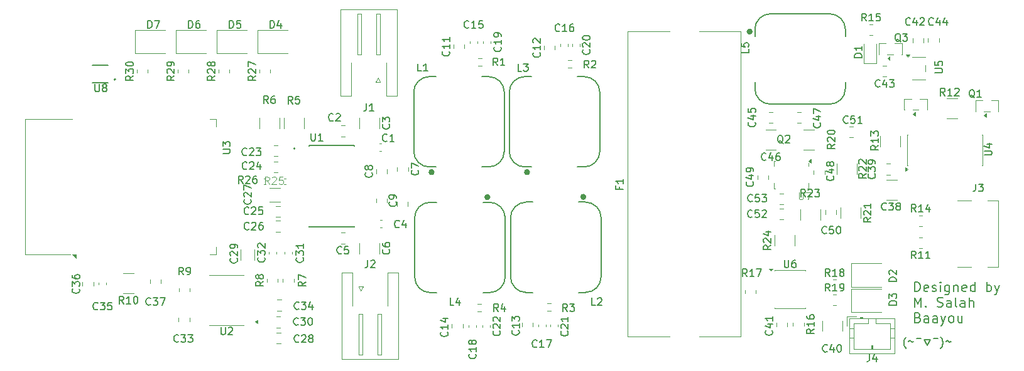
<source format=gbr>
%TF.GenerationSoftware,KiCad,Pcbnew,9.0.6*%
%TF.CreationDate,2025-12-07T16:06:48+02:00*%
%TF.ProjectId,BLUETOOTH_SPEAKER,424c5545-544f-44f5-9448-5f535045414b,rev?*%
%TF.SameCoordinates,Original*%
%TF.FileFunction,Legend,Top*%
%TF.FilePolarity,Positive*%
%FSLAX46Y46*%
G04 Gerber Fmt 4.6, Leading zero omitted, Abs format (unit mm)*
G04 Created by KiCad (PCBNEW 9.0.6) date 2025-12-07 16:06:48*
%MOMM*%
%LPD*%
G01*
G04 APERTURE LIST*
%ADD10C,0.200000*%
%ADD11C,0.150000*%
%ADD12C,0.100000*%
%ADD13C,0.125000*%
%ADD14C,0.120000*%
%ADD15C,0.127000*%
%ADD16C,0.400000*%
G04 APERTURE END LIST*
D10*
X162785387Y-134668171D02*
X162737768Y-134620552D01*
X162737768Y-134620552D02*
X162642530Y-134477695D01*
X162642530Y-134477695D02*
X162594911Y-134382457D01*
X162594911Y-134382457D02*
X162547292Y-134239600D01*
X162547292Y-134239600D02*
X162499673Y-134001504D01*
X162499673Y-134001504D02*
X162499673Y-133811028D01*
X162499673Y-133811028D02*
X162547292Y-133572933D01*
X162547292Y-133572933D02*
X162594911Y-133430076D01*
X162594911Y-133430076D02*
X162642530Y-133334838D01*
X162642530Y-133334838D02*
X162737768Y-133191980D01*
X162737768Y-133191980D02*
X162785387Y-133144361D01*
X163118721Y-133715790D02*
X163309197Y-133572933D01*
X163309197Y-133572933D02*
X163594911Y-133858647D01*
X163594911Y-133858647D02*
X163785387Y-133715790D01*
X164166340Y-133287219D02*
X164833006Y-133287219D01*
X165642530Y-134287219D02*
X165213959Y-133525314D01*
X165213959Y-133525314D02*
X166071102Y-133525314D01*
X166071102Y-133525314D02*
X165642530Y-134287219D01*
X166452054Y-133287219D02*
X167118720Y-133287219D01*
X167452054Y-134668171D02*
X167499673Y-134620552D01*
X167499673Y-134620552D02*
X167594911Y-134477695D01*
X167594911Y-134477695D02*
X167642530Y-134382457D01*
X167642530Y-134382457D02*
X167690149Y-134239600D01*
X167690149Y-134239600D02*
X167737768Y-134001504D01*
X167737768Y-134001504D02*
X167737768Y-133811028D01*
X167737768Y-133811028D02*
X167690149Y-133572933D01*
X167690149Y-133572933D02*
X167642530Y-133430076D01*
X167642530Y-133430076D02*
X167594911Y-133334838D01*
X167594911Y-133334838D02*
X167499673Y-133191980D01*
X167499673Y-133191980D02*
X167452054Y-133144361D01*
X168166340Y-133715790D02*
X168356816Y-133572933D01*
X168356816Y-133572933D02*
X168642530Y-133858647D01*
X168642530Y-133858647D02*
X168833006Y-133715790D01*
X163961101Y-126984650D02*
X163961101Y-125684650D01*
X163961101Y-125684650D02*
X164270625Y-125684650D01*
X164270625Y-125684650D02*
X164456339Y-125746555D01*
X164456339Y-125746555D02*
X164580149Y-125870365D01*
X164580149Y-125870365D02*
X164642054Y-125994174D01*
X164642054Y-125994174D02*
X164703958Y-126241793D01*
X164703958Y-126241793D02*
X164703958Y-126427507D01*
X164703958Y-126427507D02*
X164642054Y-126675126D01*
X164642054Y-126675126D02*
X164580149Y-126798936D01*
X164580149Y-126798936D02*
X164456339Y-126922746D01*
X164456339Y-126922746D02*
X164270625Y-126984650D01*
X164270625Y-126984650D02*
X163961101Y-126984650D01*
X165756339Y-126922746D02*
X165632530Y-126984650D01*
X165632530Y-126984650D02*
X165384911Y-126984650D01*
X165384911Y-126984650D02*
X165261101Y-126922746D01*
X165261101Y-126922746D02*
X165199197Y-126798936D01*
X165199197Y-126798936D02*
X165199197Y-126303698D01*
X165199197Y-126303698D02*
X165261101Y-126179888D01*
X165261101Y-126179888D02*
X165384911Y-126117984D01*
X165384911Y-126117984D02*
X165632530Y-126117984D01*
X165632530Y-126117984D02*
X165756339Y-126179888D01*
X165756339Y-126179888D02*
X165818244Y-126303698D01*
X165818244Y-126303698D02*
X165818244Y-126427507D01*
X165818244Y-126427507D02*
X165199197Y-126551317D01*
X166313483Y-126922746D02*
X166437292Y-126984650D01*
X166437292Y-126984650D02*
X166684911Y-126984650D01*
X166684911Y-126984650D02*
X166808721Y-126922746D01*
X166808721Y-126922746D02*
X166870625Y-126798936D01*
X166870625Y-126798936D02*
X166870625Y-126737031D01*
X166870625Y-126737031D02*
X166808721Y-126613222D01*
X166808721Y-126613222D02*
X166684911Y-126551317D01*
X166684911Y-126551317D02*
X166499197Y-126551317D01*
X166499197Y-126551317D02*
X166375387Y-126489412D01*
X166375387Y-126489412D02*
X166313483Y-126365603D01*
X166313483Y-126365603D02*
X166313483Y-126303698D01*
X166313483Y-126303698D02*
X166375387Y-126179888D01*
X166375387Y-126179888D02*
X166499197Y-126117984D01*
X166499197Y-126117984D02*
X166684911Y-126117984D01*
X166684911Y-126117984D02*
X166808721Y-126179888D01*
X167427768Y-126984650D02*
X167427768Y-126117984D01*
X167427768Y-125684650D02*
X167365864Y-125746555D01*
X167365864Y-125746555D02*
X167427768Y-125808460D01*
X167427768Y-125808460D02*
X167489673Y-125746555D01*
X167489673Y-125746555D02*
X167427768Y-125684650D01*
X167427768Y-125684650D02*
X167427768Y-125808460D01*
X168603959Y-126117984D02*
X168603959Y-127170365D01*
X168603959Y-127170365D02*
X168542054Y-127294174D01*
X168542054Y-127294174D02*
X168480150Y-127356079D01*
X168480150Y-127356079D02*
X168356340Y-127417984D01*
X168356340Y-127417984D02*
X168170626Y-127417984D01*
X168170626Y-127417984D02*
X168046816Y-127356079D01*
X168603959Y-126922746D02*
X168480150Y-126984650D01*
X168480150Y-126984650D02*
X168232531Y-126984650D01*
X168232531Y-126984650D02*
X168108721Y-126922746D01*
X168108721Y-126922746D02*
X168046816Y-126860841D01*
X168046816Y-126860841D02*
X167984912Y-126737031D01*
X167984912Y-126737031D02*
X167984912Y-126365603D01*
X167984912Y-126365603D02*
X168046816Y-126241793D01*
X168046816Y-126241793D02*
X168108721Y-126179888D01*
X168108721Y-126179888D02*
X168232531Y-126117984D01*
X168232531Y-126117984D02*
X168480150Y-126117984D01*
X168480150Y-126117984D02*
X168603959Y-126179888D01*
X169223006Y-126117984D02*
X169223006Y-126984650D01*
X169223006Y-126241793D02*
X169284911Y-126179888D01*
X169284911Y-126179888D02*
X169408721Y-126117984D01*
X169408721Y-126117984D02*
X169594435Y-126117984D01*
X169594435Y-126117984D02*
X169718244Y-126179888D01*
X169718244Y-126179888D02*
X169780149Y-126303698D01*
X169780149Y-126303698D02*
X169780149Y-126984650D01*
X170894434Y-126922746D02*
X170770625Y-126984650D01*
X170770625Y-126984650D02*
X170523006Y-126984650D01*
X170523006Y-126984650D02*
X170399196Y-126922746D01*
X170399196Y-126922746D02*
X170337292Y-126798936D01*
X170337292Y-126798936D02*
X170337292Y-126303698D01*
X170337292Y-126303698D02*
X170399196Y-126179888D01*
X170399196Y-126179888D02*
X170523006Y-126117984D01*
X170523006Y-126117984D02*
X170770625Y-126117984D01*
X170770625Y-126117984D02*
X170894434Y-126179888D01*
X170894434Y-126179888D02*
X170956339Y-126303698D01*
X170956339Y-126303698D02*
X170956339Y-126427507D01*
X170956339Y-126427507D02*
X170337292Y-126551317D01*
X172070625Y-126984650D02*
X172070625Y-125684650D01*
X172070625Y-126922746D02*
X171946816Y-126984650D01*
X171946816Y-126984650D02*
X171699197Y-126984650D01*
X171699197Y-126984650D02*
X171575387Y-126922746D01*
X171575387Y-126922746D02*
X171513482Y-126860841D01*
X171513482Y-126860841D02*
X171451578Y-126737031D01*
X171451578Y-126737031D02*
X171451578Y-126365603D01*
X171451578Y-126365603D02*
X171513482Y-126241793D01*
X171513482Y-126241793D02*
X171575387Y-126179888D01*
X171575387Y-126179888D02*
X171699197Y-126117984D01*
X171699197Y-126117984D02*
X171946816Y-126117984D01*
X171946816Y-126117984D02*
X172070625Y-126179888D01*
X173680148Y-126984650D02*
X173680148Y-125684650D01*
X173680148Y-126179888D02*
X173803958Y-126117984D01*
X173803958Y-126117984D02*
X174051577Y-126117984D01*
X174051577Y-126117984D02*
X174175386Y-126179888D01*
X174175386Y-126179888D02*
X174237291Y-126241793D01*
X174237291Y-126241793D02*
X174299196Y-126365603D01*
X174299196Y-126365603D02*
X174299196Y-126737031D01*
X174299196Y-126737031D02*
X174237291Y-126860841D01*
X174237291Y-126860841D02*
X174175386Y-126922746D01*
X174175386Y-126922746D02*
X174051577Y-126984650D01*
X174051577Y-126984650D02*
X173803958Y-126984650D01*
X173803958Y-126984650D02*
X173680148Y-126922746D01*
X174732529Y-126117984D02*
X175042053Y-126984650D01*
X175351576Y-126117984D02*
X175042053Y-126984650D01*
X175042053Y-126984650D02*
X174918243Y-127294174D01*
X174918243Y-127294174D02*
X174856338Y-127356079D01*
X174856338Y-127356079D02*
X174732529Y-127417984D01*
X163961101Y-129077577D02*
X163961101Y-127777577D01*
X163961101Y-127777577D02*
X164394435Y-128706149D01*
X164394435Y-128706149D02*
X164827768Y-127777577D01*
X164827768Y-127777577D02*
X164827768Y-129077577D01*
X165446815Y-128953768D02*
X165508720Y-129015673D01*
X165508720Y-129015673D02*
X165446815Y-129077577D01*
X165446815Y-129077577D02*
X165384911Y-129015673D01*
X165384911Y-129015673D02*
X165446815Y-128953768D01*
X165446815Y-128953768D02*
X165446815Y-129077577D01*
X166994435Y-129015673D02*
X167180149Y-129077577D01*
X167180149Y-129077577D02*
X167489673Y-129077577D01*
X167489673Y-129077577D02*
X167613482Y-129015673D01*
X167613482Y-129015673D02*
X167675387Y-128953768D01*
X167675387Y-128953768D02*
X167737292Y-128829958D01*
X167737292Y-128829958D02*
X167737292Y-128706149D01*
X167737292Y-128706149D02*
X167675387Y-128582339D01*
X167675387Y-128582339D02*
X167613482Y-128520434D01*
X167613482Y-128520434D02*
X167489673Y-128458530D01*
X167489673Y-128458530D02*
X167242054Y-128396625D01*
X167242054Y-128396625D02*
X167118244Y-128334720D01*
X167118244Y-128334720D02*
X167056339Y-128272815D01*
X167056339Y-128272815D02*
X166994435Y-128149006D01*
X166994435Y-128149006D02*
X166994435Y-128025196D01*
X166994435Y-128025196D02*
X167056339Y-127901387D01*
X167056339Y-127901387D02*
X167118244Y-127839482D01*
X167118244Y-127839482D02*
X167242054Y-127777577D01*
X167242054Y-127777577D02*
X167551577Y-127777577D01*
X167551577Y-127777577D02*
X167737292Y-127839482D01*
X168851577Y-129077577D02*
X168851577Y-128396625D01*
X168851577Y-128396625D02*
X168789672Y-128272815D01*
X168789672Y-128272815D02*
X168665863Y-128210911D01*
X168665863Y-128210911D02*
X168418244Y-128210911D01*
X168418244Y-128210911D02*
X168294434Y-128272815D01*
X168851577Y-129015673D02*
X168727768Y-129077577D01*
X168727768Y-129077577D02*
X168418244Y-129077577D01*
X168418244Y-129077577D02*
X168294434Y-129015673D01*
X168294434Y-129015673D02*
X168232530Y-128891863D01*
X168232530Y-128891863D02*
X168232530Y-128768053D01*
X168232530Y-128768053D02*
X168294434Y-128644244D01*
X168294434Y-128644244D02*
X168418244Y-128582339D01*
X168418244Y-128582339D02*
X168727768Y-128582339D01*
X168727768Y-128582339D02*
X168851577Y-128520434D01*
X169656339Y-129077577D02*
X169532529Y-129015673D01*
X169532529Y-129015673D02*
X169470624Y-128891863D01*
X169470624Y-128891863D02*
X169470624Y-127777577D01*
X170708719Y-129077577D02*
X170708719Y-128396625D01*
X170708719Y-128396625D02*
X170646814Y-128272815D01*
X170646814Y-128272815D02*
X170523005Y-128210911D01*
X170523005Y-128210911D02*
X170275386Y-128210911D01*
X170275386Y-128210911D02*
X170151576Y-128272815D01*
X170708719Y-129015673D02*
X170584910Y-129077577D01*
X170584910Y-129077577D02*
X170275386Y-129077577D01*
X170275386Y-129077577D02*
X170151576Y-129015673D01*
X170151576Y-129015673D02*
X170089672Y-128891863D01*
X170089672Y-128891863D02*
X170089672Y-128768053D01*
X170089672Y-128768053D02*
X170151576Y-128644244D01*
X170151576Y-128644244D02*
X170275386Y-128582339D01*
X170275386Y-128582339D02*
X170584910Y-128582339D01*
X170584910Y-128582339D02*
X170708719Y-128520434D01*
X171327766Y-129077577D02*
X171327766Y-127777577D01*
X171884909Y-129077577D02*
X171884909Y-128396625D01*
X171884909Y-128396625D02*
X171823004Y-128272815D01*
X171823004Y-128272815D02*
X171699195Y-128210911D01*
X171699195Y-128210911D02*
X171513481Y-128210911D01*
X171513481Y-128210911D02*
X171389671Y-128272815D01*
X171389671Y-128272815D02*
X171327766Y-128334720D01*
X164394435Y-130489552D02*
X164580149Y-130551457D01*
X164580149Y-130551457D02*
X164642054Y-130613361D01*
X164642054Y-130613361D02*
X164703958Y-130737171D01*
X164703958Y-130737171D02*
X164703958Y-130922885D01*
X164703958Y-130922885D02*
X164642054Y-131046695D01*
X164642054Y-131046695D02*
X164580149Y-131108600D01*
X164580149Y-131108600D02*
X164456339Y-131170504D01*
X164456339Y-131170504D02*
X163961101Y-131170504D01*
X163961101Y-131170504D02*
X163961101Y-129870504D01*
X163961101Y-129870504D02*
X164394435Y-129870504D01*
X164394435Y-129870504D02*
X164518244Y-129932409D01*
X164518244Y-129932409D02*
X164580149Y-129994314D01*
X164580149Y-129994314D02*
X164642054Y-130118123D01*
X164642054Y-130118123D02*
X164642054Y-130241933D01*
X164642054Y-130241933D02*
X164580149Y-130365742D01*
X164580149Y-130365742D02*
X164518244Y-130427647D01*
X164518244Y-130427647D02*
X164394435Y-130489552D01*
X164394435Y-130489552D02*
X163961101Y-130489552D01*
X165818244Y-131170504D02*
X165818244Y-130489552D01*
X165818244Y-130489552D02*
X165756339Y-130365742D01*
X165756339Y-130365742D02*
X165632530Y-130303838D01*
X165632530Y-130303838D02*
X165384911Y-130303838D01*
X165384911Y-130303838D02*
X165261101Y-130365742D01*
X165818244Y-131108600D02*
X165694435Y-131170504D01*
X165694435Y-131170504D02*
X165384911Y-131170504D01*
X165384911Y-131170504D02*
X165261101Y-131108600D01*
X165261101Y-131108600D02*
X165199197Y-130984790D01*
X165199197Y-130984790D02*
X165199197Y-130860980D01*
X165199197Y-130860980D02*
X165261101Y-130737171D01*
X165261101Y-130737171D02*
X165384911Y-130675266D01*
X165384911Y-130675266D02*
X165694435Y-130675266D01*
X165694435Y-130675266D02*
X165818244Y-130613361D01*
X166994434Y-131170504D02*
X166994434Y-130489552D01*
X166994434Y-130489552D02*
X166932529Y-130365742D01*
X166932529Y-130365742D02*
X166808720Y-130303838D01*
X166808720Y-130303838D02*
X166561101Y-130303838D01*
X166561101Y-130303838D02*
X166437291Y-130365742D01*
X166994434Y-131108600D02*
X166870625Y-131170504D01*
X166870625Y-131170504D02*
X166561101Y-131170504D01*
X166561101Y-131170504D02*
X166437291Y-131108600D01*
X166437291Y-131108600D02*
X166375387Y-130984790D01*
X166375387Y-130984790D02*
X166375387Y-130860980D01*
X166375387Y-130860980D02*
X166437291Y-130737171D01*
X166437291Y-130737171D02*
X166561101Y-130675266D01*
X166561101Y-130675266D02*
X166870625Y-130675266D01*
X166870625Y-130675266D02*
X166994434Y-130613361D01*
X167489672Y-130303838D02*
X167799196Y-131170504D01*
X168108719Y-130303838D02*
X167799196Y-131170504D01*
X167799196Y-131170504D02*
X167675386Y-131480028D01*
X167675386Y-131480028D02*
X167613481Y-131541933D01*
X167613481Y-131541933D02*
X167489672Y-131603838D01*
X168789672Y-131170504D02*
X168665862Y-131108600D01*
X168665862Y-131108600D02*
X168603957Y-131046695D01*
X168603957Y-131046695D02*
X168542053Y-130922885D01*
X168542053Y-130922885D02*
X168542053Y-130551457D01*
X168542053Y-130551457D02*
X168603957Y-130427647D01*
X168603957Y-130427647D02*
X168665862Y-130365742D01*
X168665862Y-130365742D02*
X168789672Y-130303838D01*
X168789672Y-130303838D02*
X168975386Y-130303838D01*
X168975386Y-130303838D02*
X169099195Y-130365742D01*
X169099195Y-130365742D02*
X169161100Y-130427647D01*
X169161100Y-130427647D02*
X169223005Y-130551457D01*
X169223005Y-130551457D02*
X169223005Y-130922885D01*
X169223005Y-130922885D02*
X169161100Y-131046695D01*
X169161100Y-131046695D02*
X169099195Y-131108600D01*
X169099195Y-131108600D02*
X168975386Y-131170504D01*
X168975386Y-131170504D02*
X168789672Y-131170504D01*
X170337290Y-130303838D02*
X170337290Y-131170504D01*
X169780147Y-130303838D02*
X169780147Y-130984790D01*
X169780147Y-130984790D02*
X169842052Y-131108600D01*
X169842052Y-131108600D02*
X169965862Y-131170504D01*
X169965862Y-131170504D02*
X170151576Y-131170504D01*
X170151576Y-131170504D02*
X170275385Y-131108600D01*
X170275385Y-131108600D02*
X170337290Y-131046695D01*
D11*
X152509642Y-126920819D02*
X152176309Y-126444628D01*
X151938214Y-126920819D02*
X151938214Y-125920819D01*
X151938214Y-125920819D02*
X152319166Y-125920819D01*
X152319166Y-125920819D02*
X152414404Y-125968438D01*
X152414404Y-125968438D02*
X152462023Y-126016057D01*
X152462023Y-126016057D02*
X152509642Y-126111295D01*
X152509642Y-126111295D02*
X152509642Y-126254152D01*
X152509642Y-126254152D02*
X152462023Y-126349390D01*
X152462023Y-126349390D02*
X152414404Y-126397009D01*
X152414404Y-126397009D02*
X152319166Y-126444628D01*
X152319166Y-126444628D02*
X151938214Y-126444628D01*
X153462023Y-126920819D02*
X152890595Y-126920819D01*
X153176309Y-126920819D02*
X153176309Y-125920819D01*
X153176309Y-125920819D02*
X153081071Y-126063676D01*
X153081071Y-126063676D02*
X152985833Y-126158914D01*
X152985833Y-126158914D02*
X152890595Y-126206533D01*
X153938214Y-126920819D02*
X154128690Y-126920819D01*
X154128690Y-126920819D02*
X154223928Y-126873200D01*
X154223928Y-126873200D02*
X154271547Y-126825580D01*
X154271547Y-126825580D02*
X154366785Y-126682723D01*
X154366785Y-126682723D02*
X154414404Y-126492247D01*
X154414404Y-126492247D02*
X154414404Y-126111295D01*
X154414404Y-126111295D02*
X154366785Y-126016057D01*
X154366785Y-126016057D02*
X154319166Y-125968438D01*
X154319166Y-125968438D02*
X154223928Y-125920819D01*
X154223928Y-125920819D02*
X154033452Y-125920819D01*
X154033452Y-125920819D02*
X153938214Y-125968438D01*
X153938214Y-125968438D02*
X153890595Y-126016057D01*
X153890595Y-126016057D02*
X153842976Y-126111295D01*
X153842976Y-126111295D02*
X153842976Y-126349390D01*
X153842976Y-126349390D02*
X153890595Y-126444628D01*
X153890595Y-126444628D02*
X153938214Y-126492247D01*
X153938214Y-126492247D02*
X154033452Y-126539866D01*
X154033452Y-126539866D02*
X154223928Y-126539866D01*
X154223928Y-126539866D02*
X154319166Y-126492247D01*
X154319166Y-126492247D02*
X154366785Y-126444628D01*
X154366785Y-126444628D02*
X154414404Y-126349390D01*
X152067142Y-119089580D02*
X152019523Y-119137200D01*
X152019523Y-119137200D02*
X151876666Y-119184819D01*
X151876666Y-119184819D02*
X151781428Y-119184819D01*
X151781428Y-119184819D02*
X151638571Y-119137200D01*
X151638571Y-119137200D02*
X151543333Y-119041961D01*
X151543333Y-119041961D02*
X151495714Y-118946723D01*
X151495714Y-118946723D02*
X151448095Y-118756247D01*
X151448095Y-118756247D02*
X151448095Y-118613390D01*
X151448095Y-118613390D02*
X151495714Y-118422914D01*
X151495714Y-118422914D02*
X151543333Y-118327676D01*
X151543333Y-118327676D02*
X151638571Y-118232438D01*
X151638571Y-118232438D02*
X151781428Y-118184819D01*
X151781428Y-118184819D02*
X151876666Y-118184819D01*
X151876666Y-118184819D02*
X152019523Y-118232438D01*
X152019523Y-118232438D02*
X152067142Y-118280057D01*
X152971904Y-118184819D02*
X152495714Y-118184819D01*
X152495714Y-118184819D02*
X152448095Y-118661009D01*
X152448095Y-118661009D02*
X152495714Y-118613390D01*
X152495714Y-118613390D02*
X152590952Y-118565771D01*
X152590952Y-118565771D02*
X152829047Y-118565771D01*
X152829047Y-118565771D02*
X152924285Y-118613390D01*
X152924285Y-118613390D02*
X152971904Y-118661009D01*
X152971904Y-118661009D02*
X153019523Y-118756247D01*
X153019523Y-118756247D02*
X153019523Y-118994342D01*
X153019523Y-118994342D02*
X152971904Y-119089580D01*
X152971904Y-119089580D02*
X152924285Y-119137200D01*
X152924285Y-119137200D02*
X152829047Y-119184819D01*
X152829047Y-119184819D02*
X152590952Y-119184819D01*
X152590952Y-119184819D02*
X152495714Y-119137200D01*
X152495714Y-119137200D02*
X152448095Y-119089580D01*
X153638571Y-118184819D02*
X153733809Y-118184819D01*
X153733809Y-118184819D02*
X153829047Y-118232438D01*
X153829047Y-118232438D02*
X153876666Y-118280057D01*
X153876666Y-118280057D02*
X153924285Y-118375295D01*
X153924285Y-118375295D02*
X153971904Y-118565771D01*
X153971904Y-118565771D02*
X153971904Y-118803866D01*
X153971904Y-118803866D02*
X153924285Y-118994342D01*
X153924285Y-118994342D02*
X153876666Y-119089580D01*
X153876666Y-119089580D02*
X153829047Y-119137200D01*
X153829047Y-119137200D02*
X153733809Y-119184819D01*
X153733809Y-119184819D02*
X153638571Y-119184819D01*
X153638571Y-119184819D02*
X153543333Y-119137200D01*
X153543333Y-119137200D02*
X153495714Y-119089580D01*
X153495714Y-119089580D02*
X153448095Y-118994342D01*
X153448095Y-118994342D02*
X153400476Y-118803866D01*
X153400476Y-118803866D02*
X153400476Y-118565771D01*
X153400476Y-118565771D02*
X153448095Y-118375295D01*
X153448095Y-118375295D02*
X153495714Y-118280057D01*
X153495714Y-118280057D02*
X153543333Y-118232438D01*
X153543333Y-118232438D02*
X153638571Y-118184819D01*
X72594580Y-122502857D02*
X72642200Y-122550476D01*
X72642200Y-122550476D02*
X72689819Y-122693333D01*
X72689819Y-122693333D02*
X72689819Y-122788571D01*
X72689819Y-122788571D02*
X72642200Y-122931428D01*
X72642200Y-122931428D02*
X72546961Y-123026666D01*
X72546961Y-123026666D02*
X72451723Y-123074285D01*
X72451723Y-123074285D02*
X72261247Y-123121904D01*
X72261247Y-123121904D02*
X72118390Y-123121904D01*
X72118390Y-123121904D02*
X71927914Y-123074285D01*
X71927914Y-123074285D02*
X71832676Y-123026666D01*
X71832676Y-123026666D02*
X71737438Y-122931428D01*
X71737438Y-122931428D02*
X71689819Y-122788571D01*
X71689819Y-122788571D02*
X71689819Y-122693333D01*
X71689819Y-122693333D02*
X71737438Y-122550476D01*
X71737438Y-122550476D02*
X71785057Y-122502857D01*
X71785057Y-122121904D02*
X71737438Y-122074285D01*
X71737438Y-122074285D02*
X71689819Y-121979047D01*
X71689819Y-121979047D02*
X71689819Y-121740952D01*
X71689819Y-121740952D02*
X71737438Y-121645714D01*
X71737438Y-121645714D02*
X71785057Y-121598095D01*
X71785057Y-121598095D02*
X71880295Y-121550476D01*
X71880295Y-121550476D02*
X71975533Y-121550476D01*
X71975533Y-121550476D02*
X72118390Y-121598095D01*
X72118390Y-121598095D02*
X72689819Y-122169523D01*
X72689819Y-122169523D02*
X72689819Y-121550476D01*
X72689819Y-121074285D02*
X72689819Y-120883809D01*
X72689819Y-120883809D02*
X72642200Y-120788571D01*
X72642200Y-120788571D02*
X72594580Y-120740952D01*
X72594580Y-120740952D02*
X72451723Y-120645714D01*
X72451723Y-120645714D02*
X72261247Y-120598095D01*
X72261247Y-120598095D02*
X71880295Y-120598095D01*
X71880295Y-120598095D02*
X71785057Y-120645714D01*
X71785057Y-120645714D02*
X71737438Y-120693333D01*
X71737438Y-120693333D02*
X71689819Y-120788571D01*
X71689819Y-120788571D02*
X71689819Y-120979047D01*
X71689819Y-120979047D02*
X71737438Y-121074285D01*
X71737438Y-121074285D02*
X71785057Y-121121904D01*
X71785057Y-121121904D02*
X71880295Y-121169523D01*
X71880295Y-121169523D02*
X72118390Y-121169523D01*
X72118390Y-121169523D02*
X72213628Y-121121904D01*
X72213628Y-121121904D02*
X72261247Y-121074285D01*
X72261247Y-121074285D02*
X72308866Y-120979047D01*
X72308866Y-120979047D02*
X72308866Y-120788571D01*
X72308866Y-120788571D02*
X72261247Y-120693333D01*
X72261247Y-120693333D02*
X72213628Y-120645714D01*
X72213628Y-120645714D02*
X72118390Y-120598095D01*
X173334819Y-108549404D02*
X174144342Y-108549404D01*
X174144342Y-108549404D02*
X174239580Y-108501785D01*
X174239580Y-108501785D02*
X174287200Y-108454166D01*
X174287200Y-108454166D02*
X174334819Y-108358928D01*
X174334819Y-108358928D02*
X174334819Y-108168452D01*
X174334819Y-108168452D02*
X174287200Y-108073214D01*
X174287200Y-108073214D02*
X174239580Y-108025595D01*
X174239580Y-108025595D02*
X174144342Y-107977976D01*
X174144342Y-107977976D02*
X173334819Y-107977976D01*
X173668152Y-107073214D02*
X174334819Y-107073214D01*
X173287200Y-107311309D02*
X174001485Y-107549404D01*
X174001485Y-107549404D02*
X174001485Y-106930357D01*
X93109580Y-104381666D02*
X93157200Y-104429285D01*
X93157200Y-104429285D02*
X93204819Y-104572142D01*
X93204819Y-104572142D02*
X93204819Y-104667380D01*
X93204819Y-104667380D02*
X93157200Y-104810237D01*
X93157200Y-104810237D02*
X93061961Y-104905475D01*
X93061961Y-104905475D02*
X92966723Y-104953094D01*
X92966723Y-104953094D02*
X92776247Y-105000713D01*
X92776247Y-105000713D02*
X92633390Y-105000713D01*
X92633390Y-105000713D02*
X92442914Y-104953094D01*
X92442914Y-104953094D02*
X92347676Y-104905475D01*
X92347676Y-104905475D02*
X92252438Y-104810237D01*
X92252438Y-104810237D02*
X92204819Y-104667380D01*
X92204819Y-104667380D02*
X92204819Y-104572142D01*
X92204819Y-104572142D02*
X92252438Y-104429285D01*
X92252438Y-104429285D02*
X92300057Y-104381666D01*
X92204819Y-104048332D02*
X92204819Y-103429285D01*
X92204819Y-103429285D02*
X92585771Y-103762618D01*
X92585771Y-103762618D02*
X92585771Y-103619761D01*
X92585771Y-103619761D02*
X92633390Y-103524523D01*
X92633390Y-103524523D02*
X92681009Y-103476904D01*
X92681009Y-103476904D02*
X92776247Y-103429285D01*
X92776247Y-103429285D02*
X93014342Y-103429285D01*
X93014342Y-103429285D02*
X93109580Y-103476904D01*
X93109580Y-103476904D02*
X93157200Y-103524523D01*
X93157200Y-103524523D02*
X93204819Y-103619761D01*
X93204819Y-103619761D02*
X93204819Y-103905475D01*
X93204819Y-103905475D02*
X93157200Y-104000713D01*
X93157200Y-104000713D02*
X93109580Y-104048332D01*
X160117142Y-115909580D02*
X160069523Y-115957200D01*
X160069523Y-115957200D02*
X159926666Y-116004819D01*
X159926666Y-116004819D02*
X159831428Y-116004819D01*
X159831428Y-116004819D02*
X159688571Y-115957200D01*
X159688571Y-115957200D02*
X159593333Y-115861961D01*
X159593333Y-115861961D02*
X159545714Y-115766723D01*
X159545714Y-115766723D02*
X159498095Y-115576247D01*
X159498095Y-115576247D02*
X159498095Y-115433390D01*
X159498095Y-115433390D02*
X159545714Y-115242914D01*
X159545714Y-115242914D02*
X159593333Y-115147676D01*
X159593333Y-115147676D02*
X159688571Y-115052438D01*
X159688571Y-115052438D02*
X159831428Y-115004819D01*
X159831428Y-115004819D02*
X159926666Y-115004819D01*
X159926666Y-115004819D02*
X160069523Y-115052438D01*
X160069523Y-115052438D02*
X160117142Y-115100057D01*
X160450476Y-115004819D02*
X161069523Y-115004819D01*
X161069523Y-115004819D02*
X160736190Y-115385771D01*
X160736190Y-115385771D02*
X160879047Y-115385771D01*
X160879047Y-115385771D02*
X160974285Y-115433390D01*
X160974285Y-115433390D02*
X161021904Y-115481009D01*
X161021904Y-115481009D02*
X161069523Y-115576247D01*
X161069523Y-115576247D02*
X161069523Y-115814342D01*
X161069523Y-115814342D02*
X161021904Y-115909580D01*
X161021904Y-115909580D02*
X160974285Y-115957200D01*
X160974285Y-115957200D02*
X160879047Y-116004819D01*
X160879047Y-116004819D02*
X160593333Y-116004819D01*
X160593333Y-116004819D02*
X160498095Y-115957200D01*
X160498095Y-115957200D02*
X160450476Y-115909580D01*
X161640952Y-115433390D02*
X161545714Y-115385771D01*
X161545714Y-115385771D02*
X161498095Y-115338152D01*
X161498095Y-115338152D02*
X161450476Y-115242914D01*
X161450476Y-115242914D02*
X161450476Y-115195295D01*
X161450476Y-115195295D02*
X161498095Y-115100057D01*
X161498095Y-115100057D02*
X161545714Y-115052438D01*
X161545714Y-115052438D02*
X161640952Y-115004819D01*
X161640952Y-115004819D02*
X161831428Y-115004819D01*
X161831428Y-115004819D02*
X161926666Y-115052438D01*
X161926666Y-115052438D02*
X161974285Y-115100057D01*
X161974285Y-115100057D02*
X162021904Y-115195295D01*
X162021904Y-115195295D02*
X162021904Y-115242914D01*
X162021904Y-115242914D02*
X161974285Y-115338152D01*
X161974285Y-115338152D02*
X161926666Y-115385771D01*
X161926666Y-115385771D02*
X161831428Y-115433390D01*
X161831428Y-115433390D02*
X161640952Y-115433390D01*
X161640952Y-115433390D02*
X161545714Y-115481009D01*
X161545714Y-115481009D02*
X161498095Y-115528628D01*
X161498095Y-115528628D02*
X161450476Y-115623866D01*
X161450476Y-115623866D02*
X161450476Y-115814342D01*
X161450476Y-115814342D02*
X161498095Y-115909580D01*
X161498095Y-115909580D02*
X161545714Y-115957200D01*
X161545714Y-115957200D02*
X161640952Y-116004819D01*
X161640952Y-116004819D02*
X161831428Y-116004819D01*
X161831428Y-116004819D02*
X161926666Y-115957200D01*
X161926666Y-115957200D02*
X161974285Y-115909580D01*
X161974285Y-115909580D02*
X162021904Y-115814342D01*
X162021904Y-115814342D02*
X162021904Y-115623866D01*
X162021904Y-115623866D02*
X161974285Y-115528628D01*
X161974285Y-115528628D02*
X161926666Y-115481009D01*
X161926666Y-115481009D02*
X161831428Y-115433390D01*
X80957142Y-133759580D02*
X80909523Y-133807200D01*
X80909523Y-133807200D02*
X80766666Y-133854819D01*
X80766666Y-133854819D02*
X80671428Y-133854819D01*
X80671428Y-133854819D02*
X80528571Y-133807200D01*
X80528571Y-133807200D02*
X80433333Y-133711961D01*
X80433333Y-133711961D02*
X80385714Y-133616723D01*
X80385714Y-133616723D02*
X80338095Y-133426247D01*
X80338095Y-133426247D02*
X80338095Y-133283390D01*
X80338095Y-133283390D02*
X80385714Y-133092914D01*
X80385714Y-133092914D02*
X80433333Y-132997676D01*
X80433333Y-132997676D02*
X80528571Y-132902438D01*
X80528571Y-132902438D02*
X80671428Y-132854819D01*
X80671428Y-132854819D02*
X80766666Y-132854819D01*
X80766666Y-132854819D02*
X80909523Y-132902438D01*
X80909523Y-132902438D02*
X80957142Y-132950057D01*
X81338095Y-132950057D02*
X81385714Y-132902438D01*
X81385714Y-132902438D02*
X81480952Y-132854819D01*
X81480952Y-132854819D02*
X81719047Y-132854819D01*
X81719047Y-132854819D02*
X81814285Y-132902438D01*
X81814285Y-132902438D02*
X81861904Y-132950057D01*
X81861904Y-132950057D02*
X81909523Y-133045295D01*
X81909523Y-133045295D02*
X81909523Y-133140533D01*
X81909523Y-133140533D02*
X81861904Y-133283390D01*
X81861904Y-133283390D02*
X81290476Y-133854819D01*
X81290476Y-133854819D02*
X81909523Y-133854819D01*
X82480952Y-133283390D02*
X82385714Y-133235771D01*
X82385714Y-133235771D02*
X82338095Y-133188152D01*
X82338095Y-133188152D02*
X82290476Y-133092914D01*
X82290476Y-133092914D02*
X82290476Y-133045295D01*
X82290476Y-133045295D02*
X82338095Y-132950057D01*
X82338095Y-132950057D02*
X82385714Y-132902438D01*
X82385714Y-132902438D02*
X82480952Y-132854819D01*
X82480952Y-132854819D02*
X82671428Y-132854819D01*
X82671428Y-132854819D02*
X82766666Y-132902438D01*
X82766666Y-132902438D02*
X82814285Y-132950057D01*
X82814285Y-132950057D02*
X82861904Y-133045295D01*
X82861904Y-133045295D02*
X82861904Y-133092914D01*
X82861904Y-133092914D02*
X82814285Y-133188152D01*
X82814285Y-133188152D02*
X82766666Y-133235771D01*
X82766666Y-133235771D02*
X82671428Y-133283390D01*
X82671428Y-133283390D02*
X82480952Y-133283390D01*
X82480952Y-133283390D02*
X82385714Y-133331009D01*
X82385714Y-133331009D02*
X82338095Y-133378628D01*
X82338095Y-133378628D02*
X82290476Y-133473866D01*
X82290476Y-133473866D02*
X82290476Y-133664342D01*
X82290476Y-133664342D02*
X82338095Y-133759580D01*
X82338095Y-133759580D02*
X82385714Y-133807200D01*
X82385714Y-133807200D02*
X82480952Y-133854819D01*
X82480952Y-133854819D02*
X82671428Y-133854819D01*
X82671428Y-133854819D02*
X82766666Y-133807200D01*
X82766666Y-133807200D02*
X82814285Y-133759580D01*
X82814285Y-133759580D02*
X82861904Y-133664342D01*
X82861904Y-133664342D02*
X82861904Y-133473866D01*
X82861904Y-133473866D02*
X82814285Y-133378628D01*
X82814285Y-133378628D02*
X82766666Y-133331009D01*
X82766666Y-133331009D02*
X82671428Y-133283390D01*
X71601905Y-91384819D02*
X71601905Y-90384819D01*
X71601905Y-90384819D02*
X71840000Y-90384819D01*
X71840000Y-90384819D02*
X71982857Y-90432438D01*
X71982857Y-90432438D02*
X72078095Y-90527676D01*
X72078095Y-90527676D02*
X72125714Y-90622914D01*
X72125714Y-90622914D02*
X72173333Y-90813390D01*
X72173333Y-90813390D02*
X72173333Y-90956247D01*
X72173333Y-90956247D02*
X72125714Y-91146723D01*
X72125714Y-91146723D02*
X72078095Y-91241961D01*
X72078095Y-91241961D02*
X71982857Y-91337200D01*
X71982857Y-91337200D02*
X71840000Y-91384819D01*
X71840000Y-91384819D02*
X71601905Y-91384819D01*
X73078095Y-90384819D02*
X72601905Y-90384819D01*
X72601905Y-90384819D02*
X72554286Y-90861009D01*
X72554286Y-90861009D02*
X72601905Y-90813390D01*
X72601905Y-90813390D02*
X72697143Y-90765771D01*
X72697143Y-90765771D02*
X72935238Y-90765771D01*
X72935238Y-90765771D02*
X73030476Y-90813390D01*
X73030476Y-90813390D02*
X73078095Y-90861009D01*
X73078095Y-90861009D02*
X73125714Y-90956247D01*
X73125714Y-90956247D02*
X73125714Y-91194342D01*
X73125714Y-91194342D02*
X73078095Y-91289580D01*
X73078095Y-91289580D02*
X73030476Y-91337200D01*
X73030476Y-91337200D02*
X72935238Y-91384819D01*
X72935238Y-91384819D02*
X72697143Y-91384819D01*
X72697143Y-91384819D02*
X72601905Y-91337200D01*
X72601905Y-91337200D02*
X72554286Y-91289580D01*
X74439580Y-114552857D02*
X74487200Y-114600476D01*
X74487200Y-114600476D02*
X74534819Y-114743333D01*
X74534819Y-114743333D02*
X74534819Y-114838571D01*
X74534819Y-114838571D02*
X74487200Y-114981428D01*
X74487200Y-114981428D02*
X74391961Y-115076666D01*
X74391961Y-115076666D02*
X74296723Y-115124285D01*
X74296723Y-115124285D02*
X74106247Y-115171904D01*
X74106247Y-115171904D02*
X73963390Y-115171904D01*
X73963390Y-115171904D02*
X73772914Y-115124285D01*
X73772914Y-115124285D02*
X73677676Y-115076666D01*
X73677676Y-115076666D02*
X73582438Y-114981428D01*
X73582438Y-114981428D02*
X73534819Y-114838571D01*
X73534819Y-114838571D02*
X73534819Y-114743333D01*
X73534819Y-114743333D02*
X73582438Y-114600476D01*
X73582438Y-114600476D02*
X73630057Y-114552857D01*
X73630057Y-114171904D02*
X73582438Y-114124285D01*
X73582438Y-114124285D02*
X73534819Y-114029047D01*
X73534819Y-114029047D02*
X73534819Y-113790952D01*
X73534819Y-113790952D02*
X73582438Y-113695714D01*
X73582438Y-113695714D02*
X73630057Y-113648095D01*
X73630057Y-113648095D02*
X73725295Y-113600476D01*
X73725295Y-113600476D02*
X73820533Y-113600476D01*
X73820533Y-113600476D02*
X73963390Y-113648095D01*
X73963390Y-113648095D02*
X74534819Y-114219523D01*
X74534819Y-114219523D02*
X74534819Y-113600476D01*
X73534819Y-113267142D02*
X73534819Y-112600476D01*
X73534819Y-112600476D02*
X74534819Y-113029047D01*
X53493095Y-98984819D02*
X53493095Y-99794342D01*
X53493095Y-99794342D02*
X53540714Y-99889580D01*
X53540714Y-99889580D02*
X53588333Y-99937200D01*
X53588333Y-99937200D02*
X53683571Y-99984819D01*
X53683571Y-99984819D02*
X53874047Y-99984819D01*
X53874047Y-99984819D02*
X53969285Y-99937200D01*
X53969285Y-99937200D02*
X54016904Y-99889580D01*
X54016904Y-99889580D02*
X54064523Y-99794342D01*
X54064523Y-99794342D02*
X54064523Y-98984819D01*
X54683571Y-99413390D02*
X54588333Y-99365771D01*
X54588333Y-99365771D02*
X54540714Y-99318152D01*
X54540714Y-99318152D02*
X54493095Y-99222914D01*
X54493095Y-99222914D02*
X54493095Y-99175295D01*
X54493095Y-99175295D02*
X54540714Y-99080057D01*
X54540714Y-99080057D02*
X54588333Y-99032438D01*
X54588333Y-99032438D02*
X54683571Y-98984819D01*
X54683571Y-98984819D02*
X54874047Y-98984819D01*
X54874047Y-98984819D02*
X54969285Y-99032438D01*
X54969285Y-99032438D02*
X55016904Y-99080057D01*
X55016904Y-99080057D02*
X55064523Y-99175295D01*
X55064523Y-99175295D02*
X55064523Y-99222914D01*
X55064523Y-99222914D02*
X55016904Y-99318152D01*
X55016904Y-99318152D02*
X54969285Y-99365771D01*
X54969285Y-99365771D02*
X54874047Y-99413390D01*
X54874047Y-99413390D02*
X54683571Y-99413390D01*
X54683571Y-99413390D02*
X54588333Y-99461009D01*
X54588333Y-99461009D02*
X54540714Y-99508628D01*
X54540714Y-99508628D02*
X54493095Y-99603866D01*
X54493095Y-99603866D02*
X54493095Y-99794342D01*
X54493095Y-99794342D02*
X54540714Y-99889580D01*
X54540714Y-99889580D02*
X54588333Y-99937200D01*
X54588333Y-99937200D02*
X54683571Y-99984819D01*
X54683571Y-99984819D02*
X54874047Y-99984819D01*
X54874047Y-99984819D02*
X54969285Y-99937200D01*
X54969285Y-99937200D02*
X55016904Y-99889580D01*
X55016904Y-99889580D02*
X55064523Y-99794342D01*
X55064523Y-99794342D02*
X55064523Y-99603866D01*
X55064523Y-99603866D02*
X55016904Y-99508628D01*
X55016904Y-99508628D02*
X54969285Y-99461009D01*
X54969285Y-99461009D02*
X54874047Y-99413390D01*
X164117142Y-122524819D02*
X163783809Y-122048628D01*
X163545714Y-122524819D02*
X163545714Y-121524819D01*
X163545714Y-121524819D02*
X163926666Y-121524819D01*
X163926666Y-121524819D02*
X164021904Y-121572438D01*
X164021904Y-121572438D02*
X164069523Y-121620057D01*
X164069523Y-121620057D02*
X164117142Y-121715295D01*
X164117142Y-121715295D02*
X164117142Y-121858152D01*
X164117142Y-121858152D02*
X164069523Y-121953390D01*
X164069523Y-121953390D02*
X164021904Y-122001009D01*
X164021904Y-122001009D02*
X163926666Y-122048628D01*
X163926666Y-122048628D02*
X163545714Y-122048628D01*
X165069523Y-122524819D02*
X164498095Y-122524819D01*
X164783809Y-122524819D02*
X164783809Y-121524819D01*
X164783809Y-121524819D02*
X164688571Y-121667676D01*
X164688571Y-121667676D02*
X164593333Y-121762914D01*
X164593333Y-121762914D02*
X164498095Y-121810533D01*
X166021904Y-122524819D02*
X165450476Y-122524819D01*
X165736190Y-122524819D02*
X165736190Y-121524819D01*
X165736190Y-121524819D02*
X165640952Y-121667676D01*
X165640952Y-121667676D02*
X165545714Y-121762914D01*
X165545714Y-121762914D02*
X165450476Y-121810533D01*
X60967142Y-128742080D02*
X60919523Y-128789700D01*
X60919523Y-128789700D02*
X60776666Y-128837319D01*
X60776666Y-128837319D02*
X60681428Y-128837319D01*
X60681428Y-128837319D02*
X60538571Y-128789700D01*
X60538571Y-128789700D02*
X60443333Y-128694461D01*
X60443333Y-128694461D02*
X60395714Y-128599223D01*
X60395714Y-128599223D02*
X60348095Y-128408747D01*
X60348095Y-128408747D02*
X60348095Y-128265890D01*
X60348095Y-128265890D02*
X60395714Y-128075414D01*
X60395714Y-128075414D02*
X60443333Y-127980176D01*
X60443333Y-127980176D02*
X60538571Y-127884938D01*
X60538571Y-127884938D02*
X60681428Y-127837319D01*
X60681428Y-127837319D02*
X60776666Y-127837319D01*
X60776666Y-127837319D02*
X60919523Y-127884938D01*
X60919523Y-127884938D02*
X60967142Y-127932557D01*
X61300476Y-127837319D02*
X61919523Y-127837319D01*
X61919523Y-127837319D02*
X61586190Y-128218271D01*
X61586190Y-128218271D02*
X61729047Y-128218271D01*
X61729047Y-128218271D02*
X61824285Y-128265890D01*
X61824285Y-128265890D02*
X61871904Y-128313509D01*
X61871904Y-128313509D02*
X61919523Y-128408747D01*
X61919523Y-128408747D02*
X61919523Y-128646842D01*
X61919523Y-128646842D02*
X61871904Y-128742080D01*
X61871904Y-128742080D02*
X61824285Y-128789700D01*
X61824285Y-128789700D02*
X61729047Y-128837319D01*
X61729047Y-128837319D02*
X61443333Y-128837319D01*
X61443333Y-128837319D02*
X61348095Y-128789700D01*
X61348095Y-128789700D02*
X61300476Y-128742080D01*
X62252857Y-127837319D02*
X62919523Y-127837319D01*
X62919523Y-127837319D02*
X62490952Y-128837319D01*
X96999580Y-110596666D02*
X97047200Y-110644285D01*
X97047200Y-110644285D02*
X97094819Y-110787142D01*
X97094819Y-110787142D02*
X97094819Y-110882380D01*
X97094819Y-110882380D02*
X97047200Y-111025237D01*
X97047200Y-111025237D02*
X96951961Y-111120475D01*
X96951961Y-111120475D02*
X96856723Y-111168094D01*
X96856723Y-111168094D02*
X96666247Y-111215713D01*
X96666247Y-111215713D02*
X96523390Y-111215713D01*
X96523390Y-111215713D02*
X96332914Y-111168094D01*
X96332914Y-111168094D02*
X96237676Y-111120475D01*
X96237676Y-111120475D02*
X96142438Y-111025237D01*
X96142438Y-111025237D02*
X96094819Y-110882380D01*
X96094819Y-110882380D02*
X96094819Y-110787142D01*
X96094819Y-110787142D02*
X96142438Y-110644285D01*
X96142438Y-110644285D02*
X96190057Y-110596666D01*
X96094819Y-110263332D02*
X96094819Y-109596666D01*
X96094819Y-109596666D02*
X97094819Y-110025237D01*
X94483333Y-118274580D02*
X94435714Y-118322200D01*
X94435714Y-118322200D02*
X94292857Y-118369819D01*
X94292857Y-118369819D02*
X94197619Y-118369819D01*
X94197619Y-118369819D02*
X94054762Y-118322200D01*
X94054762Y-118322200D02*
X93959524Y-118226961D01*
X93959524Y-118226961D02*
X93911905Y-118131723D01*
X93911905Y-118131723D02*
X93864286Y-117941247D01*
X93864286Y-117941247D02*
X93864286Y-117798390D01*
X93864286Y-117798390D02*
X93911905Y-117607914D01*
X93911905Y-117607914D02*
X93959524Y-117512676D01*
X93959524Y-117512676D02*
X94054762Y-117417438D01*
X94054762Y-117417438D02*
X94197619Y-117369819D01*
X94197619Y-117369819D02*
X94292857Y-117369819D01*
X94292857Y-117369819D02*
X94435714Y-117417438D01*
X94435714Y-117417438D02*
X94483333Y-117465057D01*
X95340476Y-117703152D02*
X95340476Y-118369819D01*
X95102381Y-117322200D02*
X94864286Y-118036485D01*
X94864286Y-118036485D02*
X95483333Y-118036485D01*
X51309580Y-126592857D02*
X51357200Y-126640476D01*
X51357200Y-126640476D02*
X51404819Y-126783333D01*
X51404819Y-126783333D02*
X51404819Y-126878571D01*
X51404819Y-126878571D02*
X51357200Y-127021428D01*
X51357200Y-127021428D02*
X51261961Y-127116666D01*
X51261961Y-127116666D02*
X51166723Y-127164285D01*
X51166723Y-127164285D02*
X50976247Y-127211904D01*
X50976247Y-127211904D02*
X50833390Y-127211904D01*
X50833390Y-127211904D02*
X50642914Y-127164285D01*
X50642914Y-127164285D02*
X50547676Y-127116666D01*
X50547676Y-127116666D02*
X50452438Y-127021428D01*
X50452438Y-127021428D02*
X50404819Y-126878571D01*
X50404819Y-126878571D02*
X50404819Y-126783333D01*
X50404819Y-126783333D02*
X50452438Y-126640476D01*
X50452438Y-126640476D02*
X50500057Y-126592857D01*
X50404819Y-126259523D02*
X50404819Y-125640476D01*
X50404819Y-125640476D02*
X50785771Y-125973809D01*
X50785771Y-125973809D02*
X50785771Y-125830952D01*
X50785771Y-125830952D02*
X50833390Y-125735714D01*
X50833390Y-125735714D02*
X50881009Y-125688095D01*
X50881009Y-125688095D02*
X50976247Y-125640476D01*
X50976247Y-125640476D02*
X51214342Y-125640476D01*
X51214342Y-125640476D02*
X51309580Y-125688095D01*
X51309580Y-125688095D02*
X51357200Y-125735714D01*
X51357200Y-125735714D02*
X51404819Y-125830952D01*
X51404819Y-125830952D02*
X51404819Y-126116666D01*
X51404819Y-126116666D02*
X51357200Y-126211904D01*
X51357200Y-126211904D02*
X51309580Y-126259523D01*
X50404819Y-124783333D02*
X50404819Y-124973809D01*
X50404819Y-124973809D02*
X50452438Y-125069047D01*
X50452438Y-125069047D02*
X50500057Y-125116666D01*
X50500057Y-125116666D02*
X50642914Y-125211904D01*
X50642914Y-125211904D02*
X50833390Y-125259523D01*
X50833390Y-125259523D02*
X51214342Y-125259523D01*
X51214342Y-125259523D02*
X51309580Y-125211904D01*
X51309580Y-125211904D02*
X51357200Y-125164285D01*
X51357200Y-125164285D02*
X51404819Y-125069047D01*
X51404819Y-125069047D02*
X51404819Y-124878571D01*
X51404819Y-124878571D02*
X51357200Y-124783333D01*
X51357200Y-124783333D02*
X51309580Y-124735714D01*
X51309580Y-124735714D02*
X51214342Y-124688095D01*
X51214342Y-124688095D02*
X50976247Y-124688095D01*
X50976247Y-124688095D02*
X50881009Y-124735714D01*
X50881009Y-124735714D02*
X50833390Y-124783333D01*
X50833390Y-124783333D02*
X50785771Y-124878571D01*
X50785771Y-124878571D02*
X50785771Y-125069047D01*
X50785771Y-125069047D02*
X50833390Y-125164285D01*
X50833390Y-125164285D02*
X50881009Y-125211904D01*
X50881009Y-125211904D02*
X50976247Y-125259523D01*
X154957142Y-104159580D02*
X154909523Y-104207200D01*
X154909523Y-104207200D02*
X154766666Y-104254819D01*
X154766666Y-104254819D02*
X154671428Y-104254819D01*
X154671428Y-104254819D02*
X154528571Y-104207200D01*
X154528571Y-104207200D02*
X154433333Y-104111961D01*
X154433333Y-104111961D02*
X154385714Y-104016723D01*
X154385714Y-104016723D02*
X154338095Y-103826247D01*
X154338095Y-103826247D02*
X154338095Y-103683390D01*
X154338095Y-103683390D02*
X154385714Y-103492914D01*
X154385714Y-103492914D02*
X154433333Y-103397676D01*
X154433333Y-103397676D02*
X154528571Y-103302438D01*
X154528571Y-103302438D02*
X154671428Y-103254819D01*
X154671428Y-103254819D02*
X154766666Y-103254819D01*
X154766666Y-103254819D02*
X154909523Y-103302438D01*
X154909523Y-103302438D02*
X154957142Y-103350057D01*
X155861904Y-103254819D02*
X155385714Y-103254819D01*
X155385714Y-103254819D02*
X155338095Y-103731009D01*
X155338095Y-103731009D02*
X155385714Y-103683390D01*
X155385714Y-103683390D02*
X155480952Y-103635771D01*
X155480952Y-103635771D02*
X155719047Y-103635771D01*
X155719047Y-103635771D02*
X155814285Y-103683390D01*
X155814285Y-103683390D02*
X155861904Y-103731009D01*
X155861904Y-103731009D02*
X155909523Y-103826247D01*
X155909523Y-103826247D02*
X155909523Y-104064342D01*
X155909523Y-104064342D02*
X155861904Y-104159580D01*
X155861904Y-104159580D02*
X155814285Y-104207200D01*
X155814285Y-104207200D02*
X155719047Y-104254819D01*
X155719047Y-104254819D02*
X155480952Y-104254819D01*
X155480952Y-104254819D02*
X155385714Y-104207200D01*
X155385714Y-104207200D02*
X155338095Y-104159580D01*
X156861904Y-104254819D02*
X156290476Y-104254819D01*
X156576190Y-104254819D02*
X156576190Y-103254819D01*
X156576190Y-103254819D02*
X156480952Y-103397676D01*
X156480952Y-103397676D02*
X156385714Y-103492914D01*
X156385714Y-103492914D02*
X156290476Y-103540533D01*
X120025833Y-96774819D02*
X119692500Y-96298628D01*
X119454405Y-96774819D02*
X119454405Y-95774819D01*
X119454405Y-95774819D02*
X119835357Y-95774819D01*
X119835357Y-95774819D02*
X119930595Y-95822438D01*
X119930595Y-95822438D02*
X119978214Y-95870057D01*
X119978214Y-95870057D02*
X120025833Y-95965295D01*
X120025833Y-95965295D02*
X120025833Y-96108152D01*
X120025833Y-96108152D02*
X119978214Y-96203390D01*
X119978214Y-96203390D02*
X119930595Y-96251009D01*
X119930595Y-96251009D02*
X119835357Y-96298628D01*
X119835357Y-96298628D02*
X119454405Y-96298628D01*
X120406786Y-95870057D02*
X120454405Y-95822438D01*
X120454405Y-95822438D02*
X120549643Y-95774819D01*
X120549643Y-95774819D02*
X120787738Y-95774819D01*
X120787738Y-95774819D02*
X120882976Y-95822438D01*
X120882976Y-95822438D02*
X120930595Y-95870057D01*
X120930595Y-95870057D02*
X120978214Y-95965295D01*
X120978214Y-95965295D02*
X120978214Y-96060533D01*
X120978214Y-96060533D02*
X120930595Y-96203390D01*
X120930595Y-96203390D02*
X120359167Y-96774819D01*
X120359167Y-96774819D02*
X120978214Y-96774819D01*
X60601905Y-91384819D02*
X60601905Y-90384819D01*
X60601905Y-90384819D02*
X60840000Y-90384819D01*
X60840000Y-90384819D02*
X60982857Y-90432438D01*
X60982857Y-90432438D02*
X61078095Y-90527676D01*
X61078095Y-90527676D02*
X61125714Y-90622914D01*
X61125714Y-90622914D02*
X61173333Y-90813390D01*
X61173333Y-90813390D02*
X61173333Y-90956247D01*
X61173333Y-90956247D02*
X61125714Y-91146723D01*
X61125714Y-91146723D02*
X61078095Y-91241961D01*
X61078095Y-91241961D02*
X60982857Y-91337200D01*
X60982857Y-91337200D02*
X60840000Y-91384819D01*
X60840000Y-91384819D02*
X60601905Y-91384819D01*
X61506667Y-90384819D02*
X62173333Y-90384819D01*
X62173333Y-90384819D02*
X61744762Y-91384819D01*
X93109580Y-121311666D02*
X93157200Y-121359285D01*
X93157200Y-121359285D02*
X93204819Y-121502142D01*
X93204819Y-121502142D02*
X93204819Y-121597380D01*
X93204819Y-121597380D02*
X93157200Y-121740237D01*
X93157200Y-121740237D02*
X93061961Y-121835475D01*
X93061961Y-121835475D02*
X92966723Y-121883094D01*
X92966723Y-121883094D02*
X92776247Y-121930713D01*
X92776247Y-121930713D02*
X92633390Y-121930713D01*
X92633390Y-121930713D02*
X92442914Y-121883094D01*
X92442914Y-121883094D02*
X92347676Y-121835475D01*
X92347676Y-121835475D02*
X92252438Y-121740237D01*
X92252438Y-121740237D02*
X92204819Y-121597380D01*
X92204819Y-121597380D02*
X92204819Y-121502142D01*
X92204819Y-121502142D02*
X92252438Y-121359285D01*
X92252438Y-121359285D02*
X92300057Y-121311666D01*
X92204819Y-120454523D02*
X92204819Y-120644999D01*
X92204819Y-120644999D02*
X92252438Y-120740237D01*
X92252438Y-120740237D02*
X92300057Y-120787856D01*
X92300057Y-120787856D02*
X92442914Y-120883094D01*
X92442914Y-120883094D02*
X92633390Y-120930713D01*
X92633390Y-120930713D02*
X93014342Y-120930713D01*
X93014342Y-120930713D02*
X93109580Y-120883094D01*
X93109580Y-120883094D02*
X93157200Y-120835475D01*
X93157200Y-120835475D02*
X93204819Y-120740237D01*
X93204819Y-120740237D02*
X93204819Y-120549761D01*
X93204819Y-120549761D02*
X93157200Y-120454523D01*
X93157200Y-120454523D02*
X93109580Y-120406904D01*
X93109580Y-120406904D02*
X93014342Y-120359285D01*
X93014342Y-120359285D02*
X92776247Y-120359285D01*
X92776247Y-120359285D02*
X92681009Y-120406904D01*
X92681009Y-120406904D02*
X92633390Y-120454523D01*
X92633390Y-120454523D02*
X92585771Y-120549761D01*
X92585771Y-120549761D02*
X92585771Y-120740237D01*
X92585771Y-120740237D02*
X92633390Y-120835475D01*
X92633390Y-120835475D02*
X92681009Y-120883094D01*
X92681009Y-120883094D02*
X92776247Y-120930713D01*
X116109642Y-91759580D02*
X116062023Y-91807200D01*
X116062023Y-91807200D02*
X115919166Y-91854819D01*
X115919166Y-91854819D02*
X115823928Y-91854819D01*
X115823928Y-91854819D02*
X115681071Y-91807200D01*
X115681071Y-91807200D02*
X115585833Y-91711961D01*
X115585833Y-91711961D02*
X115538214Y-91616723D01*
X115538214Y-91616723D02*
X115490595Y-91426247D01*
X115490595Y-91426247D02*
X115490595Y-91283390D01*
X115490595Y-91283390D02*
X115538214Y-91092914D01*
X115538214Y-91092914D02*
X115585833Y-90997676D01*
X115585833Y-90997676D02*
X115681071Y-90902438D01*
X115681071Y-90902438D02*
X115823928Y-90854819D01*
X115823928Y-90854819D02*
X115919166Y-90854819D01*
X115919166Y-90854819D02*
X116062023Y-90902438D01*
X116062023Y-90902438D02*
X116109642Y-90950057D01*
X117062023Y-91854819D02*
X116490595Y-91854819D01*
X116776309Y-91854819D02*
X116776309Y-90854819D01*
X116776309Y-90854819D02*
X116681071Y-90997676D01*
X116681071Y-90997676D02*
X116585833Y-91092914D01*
X116585833Y-91092914D02*
X116490595Y-91140533D01*
X117919166Y-90854819D02*
X117728690Y-90854819D01*
X117728690Y-90854819D02*
X117633452Y-90902438D01*
X117633452Y-90902438D02*
X117585833Y-90950057D01*
X117585833Y-90950057D02*
X117490595Y-91092914D01*
X117490595Y-91092914D02*
X117442976Y-91283390D01*
X117442976Y-91283390D02*
X117442976Y-91664342D01*
X117442976Y-91664342D02*
X117490595Y-91759580D01*
X117490595Y-91759580D02*
X117538214Y-91807200D01*
X117538214Y-91807200D02*
X117633452Y-91854819D01*
X117633452Y-91854819D02*
X117823928Y-91854819D01*
X117823928Y-91854819D02*
X117919166Y-91807200D01*
X117919166Y-91807200D02*
X117966785Y-91759580D01*
X117966785Y-91759580D02*
X118014404Y-91664342D01*
X118014404Y-91664342D02*
X118014404Y-91426247D01*
X118014404Y-91426247D02*
X117966785Y-91331009D01*
X117966785Y-91331009D02*
X117919166Y-91283390D01*
X117919166Y-91283390D02*
X117823928Y-91235771D01*
X117823928Y-91235771D02*
X117633452Y-91235771D01*
X117633452Y-91235771D02*
X117538214Y-91283390D01*
X117538214Y-91283390D02*
X117490595Y-91331009D01*
X117490595Y-91331009D02*
X117442976Y-91426247D01*
X153189819Y-107077857D02*
X152713628Y-107411190D01*
X153189819Y-107649285D02*
X152189819Y-107649285D01*
X152189819Y-107649285D02*
X152189819Y-107268333D01*
X152189819Y-107268333D02*
X152237438Y-107173095D01*
X152237438Y-107173095D02*
X152285057Y-107125476D01*
X152285057Y-107125476D02*
X152380295Y-107077857D01*
X152380295Y-107077857D02*
X152523152Y-107077857D01*
X152523152Y-107077857D02*
X152618390Y-107125476D01*
X152618390Y-107125476D02*
X152666009Y-107173095D01*
X152666009Y-107173095D02*
X152713628Y-107268333D01*
X152713628Y-107268333D02*
X152713628Y-107649285D01*
X152285057Y-106696904D02*
X152237438Y-106649285D01*
X152237438Y-106649285D02*
X152189819Y-106554047D01*
X152189819Y-106554047D02*
X152189819Y-106315952D01*
X152189819Y-106315952D02*
X152237438Y-106220714D01*
X152237438Y-106220714D02*
X152285057Y-106173095D01*
X152285057Y-106173095D02*
X152380295Y-106125476D01*
X152380295Y-106125476D02*
X152475533Y-106125476D01*
X152475533Y-106125476D02*
X152618390Y-106173095D01*
X152618390Y-106173095D02*
X153189819Y-106744523D01*
X153189819Y-106744523D02*
X153189819Y-106125476D01*
X152189819Y-105506428D02*
X152189819Y-105411190D01*
X152189819Y-105411190D02*
X152237438Y-105315952D01*
X152237438Y-105315952D02*
X152285057Y-105268333D01*
X152285057Y-105268333D02*
X152380295Y-105220714D01*
X152380295Y-105220714D02*
X152570771Y-105173095D01*
X152570771Y-105173095D02*
X152808866Y-105173095D01*
X152808866Y-105173095D02*
X152999342Y-105220714D01*
X152999342Y-105220714D02*
X153094580Y-105268333D01*
X153094580Y-105268333D02*
X153142200Y-105315952D01*
X153142200Y-105315952D02*
X153189819Y-105411190D01*
X153189819Y-105411190D02*
X153189819Y-105506428D01*
X153189819Y-105506428D02*
X153142200Y-105601666D01*
X153142200Y-105601666D02*
X153094580Y-105649285D01*
X153094580Y-105649285D02*
X152999342Y-105696904D01*
X152999342Y-105696904D02*
X152808866Y-105744523D01*
X152808866Y-105744523D02*
X152570771Y-105744523D01*
X152570771Y-105744523D02*
X152380295Y-105696904D01*
X152380295Y-105696904D02*
X152285057Y-105649285D01*
X152285057Y-105649285D02*
X152237438Y-105601666D01*
X152237438Y-105601666D02*
X152189819Y-105506428D01*
X157424642Y-90424819D02*
X157091309Y-89948628D01*
X156853214Y-90424819D02*
X156853214Y-89424819D01*
X156853214Y-89424819D02*
X157234166Y-89424819D01*
X157234166Y-89424819D02*
X157329404Y-89472438D01*
X157329404Y-89472438D02*
X157377023Y-89520057D01*
X157377023Y-89520057D02*
X157424642Y-89615295D01*
X157424642Y-89615295D02*
X157424642Y-89758152D01*
X157424642Y-89758152D02*
X157377023Y-89853390D01*
X157377023Y-89853390D02*
X157329404Y-89901009D01*
X157329404Y-89901009D02*
X157234166Y-89948628D01*
X157234166Y-89948628D02*
X156853214Y-89948628D01*
X158377023Y-90424819D02*
X157805595Y-90424819D01*
X158091309Y-90424819D02*
X158091309Y-89424819D01*
X158091309Y-89424819D02*
X157996071Y-89567676D01*
X157996071Y-89567676D02*
X157900833Y-89662914D01*
X157900833Y-89662914D02*
X157805595Y-89710533D01*
X159281785Y-89424819D02*
X158805595Y-89424819D01*
X158805595Y-89424819D02*
X158757976Y-89901009D01*
X158757976Y-89901009D02*
X158805595Y-89853390D01*
X158805595Y-89853390D02*
X158900833Y-89805771D01*
X158900833Y-89805771D02*
X159138928Y-89805771D01*
X159138928Y-89805771D02*
X159234166Y-89853390D01*
X159234166Y-89853390D02*
X159281785Y-89901009D01*
X159281785Y-89901009D02*
X159329404Y-89996247D01*
X159329404Y-89996247D02*
X159329404Y-90234342D01*
X159329404Y-90234342D02*
X159281785Y-90329580D01*
X159281785Y-90329580D02*
X159234166Y-90377200D01*
X159234166Y-90377200D02*
X159138928Y-90424819D01*
X159138928Y-90424819D02*
X158900833Y-90424819D01*
X158900833Y-90424819D02*
X158805595Y-90377200D01*
X158805595Y-90377200D02*
X158757976Y-90329580D01*
X69657319Y-97852857D02*
X69181128Y-98186190D01*
X69657319Y-98424285D02*
X68657319Y-98424285D01*
X68657319Y-98424285D02*
X68657319Y-98043333D01*
X68657319Y-98043333D02*
X68704938Y-97948095D01*
X68704938Y-97948095D02*
X68752557Y-97900476D01*
X68752557Y-97900476D02*
X68847795Y-97852857D01*
X68847795Y-97852857D02*
X68990652Y-97852857D01*
X68990652Y-97852857D02*
X69085890Y-97900476D01*
X69085890Y-97900476D02*
X69133509Y-97948095D01*
X69133509Y-97948095D02*
X69181128Y-98043333D01*
X69181128Y-98043333D02*
X69181128Y-98424285D01*
X68752557Y-97471904D02*
X68704938Y-97424285D01*
X68704938Y-97424285D02*
X68657319Y-97329047D01*
X68657319Y-97329047D02*
X68657319Y-97090952D01*
X68657319Y-97090952D02*
X68704938Y-96995714D01*
X68704938Y-96995714D02*
X68752557Y-96948095D01*
X68752557Y-96948095D02*
X68847795Y-96900476D01*
X68847795Y-96900476D02*
X68943033Y-96900476D01*
X68943033Y-96900476D02*
X69085890Y-96948095D01*
X69085890Y-96948095D02*
X69657319Y-97519523D01*
X69657319Y-97519523D02*
X69657319Y-96900476D01*
X69085890Y-96329047D02*
X69038271Y-96424285D01*
X69038271Y-96424285D02*
X68990652Y-96471904D01*
X68990652Y-96471904D02*
X68895414Y-96519523D01*
X68895414Y-96519523D02*
X68847795Y-96519523D01*
X68847795Y-96519523D02*
X68752557Y-96471904D01*
X68752557Y-96471904D02*
X68704938Y-96424285D01*
X68704938Y-96424285D02*
X68657319Y-96329047D01*
X68657319Y-96329047D02*
X68657319Y-96138571D01*
X68657319Y-96138571D02*
X68704938Y-96043333D01*
X68704938Y-96043333D02*
X68752557Y-95995714D01*
X68752557Y-95995714D02*
X68847795Y-95948095D01*
X68847795Y-95948095D02*
X68895414Y-95948095D01*
X68895414Y-95948095D02*
X68990652Y-95995714D01*
X68990652Y-95995714D02*
X69038271Y-96043333D01*
X69038271Y-96043333D02*
X69085890Y-96138571D01*
X69085890Y-96138571D02*
X69085890Y-96329047D01*
X69085890Y-96329047D02*
X69133509Y-96424285D01*
X69133509Y-96424285D02*
X69181128Y-96471904D01*
X69181128Y-96471904D02*
X69276366Y-96519523D01*
X69276366Y-96519523D02*
X69466842Y-96519523D01*
X69466842Y-96519523D02*
X69562080Y-96471904D01*
X69562080Y-96471904D02*
X69609700Y-96424285D01*
X69609700Y-96424285D02*
X69657319Y-96329047D01*
X69657319Y-96329047D02*
X69657319Y-96138571D01*
X69657319Y-96138571D02*
X69609700Y-96043333D01*
X69609700Y-96043333D02*
X69562080Y-95995714D01*
X69562080Y-95995714D02*
X69466842Y-95948095D01*
X69466842Y-95948095D02*
X69276366Y-95948095D01*
X69276366Y-95948095D02*
X69181128Y-95995714D01*
X69181128Y-95995714D02*
X69133509Y-96043333D01*
X69133509Y-96043333D02*
X69085890Y-96138571D01*
X164117142Y-116224819D02*
X163783809Y-115748628D01*
X163545714Y-116224819D02*
X163545714Y-115224819D01*
X163545714Y-115224819D02*
X163926666Y-115224819D01*
X163926666Y-115224819D02*
X164021904Y-115272438D01*
X164021904Y-115272438D02*
X164069523Y-115320057D01*
X164069523Y-115320057D02*
X164117142Y-115415295D01*
X164117142Y-115415295D02*
X164117142Y-115558152D01*
X164117142Y-115558152D02*
X164069523Y-115653390D01*
X164069523Y-115653390D02*
X164021904Y-115701009D01*
X164021904Y-115701009D02*
X163926666Y-115748628D01*
X163926666Y-115748628D02*
X163545714Y-115748628D01*
X165069523Y-116224819D02*
X164498095Y-116224819D01*
X164783809Y-116224819D02*
X164783809Y-115224819D01*
X164783809Y-115224819D02*
X164688571Y-115367676D01*
X164688571Y-115367676D02*
X164593333Y-115462914D01*
X164593333Y-115462914D02*
X164498095Y-115510533D01*
X165926666Y-115558152D02*
X165926666Y-116224819D01*
X165688571Y-115177200D02*
X165450476Y-115891485D01*
X165450476Y-115891485D02*
X166069523Y-115891485D01*
X142072142Y-114764580D02*
X142024523Y-114812200D01*
X142024523Y-114812200D02*
X141881666Y-114859819D01*
X141881666Y-114859819D02*
X141786428Y-114859819D01*
X141786428Y-114859819D02*
X141643571Y-114812200D01*
X141643571Y-114812200D02*
X141548333Y-114716961D01*
X141548333Y-114716961D02*
X141500714Y-114621723D01*
X141500714Y-114621723D02*
X141453095Y-114431247D01*
X141453095Y-114431247D02*
X141453095Y-114288390D01*
X141453095Y-114288390D02*
X141500714Y-114097914D01*
X141500714Y-114097914D02*
X141548333Y-114002676D01*
X141548333Y-114002676D02*
X141643571Y-113907438D01*
X141643571Y-113907438D02*
X141786428Y-113859819D01*
X141786428Y-113859819D02*
X141881666Y-113859819D01*
X141881666Y-113859819D02*
X142024523Y-113907438D01*
X142024523Y-113907438D02*
X142072142Y-113955057D01*
X142976904Y-113859819D02*
X142500714Y-113859819D01*
X142500714Y-113859819D02*
X142453095Y-114336009D01*
X142453095Y-114336009D02*
X142500714Y-114288390D01*
X142500714Y-114288390D02*
X142595952Y-114240771D01*
X142595952Y-114240771D02*
X142834047Y-114240771D01*
X142834047Y-114240771D02*
X142929285Y-114288390D01*
X142929285Y-114288390D02*
X142976904Y-114336009D01*
X142976904Y-114336009D02*
X143024523Y-114431247D01*
X143024523Y-114431247D02*
X143024523Y-114669342D01*
X143024523Y-114669342D02*
X142976904Y-114764580D01*
X142976904Y-114764580D02*
X142929285Y-114812200D01*
X142929285Y-114812200D02*
X142834047Y-114859819D01*
X142834047Y-114859819D02*
X142595952Y-114859819D01*
X142595952Y-114859819D02*
X142500714Y-114812200D01*
X142500714Y-114812200D02*
X142453095Y-114764580D01*
X143357857Y-113859819D02*
X143976904Y-113859819D01*
X143976904Y-113859819D02*
X143643571Y-114240771D01*
X143643571Y-114240771D02*
X143786428Y-114240771D01*
X143786428Y-114240771D02*
X143881666Y-114288390D01*
X143881666Y-114288390D02*
X143929285Y-114336009D01*
X143929285Y-114336009D02*
X143976904Y-114431247D01*
X143976904Y-114431247D02*
X143976904Y-114669342D01*
X143976904Y-114669342D02*
X143929285Y-114764580D01*
X143929285Y-114764580D02*
X143881666Y-114812200D01*
X143881666Y-114812200D02*
X143786428Y-114859819D01*
X143786428Y-114859819D02*
X143500714Y-114859819D01*
X143500714Y-114859819D02*
X143405476Y-114812200D01*
X143405476Y-114812200D02*
X143357857Y-114764580D01*
X76820833Y-101564819D02*
X76487500Y-101088628D01*
X76249405Y-101564819D02*
X76249405Y-100564819D01*
X76249405Y-100564819D02*
X76630357Y-100564819D01*
X76630357Y-100564819D02*
X76725595Y-100612438D01*
X76725595Y-100612438D02*
X76773214Y-100660057D01*
X76773214Y-100660057D02*
X76820833Y-100755295D01*
X76820833Y-100755295D02*
X76820833Y-100898152D01*
X76820833Y-100898152D02*
X76773214Y-100993390D01*
X76773214Y-100993390D02*
X76725595Y-101041009D01*
X76725595Y-101041009D02*
X76630357Y-101088628D01*
X76630357Y-101088628D02*
X76249405Y-101088628D01*
X77677976Y-100564819D02*
X77487500Y-100564819D01*
X77487500Y-100564819D02*
X77392262Y-100612438D01*
X77392262Y-100612438D02*
X77344643Y-100660057D01*
X77344643Y-100660057D02*
X77249405Y-100802914D01*
X77249405Y-100802914D02*
X77201786Y-100993390D01*
X77201786Y-100993390D02*
X77201786Y-101374342D01*
X77201786Y-101374342D02*
X77249405Y-101469580D01*
X77249405Y-101469580D02*
X77297024Y-101517200D01*
X77297024Y-101517200D02*
X77392262Y-101564819D01*
X77392262Y-101564819D02*
X77582738Y-101564819D01*
X77582738Y-101564819D02*
X77677976Y-101517200D01*
X77677976Y-101517200D02*
X77725595Y-101469580D01*
X77725595Y-101469580D02*
X77773214Y-101374342D01*
X77773214Y-101374342D02*
X77773214Y-101136247D01*
X77773214Y-101136247D02*
X77725595Y-101041009D01*
X77725595Y-101041009D02*
X77677976Y-100993390D01*
X77677976Y-100993390D02*
X77582738Y-100945771D01*
X77582738Y-100945771D02*
X77392262Y-100945771D01*
X77392262Y-100945771D02*
X77297024Y-100993390D01*
X77297024Y-100993390D02*
X77249405Y-101041009D01*
X77249405Y-101041009D02*
X77201786Y-101136247D01*
X73412142Y-112374819D02*
X73078809Y-111898628D01*
X72840714Y-112374819D02*
X72840714Y-111374819D01*
X72840714Y-111374819D02*
X73221666Y-111374819D01*
X73221666Y-111374819D02*
X73316904Y-111422438D01*
X73316904Y-111422438D02*
X73364523Y-111470057D01*
X73364523Y-111470057D02*
X73412142Y-111565295D01*
X73412142Y-111565295D02*
X73412142Y-111708152D01*
X73412142Y-111708152D02*
X73364523Y-111803390D01*
X73364523Y-111803390D02*
X73316904Y-111851009D01*
X73316904Y-111851009D02*
X73221666Y-111898628D01*
X73221666Y-111898628D02*
X72840714Y-111898628D01*
X73793095Y-111470057D02*
X73840714Y-111422438D01*
X73840714Y-111422438D02*
X73935952Y-111374819D01*
X73935952Y-111374819D02*
X74174047Y-111374819D01*
X74174047Y-111374819D02*
X74269285Y-111422438D01*
X74269285Y-111422438D02*
X74316904Y-111470057D01*
X74316904Y-111470057D02*
X74364523Y-111565295D01*
X74364523Y-111565295D02*
X74364523Y-111660533D01*
X74364523Y-111660533D02*
X74316904Y-111803390D01*
X74316904Y-111803390D02*
X73745476Y-112374819D01*
X73745476Y-112374819D02*
X74364523Y-112374819D01*
X75221666Y-111374819D02*
X75031190Y-111374819D01*
X75031190Y-111374819D02*
X74935952Y-111422438D01*
X74935952Y-111422438D02*
X74888333Y-111470057D01*
X74888333Y-111470057D02*
X74793095Y-111612914D01*
X74793095Y-111612914D02*
X74745476Y-111803390D01*
X74745476Y-111803390D02*
X74745476Y-112184342D01*
X74745476Y-112184342D02*
X74793095Y-112279580D01*
X74793095Y-112279580D02*
X74840714Y-112327200D01*
X74840714Y-112327200D02*
X74935952Y-112374819D01*
X74935952Y-112374819D02*
X75126428Y-112374819D01*
X75126428Y-112374819D02*
X75221666Y-112327200D01*
X75221666Y-112327200D02*
X75269285Y-112279580D01*
X75269285Y-112279580D02*
X75316904Y-112184342D01*
X75316904Y-112184342D02*
X75316904Y-111946247D01*
X75316904Y-111946247D02*
X75269285Y-111851009D01*
X75269285Y-111851009D02*
X75221666Y-111803390D01*
X75221666Y-111803390D02*
X75126428Y-111755771D01*
X75126428Y-111755771D02*
X74935952Y-111755771D01*
X74935952Y-111755771D02*
X74840714Y-111803390D01*
X74840714Y-111803390D02*
X74793095Y-111851009D01*
X74793095Y-111851009D02*
X74745476Y-111946247D01*
X172037261Y-100807557D02*
X171942023Y-100759938D01*
X171942023Y-100759938D02*
X171846785Y-100664700D01*
X171846785Y-100664700D02*
X171703928Y-100521842D01*
X171703928Y-100521842D02*
X171608690Y-100474223D01*
X171608690Y-100474223D02*
X171513452Y-100474223D01*
X171561071Y-100712319D02*
X171465833Y-100664700D01*
X171465833Y-100664700D02*
X171370595Y-100569461D01*
X171370595Y-100569461D02*
X171322976Y-100378985D01*
X171322976Y-100378985D02*
X171322976Y-100045652D01*
X171322976Y-100045652D02*
X171370595Y-99855176D01*
X171370595Y-99855176D02*
X171465833Y-99759938D01*
X171465833Y-99759938D02*
X171561071Y-99712319D01*
X171561071Y-99712319D02*
X171751547Y-99712319D01*
X171751547Y-99712319D02*
X171846785Y-99759938D01*
X171846785Y-99759938D02*
X171942023Y-99855176D01*
X171942023Y-99855176D02*
X171989642Y-100045652D01*
X171989642Y-100045652D02*
X171989642Y-100378985D01*
X171989642Y-100378985D02*
X171942023Y-100569461D01*
X171942023Y-100569461D02*
X171846785Y-100664700D01*
X171846785Y-100664700D02*
X171751547Y-100712319D01*
X171751547Y-100712319D02*
X171561071Y-100712319D01*
X172942023Y-100712319D02*
X172370595Y-100712319D01*
X172656309Y-100712319D02*
X172656309Y-99712319D01*
X172656309Y-99712319D02*
X172561071Y-99855176D01*
X172561071Y-99855176D02*
X172465833Y-99950414D01*
X172465833Y-99950414D02*
X172370595Y-99998033D01*
X90046666Y-101599819D02*
X90046666Y-102314104D01*
X90046666Y-102314104D02*
X89999047Y-102456961D01*
X89999047Y-102456961D02*
X89903809Y-102552200D01*
X89903809Y-102552200D02*
X89760952Y-102599819D01*
X89760952Y-102599819D02*
X89665714Y-102599819D01*
X91046666Y-102599819D02*
X90475238Y-102599819D01*
X90760952Y-102599819D02*
X90760952Y-101599819D01*
X90760952Y-101599819D02*
X90665714Y-101742676D01*
X90665714Y-101742676D02*
X90570476Y-101837914D01*
X90570476Y-101837914D02*
X90475238Y-101885533D01*
X166702319Y-97431904D02*
X167511842Y-97431904D01*
X167511842Y-97431904D02*
X167607080Y-97384285D01*
X167607080Y-97384285D02*
X167654700Y-97336666D01*
X167654700Y-97336666D02*
X167702319Y-97241428D01*
X167702319Y-97241428D02*
X167702319Y-97050952D01*
X167702319Y-97050952D02*
X167654700Y-96955714D01*
X167654700Y-96955714D02*
X167607080Y-96908095D01*
X167607080Y-96908095D02*
X167511842Y-96860476D01*
X167511842Y-96860476D02*
X166702319Y-96860476D01*
X166702319Y-95908095D02*
X166702319Y-96384285D01*
X166702319Y-96384285D02*
X167178509Y-96431904D01*
X167178509Y-96431904D02*
X167130890Y-96384285D01*
X167130890Y-96384285D02*
X167083271Y-96289047D01*
X167083271Y-96289047D02*
X167083271Y-96050952D01*
X167083271Y-96050952D02*
X167130890Y-95955714D01*
X167130890Y-95955714D02*
X167178509Y-95908095D01*
X167178509Y-95908095D02*
X167273747Y-95860476D01*
X167273747Y-95860476D02*
X167511842Y-95860476D01*
X167511842Y-95860476D02*
X167607080Y-95908095D01*
X167607080Y-95908095D02*
X167654700Y-95955714D01*
X167654700Y-95955714D02*
X167702319Y-96050952D01*
X167702319Y-96050952D02*
X167702319Y-96289047D01*
X167702319Y-96289047D02*
X167654700Y-96384285D01*
X167654700Y-96384285D02*
X167607080Y-96431904D01*
X76314580Y-122387857D02*
X76362200Y-122435476D01*
X76362200Y-122435476D02*
X76409819Y-122578333D01*
X76409819Y-122578333D02*
X76409819Y-122673571D01*
X76409819Y-122673571D02*
X76362200Y-122816428D01*
X76362200Y-122816428D02*
X76266961Y-122911666D01*
X76266961Y-122911666D02*
X76171723Y-122959285D01*
X76171723Y-122959285D02*
X75981247Y-123006904D01*
X75981247Y-123006904D02*
X75838390Y-123006904D01*
X75838390Y-123006904D02*
X75647914Y-122959285D01*
X75647914Y-122959285D02*
X75552676Y-122911666D01*
X75552676Y-122911666D02*
X75457438Y-122816428D01*
X75457438Y-122816428D02*
X75409819Y-122673571D01*
X75409819Y-122673571D02*
X75409819Y-122578333D01*
X75409819Y-122578333D02*
X75457438Y-122435476D01*
X75457438Y-122435476D02*
X75505057Y-122387857D01*
X75409819Y-122054523D02*
X75409819Y-121435476D01*
X75409819Y-121435476D02*
X75790771Y-121768809D01*
X75790771Y-121768809D02*
X75790771Y-121625952D01*
X75790771Y-121625952D02*
X75838390Y-121530714D01*
X75838390Y-121530714D02*
X75886009Y-121483095D01*
X75886009Y-121483095D02*
X75981247Y-121435476D01*
X75981247Y-121435476D02*
X76219342Y-121435476D01*
X76219342Y-121435476D02*
X76314580Y-121483095D01*
X76314580Y-121483095D02*
X76362200Y-121530714D01*
X76362200Y-121530714D02*
X76409819Y-121625952D01*
X76409819Y-121625952D02*
X76409819Y-121911666D01*
X76409819Y-121911666D02*
X76362200Y-122006904D01*
X76362200Y-122006904D02*
X76314580Y-122054523D01*
X75505057Y-121054523D02*
X75457438Y-121006904D01*
X75457438Y-121006904D02*
X75409819Y-120911666D01*
X75409819Y-120911666D02*
X75409819Y-120673571D01*
X75409819Y-120673571D02*
X75457438Y-120578333D01*
X75457438Y-120578333D02*
X75505057Y-120530714D01*
X75505057Y-120530714D02*
X75600295Y-120483095D01*
X75600295Y-120483095D02*
X75695533Y-120483095D01*
X75695533Y-120483095D02*
X75838390Y-120530714D01*
X75838390Y-120530714D02*
X76409819Y-121102142D01*
X76409819Y-121102142D02*
X76409819Y-120483095D01*
X120094580Y-94322857D02*
X120142200Y-94370476D01*
X120142200Y-94370476D02*
X120189819Y-94513333D01*
X120189819Y-94513333D02*
X120189819Y-94608571D01*
X120189819Y-94608571D02*
X120142200Y-94751428D01*
X120142200Y-94751428D02*
X120046961Y-94846666D01*
X120046961Y-94846666D02*
X119951723Y-94894285D01*
X119951723Y-94894285D02*
X119761247Y-94941904D01*
X119761247Y-94941904D02*
X119618390Y-94941904D01*
X119618390Y-94941904D02*
X119427914Y-94894285D01*
X119427914Y-94894285D02*
X119332676Y-94846666D01*
X119332676Y-94846666D02*
X119237438Y-94751428D01*
X119237438Y-94751428D02*
X119189819Y-94608571D01*
X119189819Y-94608571D02*
X119189819Y-94513333D01*
X119189819Y-94513333D02*
X119237438Y-94370476D01*
X119237438Y-94370476D02*
X119285057Y-94322857D01*
X119285057Y-93941904D02*
X119237438Y-93894285D01*
X119237438Y-93894285D02*
X119189819Y-93799047D01*
X119189819Y-93799047D02*
X119189819Y-93560952D01*
X119189819Y-93560952D02*
X119237438Y-93465714D01*
X119237438Y-93465714D02*
X119285057Y-93418095D01*
X119285057Y-93418095D02*
X119380295Y-93370476D01*
X119380295Y-93370476D02*
X119475533Y-93370476D01*
X119475533Y-93370476D02*
X119618390Y-93418095D01*
X119618390Y-93418095D02*
X120189819Y-93989523D01*
X120189819Y-93989523D02*
X120189819Y-93370476D01*
X119189819Y-92751428D02*
X119189819Y-92656190D01*
X119189819Y-92656190D02*
X119237438Y-92560952D01*
X119237438Y-92560952D02*
X119285057Y-92513333D01*
X119285057Y-92513333D02*
X119380295Y-92465714D01*
X119380295Y-92465714D02*
X119570771Y-92418095D01*
X119570771Y-92418095D02*
X119808866Y-92418095D01*
X119808866Y-92418095D02*
X119999342Y-92465714D01*
X119999342Y-92465714D02*
X120094580Y-92513333D01*
X120094580Y-92513333D02*
X120142200Y-92560952D01*
X120142200Y-92560952D02*
X120189819Y-92656190D01*
X120189819Y-92656190D02*
X120189819Y-92751428D01*
X120189819Y-92751428D02*
X120142200Y-92846666D01*
X120142200Y-92846666D02*
X120094580Y-92894285D01*
X120094580Y-92894285D02*
X119999342Y-92941904D01*
X119999342Y-92941904D02*
X119808866Y-92989523D01*
X119808866Y-92989523D02*
X119570771Y-92989523D01*
X119570771Y-92989523D02*
X119380295Y-92941904D01*
X119380295Y-92941904D02*
X119285057Y-92894285D01*
X119285057Y-92894285D02*
X119237438Y-92846666D01*
X119237438Y-92846666D02*
X119189819Y-92751428D01*
X103857142Y-91309580D02*
X103809523Y-91357200D01*
X103809523Y-91357200D02*
X103666666Y-91404819D01*
X103666666Y-91404819D02*
X103571428Y-91404819D01*
X103571428Y-91404819D02*
X103428571Y-91357200D01*
X103428571Y-91357200D02*
X103333333Y-91261961D01*
X103333333Y-91261961D02*
X103285714Y-91166723D01*
X103285714Y-91166723D02*
X103238095Y-90976247D01*
X103238095Y-90976247D02*
X103238095Y-90833390D01*
X103238095Y-90833390D02*
X103285714Y-90642914D01*
X103285714Y-90642914D02*
X103333333Y-90547676D01*
X103333333Y-90547676D02*
X103428571Y-90452438D01*
X103428571Y-90452438D02*
X103571428Y-90404819D01*
X103571428Y-90404819D02*
X103666666Y-90404819D01*
X103666666Y-90404819D02*
X103809523Y-90452438D01*
X103809523Y-90452438D02*
X103857142Y-90500057D01*
X104809523Y-91404819D02*
X104238095Y-91404819D01*
X104523809Y-91404819D02*
X104523809Y-90404819D01*
X104523809Y-90404819D02*
X104428571Y-90547676D01*
X104428571Y-90547676D02*
X104333333Y-90642914D01*
X104333333Y-90642914D02*
X104238095Y-90690533D01*
X105714285Y-90404819D02*
X105238095Y-90404819D01*
X105238095Y-90404819D02*
X105190476Y-90881009D01*
X105190476Y-90881009D02*
X105238095Y-90833390D01*
X105238095Y-90833390D02*
X105333333Y-90785771D01*
X105333333Y-90785771D02*
X105571428Y-90785771D01*
X105571428Y-90785771D02*
X105666666Y-90833390D01*
X105666666Y-90833390D02*
X105714285Y-90881009D01*
X105714285Y-90881009D02*
X105761904Y-90976247D01*
X105761904Y-90976247D02*
X105761904Y-91214342D01*
X105761904Y-91214342D02*
X105714285Y-91309580D01*
X105714285Y-91309580D02*
X105666666Y-91357200D01*
X105666666Y-91357200D02*
X105571428Y-91404819D01*
X105571428Y-91404819D02*
X105333333Y-91404819D01*
X105333333Y-91404819D02*
X105238095Y-91357200D01*
X105238095Y-91357200D02*
X105190476Y-91309580D01*
X172166666Y-112454819D02*
X172166666Y-113169104D01*
X172166666Y-113169104D02*
X172119047Y-113311961D01*
X172119047Y-113311961D02*
X172023809Y-113407200D01*
X172023809Y-113407200D02*
X171880952Y-113454819D01*
X171880952Y-113454819D02*
X171785714Y-113454819D01*
X172547619Y-112454819D02*
X173166666Y-112454819D01*
X173166666Y-112454819D02*
X172833333Y-112835771D01*
X172833333Y-112835771D02*
X172976190Y-112835771D01*
X172976190Y-112835771D02*
X173071428Y-112883390D01*
X173071428Y-112883390D02*
X173119047Y-112931009D01*
X173119047Y-112931009D02*
X173166666Y-113026247D01*
X173166666Y-113026247D02*
X173166666Y-113264342D01*
X173166666Y-113264342D02*
X173119047Y-113359580D01*
X173119047Y-113359580D02*
X173071428Y-113407200D01*
X173071428Y-113407200D02*
X172976190Y-113454819D01*
X172976190Y-113454819D02*
X172690476Y-113454819D01*
X172690476Y-113454819D02*
X172595238Y-113407200D01*
X172595238Y-113407200D02*
X172547619Y-113359580D01*
X158064819Y-117012857D02*
X157588628Y-117346190D01*
X158064819Y-117584285D02*
X157064819Y-117584285D01*
X157064819Y-117584285D02*
X157064819Y-117203333D01*
X157064819Y-117203333D02*
X157112438Y-117108095D01*
X157112438Y-117108095D02*
X157160057Y-117060476D01*
X157160057Y-117060476D02*
X157255295Y-117012857D01*
X157255295Y-117012857D02*
X157398152Y-117012857D01*
X157398152Y-117012857D02*
X157493390Y-117060476D01*
X157493390Y-117060476D02*
X157541009Y-117108095D01*
X157541009Y-117108095D02*
X157588628Y-117203333D01*
X157588628Y-117203333D02*
X157588628Y-117584285D01*
X157160057Y-116631904D02*
X157112438Y-116584285D01*
X157112438Y-116584285D02*
X157064819Y-116489047D01*
X157064819Y-116489047D02*
X157064819Y-116250952D01*
X157064819Y-116250952D02*
X157112438Y-116155714D01*
X157112438Y-116155714D02*
X157160057Y-116108095D01*
X157160057Y-116108095D02*
X157255295Y-116060476D01*
X157255295Y-116060476D02*
X157350533Y-116060476D01*
X157350533Y-116060476D02*
X157493390Y-116108095D01*
X157493390Y-116108095D02*
X158064819Y-116679523D01*
X158064819Y-116679523D02*
X158064819Y-116060476D01*
X158064819Y-115108095D02*
X158064819Y-115679523D01*
X158064819Y-115393809D02*
X157064819Y-115393809D01*
X157064819Y-115393809D02*
X157207676Y-115489047D01*
X157207676Y-115489047D02*
X157302914Y-115584285D01*
X157302914Y-115584285D02*
X157350533Y-115679523D01*
X162062261Y-93250057D02*
X161967023Y-93202438D01*
X161967023Y-93202438D02*
X161871785Y-93107200D01*
X161871785Y-93107200D02*
X161728928Y-92964342D01*
X161728928Y-92964342D02*
X161633690Y-92916723D01*
X161633690Y-92916723D02*
X161538452Y-92916723D01*
X161586071Y-93154819D02*
X161490833Y-93107200D01*
X161490833Y-93107200D02*
X161395595Y-93011961D01*
X161395595Y-93011961D02*
X161347976Y-92821485D01*
X161347976Y-92821485D02*
X161347976Y-92488152D01*
X161347976Y-92488152D02*
X161395595Y-92297676D01*
X161395595Y-92297676D02*
X161490833Y-92202438D01*
X161490833Y-92202438D02*
X161586071Y-92154819D01*
X161586071Y-92154819D02*
X161776547Y-92154819D01*
X161776547Y-92154819D02*
X161871785Y-92202438D01*
X161871785Y-92202438D02*
X161967023Y-92297676D01*
X161967023Y-92297676D02*
X162014642Y-92488152D01*
X162014642Y-92488152D02*
X162014642Y-92821485D01*
X162014642Y-92821485D02*
X161967023Y-93011961D01*
X161967023Y-93011961D02*
X161871785Y-93107200D01*
X161871785Y-93107200D02*
X161776547Y-93154819D01*
X161776547Y-93154819D02*
X161586071Y-93154819D01*
X162347976Y-92154819D02*
X162967023Y-92154819D01*
X162967023Y-92154819D02*
X162633690Y-92535771D01*
X162633690Y-92535771D02*
X162776547Y-92535771D01*
X162776547Y-92535771D02*
X162871785Y-92583390D01*
X162871785Y-92583390D02*
X162919404Y-92631009D01*
X162919404Y-92631009D02*
X162967023Y-92726247D01*
X162967023Y-92726247D02*
X162967023Y-92964342D01*
X162967023Y-92964342D02*
X162919404Y-93059580D01*
X162919404Y-93059580D02*
X162871785Y-93107200D01*
X162871785Y-93107200D02*
X162776547Y-93154819D01*
X162776547Y-93154819D02*
X162490833Y-93154819D01*
X162490833Y-93154819D02*
X162395595Y-93107200D01*
X162395595Y-93107200D02*
X162347976Y-93059580D01*
X107753333Y-96444819D02*
X107420000Y-95968628D01*
X107181905Y-96444819D02*
X107181905Y-95444819D01*
X107181905Y-95444819D02*
X107562857Y-95444819D01*
X107562857Y-95444819D02*
X107658095Y-95492438D01*
X107658095Y-95492438D02*
X107705714Y-95540057D01*
X107705714Y-95540057D02*
X107753333Y-95635295D01*
X107753333Y-95635295D02*
X107753333Y-95778152D01*
X107753333Y-95778152D02*
X107705714Y-95873390D01*
X107705714Y-95873390D02*
X107658095Y-95921009D01*
X107658095Y-95921009D02*
X107562857Y-95968628D01*
X107562857Y-95968628D02*
X107181905Y-95968628D01*
X108705714Y-96444819D02*
X108134286Y-96444819D01*
X108420000Y-96444819D02*
X108420000Y-95444819D01*
X108420000Y-95444819D02*
X108324762Y-95587676D01*
X108324762Y-95587676D02*
X108229524Y-95682914D01*
X108229524Y-95682914D02*
X108134286Y-95730533D01*
X144574819Y-120742857D02*
X144098628Y-121076190D01*
X144574819Y-121314285D02*
X143574819Y-121314285D01*
X143574819Y-121314285D02*
X143574819Y-120933333D01*
X143574819Y-120933333D02*
X143622438Y-120838095D01*
X143622438Y-120838095D02*
X143670057Y-120790476D01*
X143670057Y-120790476D02*
X143765295Y-120742857D01*
X143765295Y-120742857D02*
X143908152Y-120742857D01*
X143908152Y-120742857D02*
X144003390Y-120790476D01*
X144003390Y-120790476D02*
X144051009Y-120838095D01*
X144051009Y-120838095D02*
X144098628Y-120933333D01*
X144098628Y-120933333D02*
X144098628Y-121314285D01*
X143670057Y-120361904D02*
X143622438Y-120314285D01*
X143622438Y-120314285D02*
X143574819Y-120219047D01*
X143574819Y-120219047D02*
X143574819Y-119980952D01*
X143574819Y-119980952D02*
X143622438Y-119885714D01*
X143622438Y-119885714D02*
X143670057Y-119838095D01*
X143670057Y-119838095D02*
X143765295Y-119790476D01*
X143765295Y-119790476D02*
X143860533Y-119790476D01*
X143860533Y-119790476D02*
X144003390Y-119838095D01*
X144003390Y-119838095D02*
X144574819Y-120409523D01*
X144574819Y-120409523D02*
X144574819Y-119790476D01*
X143908152Y-118933333D02*
X144574819Y-118933333D01*
X143527200Y-119171428D02*
X144241485Y-119409523D01*
X144241485Y-119409523D02*
X144241485Y-118790476D01*
X92833333Y-106609580D02*
X92785714Y-106657200D01*
X92785714Y-106657200D02*
X92642857Y-106704819D01*
X92642857Y-106704819D02*
X92547619Y-106704819D01*
X92547619Y-106704819D02*
X92404762Y-106657200D01*
X92404762Y-106657200D02*
X92309524Y-106561961D01*
X92309524Y-106561961D02*
X92261905Y-106466723D01*
X92261905Y-106466723D02*
X92214286Y-106276247D01*
X92214286Y-106276247D02*
X92214286Y-106133390D01*
X92214286Y-106133390D02*
X92261905Y-105942914D01*
X92261905Y-105942914D02*
X92309524Y-105847676D01*
X92309524Y-105847676D02*
X92404762Y-105752438D01*
X92404762Y-105752438D02*
X92547619Y-105704819D01*
X92547619Y-105704819D02*
X92642857Y-105704819D01*
X92642857Y-105704819D02*
X92785714Y-105752438D01*
X92785714Y-105752438D02*
X92833333Y-105800057D01*
X93785714Y-106704819D02*
X93214286Y-106704819D01*
X93500000Y-106704819D02*
X93500000Y-105704819D01*
X93500000Y-105704819D02*
X93404762Y-105847676D01*
X93404762Y-105847676D02*
X93309524Y-105942914D01*
X93309524Y-105942914D02*
X93214286Y-105990533D01*
X156832319Y-95348094D02*
X155832319Y-95348094D01*
X155832319Y-95348094D02*
X155832319Y-95109999D01*
X155832319Y-95109999D02*
X155879938Y-94967142D01*
X155879938Y-94967142D02*
X155975176Y-94871904D01*
X155975176Y-94871904D02*
X156070414Y-94824285D01*
X156070414Y-94824285D02*
X156260890Y-94776666D01*
X156260890Y-94776666D02*
X156403747Y-94776666D01*
X156403747Y-94776666D02*
X156594223Y-94824285D01*
X156594223Y-94824285D02*
X156689461Y-94871904D01*
X156689461Y-94871904D02*
X156784700Y-94967142D01*
X156784700Y-94967142D02*
X156832319Y-95109999D01*
X156832319Y-95109999D02*
X156832319Y-95348094D01*
X156832319Y-93824285D02*
X156832319Y-94395713D01*
X156832319Y-94109999D02*
X155832319Y-94109999D01*
X155832319Y-94109999D02*
X155975176Y-94205237D01*
X155975176Y-94205237D02*
X156070414Y-94300475D01*
X156070414Y-94300475D02*
X156118033Y-94395713D01*
X144722080Y-132258857D02*
X144769700Y-132306476D01*
X144769700Y-132306476D02*
X144817319Y-132449333D01*
X144817319Y-132449333D02*
X144817319Y-132544571D01*
X144817319Y-132544571D02*
X144769700Y-132687428D01*
X144769700Y-132687428D02*
X144674461Y-132782666D01*
X144674461Y-132782666D02*
X144579223Y-132830285D01*
X144579223Y-132830285D02*
X144388747Y-132877904D01*
X144388747Y-132877904D02*
X144245890Y-132877904D01*
X144245890Y-132877904D02*
X144055414Y-132830285D01*
X144055414Y-132830285D02*
X143960176Y-132782666D01*
X143960176Y-132782666D02*
X143864938Y-132687428D01*
X143864938Y-132687428D02*
X143817319Y-132544571D01*
X143817319Y-132544571D02*
X143817319Y-132449333D01*
X143817319Y-132449333D02*
X143864938Y-132306476D01*
X143864938Y-132306476D02*
X143912557Y-132258857D01*
X144150652Y-131401714D02*
X144817319Y-131401714D01*
X143769700Y-131639809D02*
X144483985Y-131877904D01*
X144483985Y-131877904D02*
X144483985Y-131258857D01*
X144817319Y-130354095D02*
X144817319Y-130925523D01*
X144817319Y-130639809D02*
X143817319Y-130639809D01*
X143817319Y-130639809D02*
X143960176Y-130735047D01*
X143960176Y-130735047D02*
X144055414Y-130830285D01*
X144055414Y-130830285D02*
X144103033Y-130925523D01*
X117159580Y-132342857D02*
X117207200Y-132390476D01*
X117207200Y-132390476D02*
X117254819Y-132533333D01*
X117254819Y-132533333D02*
X117254819Y-132628571D01*
X117254819Y-132628571D02*
X117207200Y-132771428D01*
X117207200Y-132771428D02*
X117111961Y-132866666D01*
X117111961Y-132866666D02*
X117016723Y-132914285D01*
X117016723Y-132914285D02*
X116826247Y-132961904D01*
X116826247Y-132961904D02*
X116683390Y-132961904D01*
X116683390Y-132961904D02*
X116492914Y-132914285D01*
X116492914Y-132914285D02*
X116397676Y-132866666D01*
X116397676Y-132866666D02*
X116302438Y-132771428D01*
X116302438Y-132771428D02*
X116254819Y-132628571D01*
X116254819Y-132628571D02*
X116254819Y-132533333D01*
X116254819Y-132533333D02*
X116302438Y-132390476D01*
X116302438Y-132390476D02*
X116350057Y-132342857D01*
X116350057Y-131961904D02*
X116302438Y-131914285D01*
X116302438Y-131914285D02*
X116254819Y-131819047D01*
X116254819Y-131819047D02*
X116254819Y-131580952D01*
X116254819Y-131580952D02*
X116302438Y-131485714D01*
X116302438Y-131485714D02*
X116350057Y-131438095D01*
X116350057Y-131438095D02*
X116445295Y-131390476D01*
X116445295Y-131390476D02*
X116540533Y-131390476D01*
X116540533Y-131390476D02*
X116683390Y-131438095D01*
X116683390Y-131438095D02*
X117254819Y-132009523D01*
X117254819Y-132009523D02*
X117254819Y-131390476D01*
X117254819Y-130438095D02*
X117254819Y-131009523D01*
X117254819Y-130723809D02*
X116254819Y-130723809D01*
X116254819Y-130723809D02*
X116397676Y-130819047D01*
X116397676Y-130819047D02*
X116492914Y-130914285D01*
X116492914Y-130914285D02*
X116540533Y-131009523D01*
X65393333Y-124724819D02*
X65060000Y-124248628D01*
X64821905Y-124724819D02*
X64821905Y-123724819D01*
X64821905Y-123724819D02*
X65202857Y-123724819D01*
X65202857Y-123724819D02*
X65298095Y-123772438D01*
X65298095Y-123772438D02*
X65345714Y-123820057D01*
X65345714Y-123820057D02*
X65393333Y-123915295D01*
X65393333Y-123915295D02*
X65393333Y-124058152D01*
X65393333Y-124058152D02*
X65345714Y-124153390D01*
X65345714Y-124153390D02*
X65298095Y-124201009D01*
X65298095Y-124201009D02*
X65202857Y-124248628D01*
X65202857Y-124248628D02*
X64821905Y-124248628D01*
X65869524Y-124724819D02*
X66060000Y-124724819D01*
X66060000Y-124724819D02*
X66155238Y-124677200D01*
X66155238Y-124677200D02*
X66202857Y-124629580D01*
X66202857Y-124629580D02*
X66298095Y-124486723D01*
X66298095Y-124486723D02*
X66345714Y-124296247D01*
X66345714Y-124296247D02*
X66345714Y-123915295D01*
X66345714Y-123915295D02*
X66298095Y-123820057D01*
X66298095Y-123820057D02*
X66250476Y-123772438D01*
X66250476Y-123772438D02*
X66155238Y-123724819D01*
X66155238Y-123724819D02*
X65964762Y-123724819D01*
X65964762Y-123724819D02*
X65869524Y-123772438D01*
X65869524Y-123772438D02*
X65821905Y-123820057D01*
X65821905Y-123820057D02*
X65774286Y-123915295D01*
X65774286Y-123915295D02*
X65774286Y-124153390D01*
X65774286Y-124153390D02*
X65821905Y-124248628D01*
X65821905Y-124248628D02*
X65869524Y-124296247D01*
X65869524Y-124296247D02*
X65964762Y-124343866D01*
X65964762Y-124343866D02*
X66155238Y-124343866D01*
X66155238Y-124343866D02*
X66250476Y-124296247D01*
X66250476Y-124296247D02*
X66298095Y-124248628D01*
X66298095Y-124248628D02*
X66345714Y-124153390D01*
X159260892Y-99269580D02*
X159213273Y-99317200D01*
X159213273Y-99317200D02*
X159070416Y-99364819D01*
X159070416Y-99364819D02*
X158975178Y-99364819D01*
X158975178Y-99364819D02*
X158832321Y-99317200D01*
X158832321Y-99317200D02*
X158737083Y-99221961D01*
X158737083Y-99221961D02*
X158689464Y-99126723D01*
X158689464Y-99126723D02*
X158641845Y-98936247D01*
X158641845Y-98936247D02*
X158641845Y-98793390D01*
X158641845Y-98793390D02*
X158689464Y-98602914D01*
X158689464Y-98602914D02*
X158737083Y-98507676D01*
X158737083Y-98507676D02*
X158832321Y-98412438D01*
X158832321Y-98412438D02*
X158975178Y-98364819D01*
X158975178Y-98364819D02*
X159070416Y-98364819D01*
X159070416Y-98364819D02*
X159213273Y-98412438D01*
X159213273Y-98412438D02*
X159260892Y-98460057D01*
X160118035Y-98698152D02*
X160118035Y-99364819D01*
X159879940Y-98317200D02*
X159641845Y-99031485D01*
X159641845Y-99031485D02*
X160260892Y-99031485D01*
X160546607Y-98364819D02*
X161165654Y-98364819D01*
X161165654Y-98364819D02*
X160832321Y-98745771D01*
X160832321Y-98745771D02*
X160975178Y-98745771D01*
X160975178Y-98745771D02*
X161070416Y-98793390D01*
X161070416Y-98793390D02*
X161118035Y-98841009D01*
X161118035Y-98841009D02*
X161165654Y-98936247D01*
X161165654Y-98936247D02*
X161165654Y-99174342D01*
X161165654Y-99174342D02*
X161118035Y-99269580D01*
X161118035Y-99269580D02*
X161070416Y-99317200D01*
X161070416Y-99317200D02*
X160975178Y-99364819D01*
X160975178Y-99364819D02*
X160689464Y-99364819D01*
X160689464Y-99364819D02*
X160594226Y-99317200D01*
X160594226Y-99317200D02*
X160546607Y-99269580D01*
X74202142Y-116479580D02*
X74154523Y-116527200D01*
X74154523Y-116527200D02*
X74011666Y-116574819D01*
X74011666Y-116574819D02*
X73916428Y-116574819D01*
X73916428Y-116574819D02*
X73773571Y-116527200D01*
X73773571Y-116527200D02*
X73678333Y-116431961D01*
X73678333Y-116431961D02*
X73630714Y-116336723D01*
X73630714Y-116336723D02*
X73583095Y-116146247D01*
X73583095Y-116146247D02*
X73583095Y-116003390D01*
X73583095Y-116003390D02*
X73630714Y-115812914D01*
X73630714Y-115812914D02*
X73678333Y-115717676D01*
X73678333Y-115717676D02*
X73773571Y-115622438D01*
X73773571Y-115622438D02*
X73916428Y-115574819D01*
X73916428Y-115574819D02*
X74011666Y-115574819D01*
X74011666Y-115574819D02*
X74154523Y-115622438D01*
X74154523Y-115622438D02*
X74202142Y-115670057D01*
X74583095Y-115670057D02*
X74630714Y-115622438D01*
X74630714Y-115622438D02*
X74725952Y-115574819D01*
X74725952Y-115574819D02*
X74964047Y-115574819D01*
X74964047Y-115574819D02*
X75059285Y-115622438D01*
X75059285Y-115622438D02*
X75106904Y-115670057D01*
X75106904Y-115670057D02*
X75154523Y-115765295D01*
X75154523Y-115765295D02*
X75154523Y-115860533D01*
X75154523Y-115860533D02*
X75106904Y-116003390D01*
X75106904Y-116003390D02*
X74535476Y-116574819D01*
X74535476Y-116574819D02*
X75154523Y-116574819D01*
X76059285Y-115574819D02*
X75583095Y-115574819D01*
X75583095Y-115574819D02*
X75535476Y-116051009D01*
X75535476Y-116051009D02*
X75583095Y-116003390D01*
X75583095Y-116003390D02*
X75678333Y-115955771D01*
X75678333Y-115955771D02*
X75916428Y-115955771D01*
X75916428Y-115955771D02*
X76011666Y-116003390D01*
X76011666Y-116003390D02*
X76059285Y-116051009D01*
X76059285Y-116051009D02*
X76106904Y-116146247D01*
X76106904Y-116146247D02*
X76106904Y-116384342D01*
X76106904Y-116384342D02*
X76059285Y-116479580D01*
X76059285Y-116479580D02*
X76011666Y-116527200D01*
X76011666Y-116527200D02*
X75916428Y-116574819D01*
X75916428Y-116574819D02*
X75678333Y-116574819D01*
X75678333Y-116574819D02*
X75583095Y-116527200D01*
X75583095Y-116527200D02*
X75535476Y-116479580D01*
X97473333Y-97204819D02*
X96997143Y-97204819D01*
X96997143Y-97204819D02*
X96997143Y-96204819D01*
X98330476Y-97204819D02*
X97759048Y-97204819D01*
X98044762Y-97204819D02*
X98044762Y-96204819D01*
X98044762Y-96204819D02*
X97949524Y-96347676D01*
X97949524Y-96347676D02*
X97854286Y-96442914D01*
X97854286Y-96442914D02*
X97759048Y-96490533D01*
X110983333Y-97214819D02*
X110507143Y-97214819D01*
X110507143Y-97214819D02*
X110507143Y-96214819D01*
X111221429Y-96214819D02*
X111840476Y-96214819D01*
X111840476Y-96214819D02*
X111507143Y-96595771D01*
X111507143Y-96595771D02*
X111650000Y-96595771D01*
X111650000Y-96595771D02*
X111745238Y-96643390D01*
X111745238Y-96643390D02*
X111792857Y-96691009D01*
X111792857Y-96691009D02*
X111840476Y-96786247D01*
X111840476Y-96786247D02*
X111840476Y-97024342D01*
X111840476Y-97024342D02*
X111792857Y-97119580D01*
X111792857Y-97119580D02*
X111745238Y-97167200D01*
X111745238Y-97167200D02*
X111650000Y-97214819D01*
X111650000Y-97214819D02*
X111364286Y-97214819D01*
X111364286Y-97214819D02*
X111269048Y-97167200D01*
X111269048Y-97167200D02*
X111221429Y-97119580D01*
X101833333Y-128854819D02*
X101357143Y-128854819D01*
X101357143Y-128854819D02*
X101357143Y-127854819D01*
X102595238Y-128188152D02*
X102595238Y-128854819D01*
X102357143Y-127807200D02*
X102119048Y-128521485D01*
X102119048Y-128521485D02*
X102738095Y-128521485D01*
X80110833Y-101614819D02*
X79777500Y-101138628D01*
X79539405Y-101614819D02*
X79539405Y-100614819D01*
X79539405Y-100614819D02*
X79920357Y-100614819D01*
X79920357Y-100614819D02*
X80015595Y-100662438D01*
X80015595Y-100662438D02*
X80063214Y-100710057D01*
X80063214Y-100710057D02*
X80110833Y-100805295D01*
X80110833Y-100805295D02*
X80110833Y-100948152D01*
X80110833Y-100948152D02*
X80063214Y-101043390D01*
X80063214Y-101043390D02*
X80015595Y-101091009D01*
X80015595Y-101091009D02*
X79920357Y-101138628D01*
X79920357Y-101138628D02*
X79539405Y-101138628D01*
X81015595Y-100614819D02*
X80539405Y-100614819D01*
X80539405Y-100614819D02*
X80491786Y-101091009D01*
X80491786Y-101091009D02*
X80539405Y-101043390D01*
X80539405Y-101043390D02*
X80634643Y-100995771D01*
X80634643Y-100995771D02*
X80872738Y-100995771D01*
X80872738Y-100995771D02*
X80967976Y-101043390D01*
X80967976Y-101043390D02*
X81015595Y-101091009D01*
X81015595Y-101091009D02*
X81063214Y-101186247D01*
X81063214Y-101186247D02*
X81063214Y-101424342D01*
X81063214Y-101424342D02*
X81015595Y-101519580D01*
X81015595Y-101519580D02*
X80967976Y-101567200D01*
X80967976Y-101567200D02*
X80872738Y-101614819D01*
X80872738Y-101614819D02*
X80634643Y-101614819D01*
X80634643Y-101614819D02*
X80539405Y-101567200D01*
X80539405Y-101567200D02*
X80491786Y-101519580D01*
X166454642Y-90909580D02*
X166407023Y-90957200D01*
X166407023Y-90957200D02*
X166264166Y-91004819D01*
X166264166Y-91004819D02*
X166168928Y-91004819D01*
X166168928Y-91004819D02*
X166026071Y-90957200D01*
X166026071Y-90957200D02*
X165930833Y-90861961D01*
X165930833Y-90861961D02*
X165883214Y-90766723D01*
X165883214Y-90766723D02*
X165835595Y-90576247D01*
X165835595Y-90576247D02*
X165835595Y-90433390D01*
X165835595Y-90433390D02*
X165883214Y-90242914D01*
X165883214Y-90242914D02*
X165930833Y-90147676D01*
X165930833Y-90147676D02*
X166026071Y-90052438D01*
X166026071Y-90052438D02*
X166168928Y-90004819D01*
X166168928Y-90004819D02*
X166264166Y-90004819D01*
X166264166Y-90004819D02*
X166407023Y-90052438D01*
X166407023Y-90052438D02*
X166454642Y-90100057D01*
X167311785Y-90338152D02*
X167311785Y-91004819D01*
X167073690Y-89957200D02*
X166835595Y-90671485D01*
X166835595Y-90671485D02*
X167454642Y-90671485D01*
X168264166Y-90338152D02*
X168264166Y-91004819D01*
X168026071Y-89957200D02*
X167787976Y-90671485D01*
X167787976Y-90671485D02*
X168407023Y-90671485D01*
X157404819Y-111042857D02*
X156928628Y-111376190D01*
X157404819Y-111614285D02*
X156404819Y-111614285D01*
X156404819Y-111614285D02*
X156404819Y-111233333D01*
X156404819Y-111233333D02*
X156452438Y-111138095D01*
X156452438Y-111138095D02*
X156500057Y-111090476D01*
X156500057Y-111090476D02*
X156595295Y-111042857D01*
X156595295Y-111042857D02*
X156738152Y-111042857D01*
X156738152Y-111042857D02*
X156833390Y-111090476D01*
X156833390Y-111090476D02*
X156881009Y-111138095D01*
X156881009Y-111138095D02*
X156928628Y-111233333D01*
X156928628Y-111233333D02*
X156928628Y-111614285D01*
X156500057Y-110661904D02*
X156452438Y-110614285D01*
X156452438Y-110614285D02*
X156404819Y-110519047D01*
X156404819Y-110519047D02*
X156404819Y-110280952D01*
X156404819Y-110280952D02*
X156452438Y-110185714D01*
X156452438Y-110185714D02*
X156500057Y-110138095D01*
X156500057Y-110138095D02*
X156595295Y-110090476D01*
X156595295Y-110090476D02*
X156690533Y-110090476D01*
X156690533Y-110090476D02*
X156833390Y-110138095D01*
X156833390Y-110138095D02*
X157404819Y-110709523D01*
X157404819Y-110709523D02*
X157404819Y-110090476D01*
X156500057Y-109709523D02*
X156452438Y-109661904D01*
X156452438Y-109661904D02*
X156404819Y-109566666D01*
X156404819Y-109566666D02*
X156404819Y-109328571D01*
X156404819Y-109328571D02*
X156452438Y-109233333D01*
X156452438Y-109233333D02*
X156500057Y-109185714D01*
X156500057Y-109185714D02*
X156595295Y-109138095D01*
X156595295Y-109138095D02*
X156690533Y-109138095D01*
X156690533Y-109138095D02*
X156833390Y-109185714D01*
X156833390Y-109185714D02*
X157404819Y-109757142D01*
X157404819Y-109757142D02*
X157404819Y-109138095D01*
X85583333Y-103859580D02*
X85535714Y-103907200D01*
X85535714Y-103907200D02*
X85392857Y-103954819D01*
X85392857Y-103954819D02*
X85297619Y-103954819D01*
X85297619Y-103954819D02*
X85154762Y-103907200D01*
X85154762Y-103907200D02*
X85059524Y-103811961D01*
X85059524Y-103811961D02*
X85011905Y-103716723D01*
X85011905Y-103716723D02*
X84964286Y-103526247D01*
X84964286Y-103526247D02*
X84964286Y-103383390D01*
X84964286Y-103383390D02*
X85011905Y-103192914D01*
X85011905Y-103192914D02*
X85059524Y-103097676D01*
X85059524Y-103097676D02*
X85154762Y-103002438D01*
X85154762Y-103002438D02*
X85297619Y-102954819D01*
X85297619Y-102954819D02*
X85392857Y-102954819D01*
X85392857Y-102954819D02*
X85535714Y-103002438D01*
X85535714Y-103002438D02*
X85583333Y-103050057D01*
X85964286Y-103050057D02*
X86011905Y-103002438D01*
X86011905Y-103002438D02*
X86107143Y-102954819D01*
X86107143Y-102954819D02*
X86345238Y-102954819D01*
X86345238Y-102954819D02*
X86440476Y-103002438D01*
X86440476Y-103002438D02*
X86488095Y-103050057D01*
X86488095Y-103050057D02*
X86535714Y-103145295D01*
X86535714Y-103145295D02*
X86535714Y-103240533D01*
X86535714Y-103240533D02*
X86488095Y-103383390D01*
X86488095Y-103383390D02*
X85916667Y-103954819D01*
X85916667Y-103954819D02*
X86535714Y-103954819D01*
X94019580Y-114871666D02*
X94067200Y-114919285D01*
X94067200Y-114919285D02*
X94114819Y-115062142D01*
X94114819Y-115062142D02*
X94114819Y-115157380D01*
X94114819Y-115157380D02*
X94067200Y-115300237D01*
X94067200Y-115300237D02*
X93971961Y-115395475D01*
X93971961Y-115395475D02*
X93876723Y-115443094D01*
X93876723Y-115443094D02*
X93686247Y-115490713D01*
X93686247Y-115490713D02*
X93543390Y-115490713D01*
X93543390Y-115490713D02*
X93352914Y-115443094D01*
X93352914Y-115443094D02*
X93257676Y-115395475D01*
X93257676Y-115395475D02*
X93162438Y-115300237D01*
X93162438Y-115300237D02*
X93114819Y-115157380D01*
X93114819Y-115157380D02*
X93114819Y-115062142D01*
X93114819Y-115062142D02*
X93162438Y-114919285D01*
X93162438Y-114919285D02*
X93210057Y-114871666D01*
X94114819Y-114395475D02*
X94114819Y-114204999D01*
X94114819Y-114204999D02*
X94067200Y-114109761D01*
X94067200Y-114109761D02*
X94019580Y-114062142D01*
X94019580Y-114062142D02*
X93876723Y-113966904D01*
X93876723Y-113966904D02*
X93686247Y-113919285D01*
X93686247Y-113919285D02*
X93305295Y-113919285D01*
X93305295Y-113919285D02*
X93210057Y-113966904D01*
X93210057Y-113966904D02*
X93162438Y-114014523D01*
X93162438Y-114014523D02*
X93114819Y-114109761D01*
X93114819Y-114109761D02*
X93114819Y-114300237D01*
X93114819Y-114300237D02*
X93162438Y-114395475D01*
X93162438Y-114395475D02*
X93210057Y-114443094D01*
X93210057Y-114443094D02*
X93305295Y-114490713D01*
X93305295Y-114490713D02*
X93543390Y-114490713D01*
X93543390Y-114490713D02*
X93638628Y-114443094D01*
X93638628Y-114443094D02*
X93686247Y-114395475D01*
X93686247Y-114395475D02*
X93733866Y-114300237D01*
X93733866Y-114300237D02*
X93733866Y-114109761D01*
X93733866Y-114109761D02*
X93686247Y-114014523D01*
X93686247Y-114014523D02*
X93638628Y-113966904D01*
X93638628Y-113966904D02*
X93543390Y-113919285D01*
X66101905Y-91384819D02*
X66101905Y-90384819D01*
X66101905Y-90384819D02*
X66340000Y-90384819D01*
X66340000Y-90384819D02*
X66482857Y-90432438D01*
X66482857Y-90432438D02*
X66578095Y-90527676D01*
X66578095Y-90527676D02*
X66625714Y-90622914D01*
X66625714Y-90622914D02*
X66673333Y-90813390D01*
X66673333Y-90813390D02*
X66673333Y-90956247D01*
X66673333Y-90956247D02*
X66625714Y-91146723D01*
X66625714Y-91146723D02*
X66578095Y-91241961D01*
X66578095Y-91241961D02*
X66482857Y-91337200D01*
X66482857Y-91337200D02*
X66340000Y-91384819D01*
X66340000Y-91384819D02*
X66101905Y-91384819D01*
X67530476Y-90384819D02*
X67340000Y-90384819D01*
X67340000Y-90384819D02*
X67244762Y-90432438D01*
X67244762Y-90432438D02*
X67197143Y-90480057D01*
X67197143Y-90480057D02*
X67101905Y-90622914D01*
X67101905Y-90622914D02*
X67054286Y-90813390D01*
X67054286Y-90813390D02*
X67054286Y-91194342D01*
X67054286Y-91194342D02*
X67101905Y-91289580D01*
X67101905Y-91289580D02*
X67149524Y-91337200D01*
X67149524Y-91337200D02*
X67244762Y-91384819D01*
X67244762Y-91384819D02*
X67435238Y-91384819D01*
X67435238Y-91384819D02*
X67530476Y-91337200D01*
X67530476Y-91337200D02*
X67578095Y-91289580D01*
X67578095Y-91289580D02*
X67625714Y-91194342D01*
X67625714Y-91194342D02*
X67625714Y-90956247D01*
X67625714Y-90956247D02*
X67578095Y-90861009D01*
X67578095Y-90861009D02*
X67530476Y-90813390D01*
X67530476Y-90813390D02*
X67435238Y-90765771D01*
X67435238Y-90765771D02*
X67244762Y-90765771D01*
X67244762Y-90765771D02*
X67149524Y-90813390D01*
X67149524Y-90813390D02*
X67101905Y-90861009D01*
X67101905Y-90861009D02*
X67054286Y-90956247D01*
X143912142Y-109164580D02*
X143864523Y-109212200D01*
X143864523Y-109212200D02*
X143721666Y-109259819D01*
X143721666Y-109259819D02*
X143626428Y-109259819D01*
X143626428Y-109259819D02*
X143483571Y-109212200D01*
X143483571Y-109212200D02*
X143388333Y-109116961D01*
X143388333Y-109116961D02*
X143340714Y-109021723D01*
X143340714Y-109021723D02*
X143293095Y-108831247D01*
X143293095Y-108831247D02*
X143293095Y-108688390D01*
X143293095Y-108688390D02*
X143340714Y-108497914D01*
X143340714Y-108497914D02*
X143388333Y-108402676D01*
X143388333Y-108402676D02*
X143483571Y-108307438D01*
X143483571Y-108307438D02*
X143626428Y-108259819D01*
X143626428Y-108259819D02*
X143721666Y-108259819D01*
X143721666Y-108259819D02*
X143864523Y-108307438D01*
X143864523Y-108307438D02*
X143912142Y-108355057D01*
X144769285Y-108593152D02*
X144769285Y-109259819D01*
X144531190Y-108212200D02*
X144293095Y-108926485D01*
X144293095Y-108926485D02*
X144912142Y-108926485D01*
X145721666Y-108259819D02*
X145531190Y-108259819D01*
X145531190Y-108259819D02*
X145435952Y-108307438D01*
X145435952Y-108307438D02*
X145388333Y-108355057D01*
X145388333Y-108355057D02*
X145293095Y-108497914D01*
X145293095Y-108497914D02*
X145245476Y-108688390D01*
X145245476Y-108688390D02*
X145245476Y-109069342D01*
X145245476Y-109069342D02*
X145293095Y-109164580D01*
X145293095Y-109164580D02*
X145340714Y-109212200D01*
X145340714Y-109212200D02*
X145435952Y-109259819D01*
X145435952Y-109259819D02*
X145626428Y-109259819D01*
X145626428Y-109259819D02*
X145721666Y-109212200D01*
X145721666Y-109212200D02*
X145769285Y-109164580D01*
X145769285Y-109164580D02*
X145816904Y-109069342D01*
X145816904Y-109069342D02*
X145816904Y-108831247D01*
X145816904Y-108831247D02*
X145769285Y-108736009D01*
X145769285Y-108736009D02*
X145721666Y-108688390D01*
X145721666Y-108688390D02*
X145626428Y-108640771D01*
X145626428Y-108640771D02*
X145435952Y-108640771D01*
X145435952Y-108640771D02*
X145340714Y-108688390D01*
X145340714Y-108688390D02*
X145293095Y-108736009D01*
X145293095Y-108736009D02*
X145245476Y-108831247D01*
X81869819Y-125666666D02*
X81393628Y-125999999D01*
X81869819Y-126238094D02*
X80869819Y-126238094D01*
X80869819Y-126238094D02*
X80869819Y-125857142D01*
X80869819Y-125857142D02*
X80917438Y-125761904D01*
X80917438Y-125761904D02*
X80965057Y-125714285D01*
X80965057Y-125714285D02*
X81060295Y-125666666D01*
X81060295Y-125666666D02*
X81203152Y-125666666D01*
X81203152Y-125666666D02*
X81298390Y-125714285D01*
X81298390Y-125714285D02*
X81346009Y-125761904D01*
X81346009Y-125761904D02*
X81393628Y-125857142D01*
X81393628Y-125857142D02*
X81393628Y-126238094D01*
X80869819Y-125333332D02*
X80869819Y-124666666D01*
X80869819Y-124666666D02*
X81869819Y-125095237D01*
X163354642Y-90909580D02*
X163307023Y-90957200D01*
X163307023Y-90957200D02*
X163164166Y-91004819D01*
X163164166Y-91004819D02*
X163068928Y-91004819D01*
X163068928Y-91004819D02*
X162926071Y-90957200D01*
X162926071Y-90957200D02*
X162830833Y-90861961D01*
X162830833Y-90861961D02*
X162783214Y-90766723D01*
X162783214Y-90766723D02*
X162735595Y-90576247D01*
X162735595Y-90576247D02*
X162735595Y-90433390D01*
X162735595Y-90433390D02*
X162783214Y-90242914D01*
X162783214Y-90242914D02*
X162830833Y-90147676D01*
X162830833Y-90147676D02*
X162926071Y-90052438D01*
X162926071Y-90052438D02*
X163068928Y-90004819D01*
X163068928Y-90004819D02*
X163164166Y-90004819D01*
X163164166Y-90004819D02*
X163307023Y-90052438D01*
X163307023Y-90052438D02*
X163354642Y-90100057D01*
X164211785Y-90338152D02*
X164211785Y-91004819D01*
X163973690Y-89957200D02*
X163735595Y-90671485D01*
X163735595Y-90671485D02*
X164354642Y-90671485D01*
X164687976Y-90100057D02*
X164735595Y-90052438D01*
X164735595Y-90052438D02*
X164830833Y-90004819D01*
X164830833Y-90004819D02*
X165068928Y-90004819D01*
X165068928Y-90004819D02*
X165164166Y-90052438D01*
X165164166Y-90052438D02*
X165211785Y-90100057D01*
X165211785Y-90100057D02*
X165259404Y-90195295D01*
X165259404Y-90195295D02*
X165259404Y-90290533D01*
X165259404Y-90290533D02*
X165211785Y-90433390D01*
X165211785Y-90433390D02*
X164640357Y-91004819D01*
X164640357Y-91004819D02*
X165259404Y-91004819D01*
X108139580Y-93932857D02*
X108187200Y-93980476D01*
X108187200Y-93980476D02*
X108234819Y-94123333D01*
X108234819Y-94123333D02*
X108234819Y-94218571D01*
X108234819Y-94218571D02*
X108187200Y-94361428D01*
X108187200Y-94361428D02*
X108091961Y-94456666D01*
X108091961Y-94456666D02*
X107996723Y-94504285D01*
X107996723Y-94504285D02*
X107806247Y-94551904D01*
X107806247Y-94551904D02*
X107663390Y-94551904D01*
X107663390Y-94551904D02*
X107472914Y-94504285D01*
X107472914Y-94504285D02*
X107377676Y-94456666D01*
X107377676Y-94456666D02*
X107282438Y-94361428D01*
X107282438Y-94361428D02*
X107234819Y-94218571D01*
X107234819Y-94218571D02*
X107234819Y-94123333D01*
X107234819Y-94123333D02*
X107282438Y-93980476D01*
X107282438Y-93980476D02*
X107330057Y-93932857D01*
X108234819Y-92980476D02*
X108234819Y-93551904D01*
X108234819Y-93266190D02*
X107234819Y-93266190D01*
X107234819Y-93266190D02*
X107377676Y-93361428D01*
X107377676Y-93361428D02*
X107472914Y-93456666D01*
X107472914Y-93456666D02*
X107520533Y-93551904D01*
X108234819Y-92504285D02*
X108234819Y-92313809D01*
X108234819Y-92313809D02*
X108187200Y-92218571D01*
X108187200Y-92218571D02*
X108139580Y-92170952D01*
X108139580Y-92170952D02*
X107996723Y-92075714D01*
X107996723Y-92075714D02*
X107806247Y-92028095D01*
X107806247Y-92028095D02*
X107425295Y-92028095D01*
X107425295Y-92028095D02*
X107330057Y-92075714D01*
X107330057Y-92075714D02*
X107282438Y-92123333D01*
X107282438Y-92123333D02*
X107234819Y-92218571D01*
X107234819Y-92218571D02*
X107234819Y-92409047D01*
X107234819Y-92409047D02*
X107282438Y-92504285D01*
X107282438Y-92504285D02*
X107330057Y-92551904D01*
X107330057Y-92551904D02*
X107425295Y-92599523D01*
X107425295Y-92599523D02*
X107663390Y-92599523D01*
X107663390Y-92599523D02*
X107758628Y-92551904D01*
X107758628Y-92551904D02*
X107806247Y-92504285D01*
X107806247Y-92504285D02*
X107853866Y-92409047D01*
X107853866Y-92409047D02*
X107853866Y-92218571D01*
X107853866Y-92218571D02*
X107806247Y-92123333D01*
X107806247Y-92123333D02*
X107758628Y-92075714D01*
X107758628Y-92075714D02*
X107663390Y-92028095D01*
X108014580Y-132317857D02*
X108062200Y-132365476D01*
X108062200Y-132365476D02*
X108109819Y-132508333D01*
X108109819Y-132508333D02*
X108109819Y-132603571D01*
X108109819Y-132603571D02*
X108062200Y-132746428D01*
X108062200Y-132746428D02*
X107966961Y-132841666D01*
X107966961Y-132841666D02*
X107871723Y-132889285D01*
X107871723Y-132889285D02*
X107681247Y-132936904D01*
X107681247Y-132936904D02*
X107538390Y-132936904D01*
X107538390Y-132936904D02*
X107347914Y-132889285D01*
X107347914Y-132889285D02*
X107252676Y-132841666D01*
X107252676Y-132841666D02*
X107157438Y-132746428D01*
X107157438Y-132746428D02*
X107109819Y-132603571D01*
X107109819Y-132603571D02*
X107109819Y-132508333D01*
X107109819Y-132508333D02*
X107157438Y-132365476D01*
X107157438Y-132365476D02*
X107205057Y-132317857D01*
X107205057Y-131936904D02*
X107157438Y-131889285D01*
X107157438Y-131889285D02*
X107109819Y-131794047D01*
X107109819Y-131794047D02*
X107109819Y-131555952D01*
X107109819Y-131555952D02*
X107157438Y-131460714D01*
X107157438Y-131460714D02*
X107205057Y-131413095D01*
X107205057Y-131413095D02*
X107300295Y-131365476D01*
X107300295Y-131365476D02*
X107395533Y-131365476D01*
X107395533Y-131365476D02*
X107538390Y-131413095D01*
X107538390Y-131413095D02*
X108109819Y-131984523D01*
X108109819Y-131984523D02*
X108109819Y-131365476D01*
X107205057Y-130984523D02*
X107157438Y-130936904D01*
X107157438Y-130936904D02*
X107109819Y-130841666D01*
X107109819Y-130841666D02*
X107109819Y-130603571D01*
X107109819Y-130603571D02*
X107157438Y-130508333D01*
X107157438Y-130508333D02*
X107205057Y-130460714D01*
X107205057Y-130460714D02*
X107300295Y-130413095D01*
X107300295Y-130413095D02*
X107395533Y-130413095D01*
X107395533Y-130413095D02*
X107538390Y-130460714D01*
X107538390Y-130460714D02*
X108109819Y-131032142D01*
X108109819Y-131032142D02*
X108109819Y-130413095D01*
X80872142Y-131429580D02*
X80824523Y-131477200D01*
X80824523Y-131477200D02*
X80681666Y-131524819D01*
X80681666Y-131524819D02*
X80586428Y-131524819D01*
X80586428Y-131524819D02*
X80443571Y-131477200D01*
X80443571Y-131477200D02*
X80348333Y-131381961D01*
X80348333Y-131381961D02*
X80300714Y-131286723D01*
X80300714Y-131286723D02*
X80253095Y-131096247D01*
X80253095Y-131096247D02*
X80253095Y-130953390D01*
X80253095Y-130953390D02*
X80300714Y-130762914D01*
X80300714Y-130762914D02*
X80348333Y-130667676D01*
X80348333Y-130667676D02*
X80443571Y-130572438D01*
X80443571Y-130572438D02*
X80586428Y-130524819D01*
X80586428Y-130524819D02*
X80681666Y-130524819D01*
X80681666Y-130524819D02*
X80824523Y-130572438D01*
X80824523Y-130572438D02*
X80872142Y-130620057D01*
X81205476Y-130524819D02*
X81824523Y-130524819D01*
X81824523Y-130524819D02*
X81491190Y-130905771D01*
X81491190Y-130905771D02*
X81634047Y-130905771D01*
X81634047Y-130905771D02*
X81729285Y-130953390D01*
X81729285Y-130953390D02*
X81776904Y-131001009D01*
X81776904Y-131001009D02*
X81824523Y-131096247D01*
X81824523Y-131096247D02*
X81824523Y-131334342D01*
X81824523Y-131334342D02*
X81776904Y-131429580D01*
X81776904Y-131429580D02*
X81729285Y-131477200D01*
X81729285Y-131477200D02*
X81634047Y-131524819D01*
X81634047Y-131524819D02*
X81348333Y-131524819D01*
X81348333Y-131524819D02*
X81253095Y-131477200D01*
X81253095Y-131477200D02*
X81205476Y-131429580D01*
X82443571Y-130524819D02*
X82538809Y-130524819D01*
X82538809Y-130524819D02*
X82634047Y-130572438D01*
X82634047Y-130572438D02*
X82681666Y-130620057D01*
X82681666Y-130620057D02*
X82729285Y-130715295D01*
X82729285Y-130715295D02*
X82776904Y-130905771D01*
X82776904Y-130905771D02*
X82776904Y-131143866D01*
X82776904Y-131143866D02*
X82729285Y-131334342D01*
X82729285Y-131334342D02*
X82681666Y-131429580D01*
X82681666Y-131429580D02*
X82634047Y-131477200D01*
X82634047Y-131477200D02*
X82538809Y-131524819D01*
X82538809Y-131524819D02*
X82443571Y-131524819D01*
X82443571Y-131524819D02*
X82348333Y-131477200D01*
X82348333Y-131477200D02*
X82300714Y-131429580D01*
X82300714Y-131429580D02*
X82253095Y-131334342D01*
X82253095Y-131334342D02*
X82205476Y-131143866D01*
X82205476Y-131143866D02*
X82205476Y-130905771D01*
X82205476Y-130905771D02*
X82253095Y-130715295D01*
X82253095Y-130715295D02*
X82300714Y-130620057D01*
X82300714Y-130620057D02*
X82348333Y-130572438D01*
X82348333Y-130572438D02*
X82443571Y-130524819D01*
X161487319Y-125624094D02*
X160487319Y-125624094D01*
X160487319Y-125624094D02*
X160487319Y-125385999D01*
X160487319Y-125385999D02*
X160534938Y-125243142D01*
X160534938Y-125243142D02*
X160630176Y-125147904D01*
X160630176Y-125147904D02*
X160725414Y-125100285D01*
X160725414Y-125100285D02*
X160915890Y-125052666D01*
X160915890Y-125052666D02*
X161058747Y-125052666D01*
X161058747Y-125052666D02*
X161249223Y-125100285D01*
X161249223Y-125100285D02*
X161344461Y-125147904D01*
X161344461Y-125147904D02*
X161439700Y-125243142D01*
X161439700Y-125243142D02*
X161487319Y-125385999D01*
X161487319Y-125385999D02*
X161487319Y-125624094D01*
X160582557Y-124671713D02*
X160534938Y-124624094D01*
X160534938Y-124624094D02*
X160487319Y-124528856D01*
X160487319Y-124528856D02*
X160487319Y-124290761D01*
X160487319Y-124290761D02*
X160534938Y-124195523D01*
X160534938Y-124195523D02*
X160582557Y-124147904D01*
X160582557Y-124147904D02*
X160677795Y-124100285D01*
X160677795Y-124100285D02*
X160773033Y-124100285D01*
X160773033Y-124100285D02*
X160915890Y-124147904D01*
X160915890Y-124147904D02*
X161487319Y-124719332D01*
X161487319Y-124719332D02*
X161487319Y-124100285D01*
X100959580Y-132442857D02*
X101007200Y-132490476D01*
X101007200Y-132490476D02*
X101054819Y-132633333D01*
X101054819Y-132633333D02*
X101054819Y-132728571D01*
X101054819Y-132728571D02*
X101007200Y-132871428D01*
X101007200Y-132871428D02*
X100911961Y-132966666D01*
X100911961Y-132966666D02*
X100816723Y-133014285D01*
X100816723Y-133014285D02*
X100626247Y-133061904D01*
X100626247Y-133061904D02*
X100483390Y-133061904D01*
X100483390Y-133061904D02*
X100292914Y-133014285D01*
X100292914Y-133014285D02*
X100197676Y-132966666D01*
X100197676Y-132966666D02*
X100102438Y-132871428D01*
X100102438Y-132871428D02*
X100054819Y-132728571D01*
X100054819Y-132728571D02*
X100054819Y-132633333D01*
X100054819Y-132633333D02*
X100102438Y-132490476D01*
X100102438Y-132490476D02*
X100150057Y-132442857D01*
X101054819Y-131490476D02*
X101054819Y-132061904D01*
X101054819Y-131776190D02*
X100054819Y-131776190D01*
X100054819Y-131776190D02*
X100197676Y-131871428D01*
X100197676Y-131871428D02*
X100292914Y-131966666D01*
X100292914Y-131966666D02*
X100340533Y-132061904D01*
X100388152Y-130633333D02*
X101054819Y-130633333D01*
X100007200Y-130871428D02*
X100721485Y-131109523D01*
X100721485Y-131109523D02*
X100721485Y-130490476D01*
X142404580Y-104117857D02*
X142452200Y-104165476D01*
X142452200Y-104165476D02*
X142499819Y-104308333D01*
X142499819Y-104308333D02*
X142499819Y-104403571D01*
X142499819Y-104403571D02*
X142452200Y-104546428D01*
X142452200Y-104546428D02*
X142356961Y-104641666D01*
X142356961Y-104641666D02*
X142261723Y-104689285D01*
X142261723Y-104689285D02*
X142071247Y-104736904D01*
X142071247Y-104736904D02*
X141928390Y-104736904D01*
X141928390Y-104736904D02*
X141737914Y-104689285D01*
X141737914Y-104689285D02*
X141642676Y-104641666D01*
X141642676Y-104641666D02*
X141547438Y-104546428D01*
X141547438Y-104546428D02*
X141499819Y-104403571D01*
X141499819Y-104403571D02*
X141499819Y-104308333D01*
X141499819Y-104308333D02*
X141547438Y-104165476D01*
X141547438Y-104165476D02*
X141595057Y-104117857D01*
X141833152Y-103260714D02*
X142499819Y-103260714D01*
X141452200Y-103498809D02*
X142166485Y-103736904D01*
X142166485Y-103736904D02*
X142166485Y-103117857D01*
X141499819Y-102260714D02*
X141499819Y-102736904D01*
X141499819Y-102736904D02*
X141976009Y-102784523D01*
X141976009Y-102784523D02*
X141928390Y-102736904D01*
X141928390Y-102736904D02*
X141880771Y-102641666D01*
X141880771Y-102641666D02*
X141880771Y-102403571D01*
X141880771Y-102403571D02*
X141928390Y-102308333D01*
X141928390Y-102308333D02*
X141976009Y-102260714D01*
X141976009Y-102260714D02*
X142071247Y-102213095D01*
X142071247Y-102213095D02*
X142309342Y-102213095D01*
X142309342Y-102213095D02*
X142404580Y-102260714D01*
X142404580Y-102260714D02*
X142452200Y-102308333D01*
X142452200Y-102308333D02*
X142499819Y-102403571D01*
X142499819Y-102403571D02*
X142499819Y-102641666D01*
X142499819Y-102641666D02*
X142452200Y-102736904D01*
X142452200Y-102736904D02*
X142404580Y-102784523D01*
D12*
X148338095Y-113557419D02*
X148338095Y-114366942D01*
X148338095Y-114366942D02*
X148385714Y-114462180D01*
X148385714Y-114462180D02*
X148433333Y-114509800D01*
X148433333Y-114509800D02*
X148528571Y-114557419D01*
X148528571Y-114557419D02*
X148719047Y-114557419D01*
X148719047Y-114557419D02*
X148814285Y-114509800D01*
X148814285Y-114509800D02*
X148861904Y-114462180D01*
X148861904Y-114462180D02*
X148909523Y-114366942D01*
X148909523Y-114366942D02*
X148909523Y-113557419D01*
X149290476Y-113557419D02*
X149957142Y-113557419D01*
X149957142Y-113557419D02*
X149528571Y-114557419D01*
D11*
X113032142Y-134432080D02*
X112984523Y-134479700D01*
X112984523Y-134479700D02*
X112841666Y-134527319D01*
X112841666Y-134527319D02*
X112746428Y-134527319D01*
X112746428Y-134527319D02*
X112603571Y-134479700D01*
X112603571Y-134479700D02*
X112508333Y-134384461D01*
X112508333Y-134384461D02*
X112460714Y-134289223D01*
X112460714Y-134289223D02*
X112413095Y-134098747D01*
X112413095Y-134098747D02*
X112413095Y-133955890D01*
X112413095Y-133955890D02*
X112460714Y-133765414D01*
X112460714Y-133765414D02*
X112508333Y-133670176D01*
X112508333Y-133670176D02*
X112603571Y-133574938D01*
X112603571Y-133574938D02*
X112746428Y-133527319D01*
X112746428Y-133527319D02*
X112841666Y-133527319D01*
X112841666Y-133527319D02*
X112984523Y-133574938D01*
X112984523Y-133574938D02*
X113032142Y-133622557D01*
X113984523Y-134527319D02*
X113413095Y-134527319D01*
X113698809Y-134527319D02*
X113698809Y-133527319D01*
X113698809Y-133527319D02*
X113603571Y-133670176D01*
X113603571Y-133670176D02*
X113508333Y-133765414D01*
X113508333Y-133765414D02*
X113413095Y-133813033D01*
X114317857Y-133527319D02*
X114984523Y-133527319D01*
X114984523Y-133527319D02*
X114555952Y-134527319D01*
X76167319Y-125636666D02*
X75691128Y-125969999D01*
X76167319Y-126208094D02*
X75167319Y-126208094D01*
X75167319Y-126208094D02*
X75167319Y-125827142D01*
X75167319Y-125827142D02*
X75214938Y-125731904D01*
X75214938Y-125731904D02*
X75262557Y-125684285D01*
X75262557Y-125684285D02*
X75357795Y-125636666D01*
X75357795Y-125636666D02*
X75500652Y-125636666D01*
X75500652Y-125636666D02*
X75595890Y-125684285D01*
X75595890Y-125684285D02*
X75643509Y-125731904D01*
X75643509Y-125731904D02*
X75691128Y-125827142D01*
X75691128Y-125827142D02*
X75691128Y-126208094D01*
X75595890Y-125065237D02*
X75548271Y-125160475D01*
X75548271Y-125160475D02*
X75500652Y-125208094D01*
X75500652Y-125208094D02*
X75405414Y-125255713D01*
X75405414Y-125255713D02*
X75357795Y-125255713D01*
X75357795Y-125255713D02*
X75262557Y-125208094D01*
X75262557Y-125208094D02*
X75214938Y-125160475D01*
X75214938Y-125160475D02*
X75167319Y-125065237D01*
X75167319Y-125065237D02*
X75167319Y-124874761D01*
X75167319Y-124874761D02*
X75214938Y-124779523D01*
X75214938Y-124779523D02*
X75262557Y-124731904D01*
X75262557Y-124731904D02*
X75357795Y-124684285D01*
X75357795Y-124684285D02*
X75405414Y-124684285D01*
X75405414Y-124684285D02*
X75500652Y-124731904D01*
X75500652Y-124731904D02*
X75548271Y-124779523D01*
X75548271Y-124779523D02*
X75595890Y-124874761D01*
X75595890Y-124874761D02*
X75595890Y-125065237D01*
X75595890Y-125065237D02*
X75643509Y-125160475D01*
X75643509Y-125160475D02*
X75691128Y-125208094D01*
X75691128Y-125208094D02*
X75786366Y-125255713D01*
X75786366Y-125255713D02*
X75976842Y-125255713D01*
X75976842Y-125255713D02*
X76072080Y-125208094D01*
X76072080Y-125208094D02*
X76119700Y-125160475D01*
X76119700Y-125160475D02*
X76167319Y-125065237D01*
X76167319Y-125065237D02*
X76167319Y-124874761D01*
X76167319Y-124874761D02*
X76119700Y-124779523D01*
X76119700Y-124779523D02*
X76072080Y-124731904D01*
X76072080Y-124731904D02*
X75976842Y-124684285D01*
X75976842Y-124684285D02*
X75786366Y-124684285D01*
X75786366Y-124684285D02*
X75691128Y-124731904D01*
X75691128Y-124731904D02*
X75643509Y-124779523D01*
X75643509Y-124779523D02*
X75595890Y-124874761D01*
X90789580Y-110921666D02*
X90837200Y-110969285D01*
X90837200Y-110969285D02*
X90884819Y-111112142D01*
X90884819Y-111112142D02*
X90884819Y-111207380D01*
X90884819Y-111207380D02*
X90837200Y-111350237D01*
X90837200Y-111350237D02*
X90741961Y-111445475D01*
X90741961Y-111445475D02*
X90646723Y-111493094D01*
X90646723Y-111493094D02*
X90456247Y-111540713D01*
X90456247Y-111540713D02*
X90313390Y-111540713D01*
X90313390Y-111540713D02*
X90122914Y-111493094D01*
X90122914Y-111493094D02*
X90027676Y-111445475D01*
X90027676Y-111445475D02*
X89932438Y-111350237D01*
X89932438Y-111350237D02*
X89884819Y-111207380D01*
X89884819Y-111207380D02*
X89884819Y-111112142D01*
X89884819Y-111112142D02*
X89932438Y-110969285D01*
X89932438Y-110969285D02*
X89980057Y-110921666D01*
X90313390Y-110350237D02*
X90265771Y-110445475D01*
X90265771Y-110445475D02*
X90218152Y-110493094D01*
X90218152Y-110493094D02*
X90122914Y-110540713D01*
X90122914Y-110540713D02*
X90075295Y-110540713D01*
X90075295Y-110540713D02*
X89980057Y-110493094D01*
X89980057Y-110493094D02*
X89932438Y-110445475D01*
X89932438Y-110445475D02*
X89884819Y-110350237D01*
X89884819Y-110350237D02*
X89884819Y-110159761D01*
X89884819Y-110159761D02*
X89932438Y-110064523D01*
X89932438Y-110064523D02*
X89980057Y-110016904D01*
X89980057Y-110016904D02*
X90075295Y-109969285D01*
X90075295Y-109969285D02*
X90122914Y-109969285D01*
X90122914Y-109969285D02*
X90218152Y-110016904D01*
X90218152Y-110016904D02*
X90265771Y-110064523D01*
X90265771Y-110064523D02*
X90313390Y-110159761D01*
X90313390Y-110159761D02*
X90313390Y-110350237D01*
X90313390Y-110350237D02*
X90361009Y-110445475D01*
X90361009Y-110445475D02*
X90408628Y-110493094D01*
X90408628Y-110493094D02*
X90503866Y-110540713D01*
X90503866Y-110540713D02*
X90694342Y-110540713D01*
X90694342Y-110540713D02*
X90789580Y-110493094D01*
X90789580Y-110493094D02*
X90837200Y-110445475D01*
X90837200Y-110445475D02*
X90884819Y-110350237D01*
X90884819Y-110350237D02*
X90884819Y-110159761D01*
X90884819Y-110159761D02*
X90837200Y-110064523D01*
X90837200Y-110064523D02*
X90789580Y-110016904D01*
X90789580Y-110016904D02*
X90694342Y-109969285D01*
X90694342Y-109969285D02*
X90503866Y-109969285D01*
X90503866Y-109969285D02*
X90408628Y-110016904D01*
X90408628Y-110016904D02*
X90361009Y-110064523D01*
X90361009Y-110064523D02*
X90313390Y-110159761D01*
X124151009Y-112843333D02*
X124151009Y-113176666D01*
X124674819Y-113176666D02*
X123674819Y-113176666D01*
X123674819Y-113176666D02*
X123674819Y-112700476D01*
X124674819Y-111795714D02*
X124674819Y-112367142D01*
X124674819Y-112081428D02*
X123674819Y-112081428D01*
X123674819Y-112081428D02*
X123817676Y-112176666D01*
X123817676Y-112176666D02*
X123912914Y-112271904D01*
X123912914Y-112271904D02*
X123960533Y-112367142D01*
X168027142Y-100524819D02*
X167693809Y-100048628D01*
X167455714Y-100524819D02*
X167455714Y-99524819D01*
X167455714Y-99524819D02*
X167836666Y-99524819D01*
X167836666Y-99524819D02*
X167931904Y-99572438D01*
X167931904Y-99572438D02*
X167979523Y-99620057D01*
X167979523Y-99620057D02*
X168027142Y-99715295D01*
X168027142Y-99715295D02*
X168027142Y-99858152D01*
X168027142Y-99858152D02*
X167979523Y-99953390D01*
X167979523Y-99953390D02*
X167931904Y-100001009D01*
X167931904Y-100001009D02*
X167836666Y-100048628D01*
X167836666Y-100048628D02*
X167455714Y-100048628D01*
X168979523Y-100524819D02*
X168408095Y-100524819D01*
X168693809Y-100524819D02*
X168693809Y-99524819D01*
X168693809Y-99524819D02*
X168598571Y-99667676D01*
X168598571Y-99667676D02*
X168503333Y-99762914D01*
X168503333Y-99762914D02*
X168408095Y-99810533D01*
X169360476Y-99620057D02*
X169408095Y-99572438D01*
X169408095Y-99572438D02*
X169503333Y-99524819D01*
X169503333Y-99524819D02*
X169741428Y-99524819D01*
X169741428Y-99524819D02*
X169836666Y-99572438D01*
X169836666Y-99572438D02*
X169884285Y-99620057D01*
X169884285Y-99620057D02*
X169931904Y-99715295D01*
X169931904Y-99715295D02*
X169931904Y-99810533D01*
X169931904Y-99810533D02*
X169884285Y-99953390D01*
X169884285Y-99953390D02*
X169312857Y-100524819D01*
X169312857Y-100524819D02*
X169931904Y-100524819D01*
X146216261Y-106976057D02*
X146121023Y-106928438D01*
X146121023Y-106928438D02*
X146025785Y-106833200D01*
X146025785Y-106833200D02*
X145882928Y-106690342D01*
X145882928Y-106690342D02*
X145787690Y-106642723D01*
X145787690Y-106642723D02*
X145692452Y-106642723D01*
X145740071Y-106880819D02*
X145644833Y-106833200D01*
X145644833Y-106833200D02*
X145549595Y-106737961D01*
X145549595Y-106737961D02*
X145501976Y-106547485D01*
X145501976Y-106547485D02*
X145501976Y-106214152D01*
X145501976Y-106214152D02*
X145549595Y-106023676D01*
X145549595Y-106023676D02*
X145644833Y-105928438D01*
X145644833Y-105928438D02*
X145740071Y-105880819D01*
X145740071Y-105880819D02*
X145930547Y-105880819D01*
X145930547Y-105880819D02*
X146025785Y-105928438D01*
X146025785Y-105928438D02*
X146121023Y-106023676D01*
X146121023Y-106023676D02*
X146168642Y-106214152D01*
X146168642Y-106214152D02*
X146168642Y-106547485D01*
X146168642Y-106547485D02*
X146121023Y-106737961D01*
X146121023Y-106737961D02*
X146025785Y-106833200D01*
X146025785Y-106833200D02*
X145930547Y-106880819D01*
X145930547Y-106880819D02*
X145740071Y-106880819D01*
X146549595Y-105976057D02*
X146597214Y-105928438D01*
X146597214Y-105928438D02*
X146692452Y-105880819D01*
X146692452Y-105880819D02*
X146930547Y-105880819D01*
X146930547Y-105880819D02*
X147025785Y-105928438D01*
X147025785Y-105928438D02*
X147073404Y-105976057D01*
X147073404Y-105976057D02*
X147121023Y-106071295D01*
X147121023Y-106071295D02*
X147121023Y-106166533D01*
X147121023Y-106166533D02*
X147073404Y-106309390D01*
X147073404Y-106309390D02*
X146501976Y-106880819D01*
X146501976Y-106880819D02*
X147121023Y-106880819D01*
X81484580Y-122422857D02*
X81532200Y-122470476D01*
X81532200Y-122470476D02*
X81579819Y-122613333D01*
X81579819Y-122613333D02*
X81579819Y-122708571D01*
X81579819Y-122708571D02*
X81532200Y-122851428D01*
X81532200Y-122851428D02*
X81436961Y-122946666D01*
X81436961Y-122946666D02*
X81341723Y-122994285D01*
X81341723Y-122994285D02*
X81151247Y-123041904D01*
X81151247Y-123041904D02*
X81008390Y-123041904D01*
X81008390Y-123041904D02*
X80817914Y-122994285D01*
X80817914Y-122994285D02*
X80722676Y-122946666D01*
X80722676Y-122946666D02*
X80627438Y-122851428D01*
X80627438Y-122851428D02*
X80579819Y-122708571D01*
X80579819Y-122708571D02*
X80579819Y-122613333D01*
X80579819Y-122613333D02*
X80627438Y-122470476D01*
X80627438Y-122470476D02*
X80675057Y-122422857D01*
X80579819Y-122089523D02*
X80579819Y-121470476D01*
X80579819Y-121470476D02*
X80960771Y-121803809D01*
X80960771Y-121803809D02*
X80960771Y-121660952D01*
X80960771Y-121660952D02*
X81008390Y-121565714D01*
X81008390Y-121565714D02*
X81056009Y-121518095D01*
X81056009Y-121518095D02*
X81151247Y-121470476D01*
X81151247Y-121470476D02*
X81389342Y-121470476D01*
X81389342Y-121470476D02*
X81484580Y-121518095D01*
X81484580Y-121518095D02*
X81532200Y-121565714D01*
X81532200Y-121565714D02*
X81579819Y-121660952D01*
X81579819Y-121660952D02*
X81579819Y-121946666D01*
X81579819Y-121946666D02*
X81532200Y-122041904D01*
X81532200Y-122041904D02*
X81484580Y-122089523D01*
X81579819Y-120518095D02*
X81579819Y-121089523D01*
X81579819Y-120803809D02*
X80579819Y-120803809D01*
X80579819Y-120803809D02*
X80722676Y-120899047D01*
X80722676Y-120899047D02*
X80817914Y-120994285D01*
X80817914Y-120994285D02*
X80865533Y-121089523D01*
X73944642Y-110389580D02*
X73897023Y-110437200D01*
X73897023Y-110437200D02*
X73754166Y-110484819D01*
X73754166Y-110484819D02*
X73658928Y-110484819D01*
X73658928Y-110484819D02*
X73516071Y-110437200D01*
X73516071Y-110437200D02*
X73420833Y-110341961D01*
X73420833Y-110341961D02*
X73373214Y-110246723D01*
X73373214Y-110246723D02*
X73325595Y-110056247D01*
X73325595Y-110056247D02*
X73325595Y-109913390D01*
X73325595Y-109913390D02*
X73373214Y-109722914D01*
X73373214Y-109722914D02*
X73420833Y-109627676D01*
X73420833Y-109627676D02*
X73516071Y-109532438D01*
X73516071Y-109532438D02*
X73658928Y-109484819D01*
X73658928Y-109484819D02*
X73754166Y-109484819D01*
X73754166Y-109484819D02*
X73897023Y-109532438D01*
X73897023Y-109532438D02*
X73944642Y-109580057D01*
X74325595Y-109580057D02*
X74373214Y-109532438D01*
X74373214Y-109532438D02*
X74468452Y-109484819D01*
X74468452Y-109484819D02*
X74706547Y-109484819D01*
X74706547Y-109484819D02*
X74801785Y-109532438D01*
X74801785Y-109532438D02*
X74849404Y-109580057D01*
X74849404Y-109580057D02*
X74897023Y-109675295D01*
X74897023Y-109675295D02*
X74897023Y-109770533D01*
X74897023Y-109770533D02*
X74849404Y-109913390D01*
X74849404Y-109913390D02*
X74277976Y-110484819D01*
X74277976Y-110484819D02*
X74897023Y-110484819D01*
X75754166Y-109818152D02*
X75754166Y-110484819D01*
X75516071Y-109437200D02*
X75277976Y-110151485D01*
X75277976Y-110151485D02*
X75897023Y-110151485D01*
X75157319Y-97852857D02*
X74681128Y-98186190D01*
X75157319Y-98424285D02*
X74157319Y-98424285D01*
X74157319Y-98424285D02*
X74157319Y-98043333D01*
X74157319Y-98043333D02*
X74204938Y-97948095D01*
X74204938Y-97948095D02*
X74252557Y-97900476D01*
X74252557Y-97900476D02*
X74347795Y-97852857D01*
X74347795Y-97852857D02*
X74490652Y-97852857D01*
X74490652Y-97852857D02*
X74585890Y-97900476D01*
X74585890Y-97900476D02*
X74633509Y-97948095D01*
X74633509Y-97948095D02*
X74681128Y-98043333D01*
X74681128Y-98043333D02*
X74681128Y-98424285D01*
X74252557Y-97471904D02*
X74204938Y-97424285D01*
X74204938Y-97424285D02*
X74157319Y-97329047D01*
X74157319Y-97329047D02*
X74157319Y-97090952D01*
X74157319Y-97090952D02*
X74204938Y-96995714D01*
X74204938Y-96995714D02*
X74252557Y-96948095D01*
X74252557Y-96948095D02*
X74347795Y-96900476D01*
X74347795Y-96900476D02*
X74443033Y-96900476D01*
X74443033Y-96900476D02*
X74585890Y-96948095D01*
X74585890Y-96948095D02*
X75157319Y-97519523D01*
X75157319Y-97519523D02*
X75157319Y-96900476D01*
X74157319Y-96567142D02*
X74157319Y-95900476D01*
X74157319Y-95900476D02*
X75157319Y-96329047D01*
X110559580Y-132242857D02*
X110607200Y-132290476D01*
X110607200Y-132290476D02*
X110654819Y-132433333D01*
X110654819Y-132433333D02*
X110654819Y-132528571D01*
X110654819Y-132528571D02*
X110607200Y-132671428D01*
X110607200Y-132671428D02*
X110511961Y-132766666D01*
X110511961Y-132766666D02*
X110416723Y-132814285D01*
X110416723Y-132814285D02*
X110226247Y-132861904D01*
X110226247Y-132861904D02*
X110083390Y-132861904D01*
X110083390Y-132861904D02*
X109892914Y-132814285D01*
X109892914Y-132814285D02*
X109797676Y-132766666D01*
X109797676Y-132766666D02*
X109702438Y-132671428D01*
X109702438Y-132671428D02*
X109654819Y-132528571D01*
X109654819Y-132528571D02*
X109654819Y-132433333D01*
X109654819Y-132433333D02*
X109702438Y-132290476D01*
X109702438Y-132290476D02*
X109750057Y-132242857D01*
X110654819Y-131290476D02*
X110654819Y-131861904D01*
X110654819Y-131576190D02*
X109654819Y-131576190D01*
X109654819Y-131576190D02*
X109797676Y-131671428D01*
X109797676Y-131671428D02*
X109892914Y-131766666D01*
X109892914Y-131766666D02*
X109940533Y-131861904D01*
X109654819Y-130957142D02*
X109654819Y-130338095D01*
X109654819Y-130338095D02*
X110035771Y-130671428D01*
X110035771Y-130671428D02*
X110035771Y-130528571D01*
X110035771Y-130528571D02*
X110083390Y-130433333D01*
X110083390Y-130433333D02*
X110131009Y-130385714D01*
X110131009Y-130385714D02*
X110226247Y-130338095D01*
X110226247Y-130338095D02*
X110464342Y-130338095D01*
X110464342Y-130338095D02*
X110559580Y-130385714D01*
X110559580Y-130385714D02*
X110607200Y-130433333D01*
X110607200Y-130433333D02*
X110654819Y-130528571D01*
X110654819Y-130528571D02*
X110654819Y-130814285D01*
X110654819Y-130814285D02*
X110607200Y-130909523D01*
X110607200Y-130909523D02*
X110559580Y-130957142D01*
X58644819Y-97852857D02*
X58168628Y-98186190D01*
X58644819Y-98424285D02*
X57644819Y-98424285D01*
X57644819Y-98424285D02*
X57644819Y-98043333D01*
X57644819Y-98043333D02*
X57692438Y-97948095D01*
X57692438Y-97948095D02*
X57740057Y-97900476D01*
X57740057Y-97900476D02*
X57835295Y-97852857D01*
X57835295Y-97852857D02*
X57978152Y-97852857D01*
X57978152Y-97852857D02*
X58073390Y-97900476D01*
X58073390Y-97900476D02*
X58121009Y-97948095D01*
X58121009Y-97948095D02*
X58168628Y-98043333D01*
X58168628Y-98043333D02*
X58168628Y-98424285D01*
X57644819Y-97519523D02*
X57644819Y-96900476D01*
X57644819Y-96900476D02*
X58025771Y-97233809D01*
X58025771Y-97233809D02*
X58025771Y-97090952D01*
X58025771Y-97090952D02*
X58073390Y-96995714D01*
X58073390Y-96995714D02*
X58121009Y-96948095D01*
X58121009Y-96948095D02*
X58216247Y-96900476D01*
X58216247Y-96900476D02*
X58454342Y-96900476D01*
X58454342Y-96900476D02*
X58549580Y-96948095D01*
X58549580Y-96948095D02*
X58597200Y-96995714D01*
X58597200Y-96995714D02*
X58644819Y-97090952D01*
X58644819Y-97090952D02*
X58644819Y-97376666D01*
X58644819Y-97376666D02*
X58597200Y-97471904D01*
X58597200Y-97471904D02*
X58549580Y-97519523D01*
X57644819Y-96281428D02*
X57644819Y-96186190D01*
X57644819Y-96186190D02*
X57692438Y-96090952D01*
X57692438Y-96090952D02*
X57740057Y-96043333D01*
X57740057Y-96043333D02*
X57835295Y-95995714D01*
X57835295Y-95995714D02*
X58025771Y-95948095D01*
X58025771Y-95948095D02*
X58263866Y-95948095D01*
X58263866Y-95948095D02*
X58454342Y-95995714D01*
X58454342Y-95995714D02*
X58549580Y-96043333D01*
X58549580Y-96043333D02*
X58597200Y-96090952D01*
X58597200Y-96090952D02*
X58644819Y-96186190D01*
X58644819Y-96186190D02*
X58644819Y-96281428D01*
X58644819Y-96281428D02*
X58597200Y-96376666D01*
X58597200Y-96376666D02*
X58549580Y-96424285D01*
X58549580Y-96424285D02*
X58454342Y-96471904D01*
X58454342Y-96471904D02*
X58263866Y-96519523D01*
X58263866Y-96519523D02*
X58025771Y-96519523D01*
X58025771Y-96519523D02*
X57835295Y-96471904D01*
X57835295Y-96471904D02*
X57740057Y-96424285D01*
X57740057Y-96424285D02*
X57692438Y-96376666D01*
X57692438Y-96376666D02*
X57644819Y-96281428D01*
X152974580Y-111367857D02*
X153022200Y-111415476D01*
X153022200Y-111415476D02*
X153069819Y-111558333D01*
X153069819Y-111558333D02*
X153069819Y-111653571D01*
X153069819Y-111653571D02*
X153022200Y-111796428D01*
X153022200Y-111796428D02*
X152926961Y-111891666D01*
X152926961Y-111891666D02*
X152831723Y-111939285D01*
X152831723Y-111939285D02*
X152641247Y-111986904D01*
X152641247Y-111986904D02*
X152498390Y-111986904D01*
X152498390Y-111986904D02*
X152307914Y-111939285D01*
X152307914Y-111939285D02*
X152212676Y-111891666D01*
X152212676Y-111891666D02*
X152117438Y-111796428D01*
X152117438Y-111796428D02*
X152069819Y-111653571D01*
X152069819Y-111653571D02*
X152069819Y-111558333D01*
X152069819Y-111558333D02*
X152117438Y-111415476D01*
X152117438Y-111415476D02*
X152165057Y-111367857D01*
X152403152Y-110510714D02*
X153069819Y-110510714D01*
X152022200Y-110748809D02*
X152736485Y-110986904D01*
X152736485Y-110986904D02*
X152736485Y-110367857D01*
X152498390Y-109844047D02*
X152450771Y-109939285D01*
X152450771Y-109939285D02*
X152403152Y-109986904D01*
X152403152Y-109986904D02*
X152307914Y-110034523D01*
X152307914Y-110034523D02*
X152260295Y-110034523D01*
X152260295Y-110034523D02*
X152165057Y-109986904D01*
X152165057Y-109986904D02*
X152117438Y-109939285D01*
X152117438Y-109939285D02*
X152069819Y-109844047D01*
X152069819Y-109844047D02*
X152069819Y-109653571D01*
X152069819Y-109653571D02*
X152117438Y-109558333D01*
X152117438Y-109558333D02*
X152165057Y-109510714D01*
X152165057Y-109510714D02*
X152260295Y-109463095D01*
X152260295Y-109463095D02*
X152307914Y-109463095D01*
X152307914Y-109463095D02*
X152403152Y-109510714D01*
X152403152Y-109510714D02*
X152450771Y-109558333D01*
X152450771Y-109558333D02*
X152498390Y-109653571D01*
X152498390Y-109653571D02*
X152498390Y-109844047D01*
X152498390Y-109844047D02*
X152546009Y-109939285D01*
X152546009Y-109939285D02*
X152593628Y-109986904D01*
X152593628Y-109986904D02*
X152688866Y-110034523D01*
X152688866Y-110034523D02*
X152879342Y-110034523D01*
X152879342Y-110034523D02*
X152974580Y-109986904D01*
X152974580Y-109986904D02*
X153022200Y-109939285D01*
X153022200Y-109939285D02*
X153069819Y-109844047D01*
X153069819Y-109844047D02*
X153069819Y-109653571D01*
X153069819Y-109653571D02*
X153022200Y-109558333D01*
X153022200Y-109558333D02*
X152974580Y-109510714D01*
X152974580Y-109510714D02*
X152879342Y-109463095D01*
X152879342Y-109463095D02*
X152688866Y-109463095D01*
X152688866Y-109463095D02*
X152593628Y-109510714D01*
X152593628Y-109510714D02*
X152546009Y-109558333D01*
X152546009Y-109558333D02*
X152498390Y-109653571D01*
X120933333Y-128854819D02*
X120457143Y-128854819D01*
X120457143Y-128854819D02*
X120457143Y-127854819D01*
X121219048Y-127950057D02*
X121266667Y-127902438D01*
X121266667Y-127902438D02*
X121361905Y-127854819D01*
X121361905Y-127854819D02*
X121600000Y-127854819D01*
X121600000Y-127854819D02*
X121695238Y-127902438D01*
X121695238Y-127902438D02*
X121742857Y-127950057D01*
X121742857Y-127950057D02*
X121790476Y-128045295D01*
X121790476Y-128045295D02*
X121790476Y-128140533D01*
X121790476Y-128140533D02*
X121742857Y-128283390D01*
X121742857Y-128283390D02*
X121171429Y-128854819D01*
X121171429Y-128854819D02*
X121790476Y-128854819D01*
X152519642Y-124920819D02*
X152186309Y-124444628D01*
X151948214Y-124920819D02*
X151948214Y-123920819D01*
X151948214Y-123920819D02*
X152329166Y-123920819D01*
X152329166Y-123920819D02*
X152424404Y-123968438D01*
X152424404Y-123968438D02*
X152472023Y-124016057D01*
X152472023Y-124016057D02*
X152519642Y-124111295D01*
X152519642Y-124111295D02*
X152519642Y-124254152D01*
X152519642Y-124254152D02*
X152472023Y-124349390D01*
X152472023Y-124349390D02*
X152424404Y-124397009D01*
X152424404Y-124397009D02*
X152329166Y-124444628D01*
X152329166Y-124444628D02*
X151948214Y-124444628D01*
X153472023Y-124920819D02*
X152900595Y-124920819D01*
X153186309Y-124920819D02*
X153186309Y-123920819D01*
X153186309Y-123920819D02*
X153091071Y-124063676D01*
X153091071Y-124063676D02*
X152995833Y-124158914D01*
X152995833Y-124158914D02*
X152900595Y-124206533D01*
X154043452Y-124349390D02*
X153948214Y-124301771D01*
X153948214Y-124301771D02*
X153900595Y-124254152D01*
X153900595Y-124254152D02*
X153852976Y-124158914D01*
X153852976Y-124158914D02*
X153852976Y-124111295D01*
X153852976Y-124111295D02*
X153900595Y-124016057D01*
X153900595Y-124016057D02*
X153948214Y-123968438D01*
X153948214Y-123968438D02*
X154043452Y-123920819D01*
X154043452Y-123920819D02*
X154233928Y-123920819D01*
X154233928Y-123920819D02*
X154329166Y-123968438D01*
X154329166Y-123968438D02*
X154376785Y-124016057D01*
X154376785Y-124016057D02*
X154424404Y-124111295D01*
X154424404Y-124111295D02*
X154424404Y-124158914D01*
X154424404Y-124158914D02*
X154376785Y-124254152D01*
X154376785Y-124254152D02*
X154329166Y-124301771D01*
X154329166Y-124301771D02*
X154233928Y-124349390D01*
X154233928Y-124349390D02*
X154043452Y-124349390D01*
X154043452Y-124349390D02*
X153948214Y-124397009D01*
X153948214Y-124397009D02*
X153900595Y-124444628D01*
X153900595Y-124444628D02*
X153852976Y-124539866D01*
X153852976Y-124539866D02*
X153852976Y-124730342D01*
X153852976Y-124730342D02*
X153900595Y-124825580D01*
X153900595Y-124825580D02*
X153948214Y-124873200D01*
X153948214Y-124873200D02*
X154043452Y-124920819D01*
X154043452Y-124920819D02*
X154233928Y-124920819D01*
X154233928Y-124920819D02*
X154329166Y-124873200D01*
X154329166Y-124873200D02*
X154376785Y-124825580D01*
X154376785Y-124825580D02*
X154424404Y-124730342D01*
X154424404Y-124730342D02*
X154424404Y-124539866D01*
X154424404Y-124539866D02*
X154376785Y-124444628D01*
X154376785Y-124444628D02*
X154329166Y-124397009D01*
X154329166Y-124397009D02*
X154233928Y-124349390D01*
X86715833Y-121809580D02*
X86668214Y-121857200D01*
X86668214Y-121857200D02*
X86525357Y-121904819D01*
X86525357Y-121904819D02*
X86430119Y-121904819D01*
X86430119Y-121904819D02*
X86287262Y-121857200D01*
X86287262Y-121857200D02*
X86192024Y-121761961D01*
X86192024Y-121761961D02*
X86144405Y-121666723D01*
X86144405Y-121666723D02*
X86096786Y-121476247D01*
X86096786Y-121476247D02*
X86096786Y-121333390D01*
X86096786Y-121333390D02*
X86144405Y-121142914D01*
X86144405Y-121142914D02*
X86192024Y-121047676D01*
X86192024Y-121047676D02*
X86287262Y-120952438D01*
X86287262Y-120952438D02*
X86430119Y-120904819D01*
X86430119Y-120904819D02*
X86525357Y-120904819D01*
X86525357Y-120904819D02*
X86668214Y-120952438D01*
X86668214Y-120952438D02*
X86715833Y-121000057D01*
X87620595Y-120904819D02*
X87144405Y-120904819D01*
X87144405Y-120904819D02*
X87096786Y-121381009D01*
X87096786Y-121381009D02*
X87144405Y-121333390D01*
X87144405Y-121333390D02*
X87239643Y-121285771D01*
X87239643Y-121285771D02*
X87477738Y-121285771D01*
X87477738Y-121285771D02*
X87572976Y-121333390D01*
X87572976Y-121333390D02*
X87620595Y-121381009D01*
X87620595Y-121381009D02*
X87668214Y-121476247D01*
X87668214Y-121476247D02*
X87668214Y-121714342D01*
X87668214Y-121714342D02*
X87620595Y-121809580D01*
X87620595Y-121809580D02*
X87572976Y-121857200D01*
X87572976Y-121857200D02*
X87477738Y-121904819D01*
X87477738Y-121904819D02*
X87239643Y-121904819D01*
X87239643Y-121904819D02*
X87144405Y-121857200D01*
X87144405Y-121857200D02*
X87096786Y-121809580D01*
X146395595Y-122735819D02*
X146395595Y-123545342D01*
X146395595Y-123545342D02*
X146443214Y-123640580D01*
X146443214Y-123640580D02*
X146490833Y-123688200D01*
X146490833Y-123688200D02*
X146586071Y-123735819D01*
X146586071Y-123735819D02*
X146776547Y-123735819D01*
X146776547Y-123735819D02*
X146871785Y-123688200D01*
X146871785Y-123688200D02*
X146919404Y-123640580D01*
X146919404Y-123640580D02*
X146967023Y-123545342D01*
X146967023Y-123545342D02*
X146967023Y-122735819D01*
X147871785Y-122735819D02*
X147681309Y-122735819D01*
X147681309Y-122735819D02*
X147586071Y-122783438D01*
X147586071Y-122783438D02*
X147538452Y-122831057D01*
X147538452Y-122831057D02*
X147443214Y-122973914D01*
X147443214Y-122973914D02*
X147395595Y-123164390D01*
X147395595Y-123164390D02*
X147395595Y-123545342D01*
X147395595Y-123545342D02*
X147443214Y-123640580D01*
X147443214Y-123640580D02*
X147490833Y-123688200D01*
X147490833Y-123688200D02*
X147586071Y-123735819D01*
X147586071Y-123735819D02*
X147776547Y-123735819D01*
X147776547Y-123735819D02*
X147871785Y-123688200D01*
X147871785Y-123688200D02*
X147919404Y-123640580D01*
X147919404Y-123640580D02*
X147967023Y-123545342D01*
X147967023Y-123545342D02*
X147967023Y-123307247D01*
X147967023Y-123307247D02*
X147919404Y-123212009D01*
X147919404Y-123212009D02*
X147871785Y-123164390D01*
X147871785Y-123164390D02*
X147776547Y-123116771D01*
X147776547Y-123116771D02*
X147586071Y-123116771D01*
X147586071Y-123116771D02*
X147490833Y-123164390D01*
X147490833Y-123164390D02*
X147443214Y-123212009D01*
X147443214Y-123212009D02*
X147395595Y-123307247D01*
X142057142Y-116864580D02*
X142009523Y-116912200D01*
X142009523Y-116912200D02*
X141866666Y-116959819D01*
X141866666Y-116959819D02*
X141771428Y-116959819D01*
X141771428Y-116959819D02*
X141628571Y-116912200D01*
X141628571Y-116912200D02*
X141533333Y-116816961D01*
X141533333Y-116816961D02*
X141485714Y-116721723D01*
X141485714Y-116721723D02*
X141438095Y-116531247D01*
X141438095Y-116531247D02*
X141438095Y-116388390D01*
X141438095Y-116388390D02*
X141485714Y-116197914D01*
X141485714Y-116197914D02*
X141533333Y-116102676D01*
X141533333Y-116102676D02*
X141628571Y-116007438D01*
X141628571Y-116007438D02*
X141771428Y-115959819D01*
X141771428Y-115959819D02*
X141866666Y-115959819D01*
X141866666Y-115959819D02*
X142009523Y-116007438D01*
X142009523Y-116007438D02*
X142057142Y-116055057D01*
X142961904Y-115959819D02*
X142485714Y-115959819D01*
X142485714Y-115959819D02*
X142438095Y-116436009D01*
X142438095Y-116436009D02*
X142485714Y-116388390D01*
X142485714Y-116388390D02*
X142580952Y-116340771D01*
X142580952Y-116340771D02*
X142819047Y-116340771D01*
X142819047Y-116340771D02*
X142914285Y-116388390D01*
X142914285Y-116388390D02*
X142961904Y-116436009D01*
X142961904Y-116436009D02*
X143009523Y-116531247D01*
X143009523Y-116531247D02*
X143009523Y-116769342D01*
X143009523Y-116769342D02*
X142961904Y-116864580D01*
X142961904Y-116864580D02*
X142914285Y-116912200D01*
X142914285Y-116912200D02*
X142819047Y-116959819D01*
X142819047Y-116959819D02*
X142580952Y-116959819D01*
X142580952Y-116959819D02*
X142485714Y-116912200D01*
X142485714Y-116912200D02*
X142438095Y-116864580D01*
X143390476Y-116055057D02*
X143438095Y-116007438D01*
X143438095Y-116007438D02*
X143533333Y-115959819D01*
X143533333Y-115959819D02*
X143771428Y-115959819D01*
X143771428Y-115959819D02*
X143866666Y-116007438D01*
X143866666Y-116007438D02*
X143914285Y-116055057D01*
X143914285Y-116055057D02*
X143961904Y-116150295D01*
X143961904Y-116150295D02*
X143961904Y-116245533D01*
X143961904Y-116245533D02*
X143914285Y-116388390D01*
X143914285Y-116388390D02*
X143342857Y-116959819D01*
X143342857Y-116959819D02*
X143961904Y-116959819D01*
X149217142Y-114194819D02*
X148883809Y-113718628D01*
X148645714Y-114194819D02*
X148645714Y-113194819D01*
X148645714Y-113194819D02*
X149026666Y-113194819D01*
X149026666Y-113194819D02*
X149121904Y-113242438D01*
X149121904Y-113242438D02*
X149169523Y-113290057D01*
X149169523Y-113290057D02*
X149217142Y-113385295D01*
X149217142Y-113385295D02*
X149217142Y-113528152D01*
X149217142Y-113528152D02*
X149169523Y-113623390D01*
X149169523Y-113623390D02*
X149121904Y-113671009D01*
X149121904Y-113671009D02*
X149026666Y-113718628D01*
X149026666Y-113718628D02*
X148645714Y-113718628D01*
X149598095Y-113290057D02*
X149645714Y-113242438D01*
X149645714Y-113242438D02*
X149740952Y-113194819D01*
X149740952Y-113194819D02*
X149979047Y-113194819D01*
X149979047Y-113194819D02*
X150074285Y-113242438D01*
X150074285Y-113242438D02*
X150121904Y-113290057D01*
X150121904Y-113290057D02*
X150169523Y-113385295D01*
X150169523Y-113385295D02*
X150169523Y-113480533D01*
X150169523Y-113480533D02*
X150121904Y-113623390D01*
X150121904Y-113623390D02*
X149550476Y-114194819D01*
X149550476Y-114194819D02*
X150169523Y-114194819D01*
X150502857Y-113194819D02*
X151121904Y-113194819D01*
X151121904Y-113194819D02*
X150788571Y-113575771D01*
X150788571Y-113575771D02*
X150931428Y-113575771D01*
X150931428Y-113575771D02*
X151026666Y-113623390D01*
X151026666Y-113623390D02*
X151074285Y-113671009D01*
X151074285Y-113671009D02*
X151121904Y-113766247D01*
X151121904Y-113766247D02*
X151121904Y-114004342D01*
X151121904Y-114004342D02*
X151074285Y-114099580D01*
X151074285Y-114099580D02*
X151026666Y-114147200D01*
X151026666Y-114147200D02*
X150931428Y-114194819D01*
X150931428Y-114194819D02*
X150645714Y-114194819D01*
X150645714Y-114194819D02*
X150550476Y-114147200D01*
X150550476Y-114147200D02*
X150502857Y-114099580D01*
X107833333Y-129654819D02*
X107500000Y-129178628D01*
X107261905Y-129654819D02*
X107261905Y-128654819D01*
X107261905Y-128654819D02*
X107642857Y-128654819D01*
X107642857Y-128654819D02*
X107738095Y-128702438D01*
X107738095Y-128702438D02*
X107785714Y-128750057D01*
X107785714Y-128750057D02*
X107833333Y-128845295D01*
X107833333Y-128845295D02*
X107833333Y-128988152D01*
X107833333Y-128988152D02*
X107785714Y-129083390D01*
X107785714Y-129083390D02*
X107738095Y-129131009D01*
X107738095Y-129131009D02*
X107642857Y-129178628D01*
X107642857Y-129178628D02*
X107261905Y-129178628D01*
X108690476Y-128988152D02*
X108690476Y-129654819D01*
X108452381Y-128607200D02*
X108214286Y-129321485D01*
X108214286Y-129321485D02*
X108833333Y-129321485D01*
X74222142Y-118539580D02*
X74174523Y-118587200D01*
X74174523Y-118587200D02*
X74031666Y-118634819D01*
X74031666Y-118634819D02*
X73936428Y-118634819D01*
X73936428Y-118634819D02*
X73793571Y-118587200D01*
X73793571Y-118587200D02*
X73698333Y-118491961D01*
X73698333Y-118491961D02*
X73650714Y-118396723D01*
X73650714Y-118396723D02*
X73603095Y-118206247D01*
X73603095Y-118206247D02*
X73603095Y-118063390D01*
X73603095Y-118063390D02*
X73650714Y-117872914D01*
X73650714Y-117872914D02*
X73698333Y-117777676D01*
X73698333Y-117777676D02*
X73793571Y-117682438D01*
X73793571Y-117682438D02*
X73936428Y-117634819D01*
X73936428Y-117634819D02*
X74031666Y-117634819D01*
X74031666Y-117634819D02*
X74174523Y-117682438D01*
X74174523Y-117682438D02*
X74222142Y-117730057D01*
X74603095Y-117730057D02*
X74650714Y-117682438D01*
X74650714Y-117682438D02*
X74745952Y-117634819D01*
X74745952Y-117634819D02*
X74984047Y-117634819D01*
X74984047Y-117634819D02*
X75079285Y-117682438D01*
X75079285Y-117682438D02*
X75126904Y-117730057D01*
X75126904Y-117730057D02*
X75174523Y-117825295D01*
X75174523Y-117825295D02*
X75174523Y-117920533D01*
X75174523Y-117920533D02*
X75126904Y-118063390D01*
X75126904Y-118063390D02*
X74555476Y-118634819D01*
X74555476Y-118634819D02*
X75174523Y-118634819D01*
X76031666Y-117634819D02*
X75841190Y-117634819D01*
X75841190Y-117634819D02*
X75745952Y-117682438D01*
X75745952Y-117682438D02*
X75698333Y-117730057D01*
X75698333Y-117730057D02*
X75603095Y-117872914D01*
X75603095Y-117872914D02*
X75555476Y-118063390D01*
X75555476Y-118063390D02*
X75555476Y-118444342D01*
X75555476Y-118444342D02*
X75603095Y-118539580D01*
X75603095Y-118539580D02*
X75650714Y-118587200D01*
X75650714Y-118587200D02*
X75745952Y-118634819D01*
X75745952Y-118634819D02*
X75936428Y-118634819D01*
X75936428Y-118634819D02*
X76031666Y-118587200D01*
X76031666Y-118587200D02*
X76079285Y-118539580D01*
X76079285Y-118539580D02*
X76126904Y-118444342D01*
X76126904Y-118444342D02*
X76126904Y-118206247D01*
X76126904Y-118206247D02*
X76079285Y-118111009D01*
X76079285Y-118111009D02*
X76031666Y-118063390D01*
X76031666Y-118063390D02*
X75936428Y-118015771D01*
X75936428Y-118015771D02*
X75745952Y-118015771D01*
X75745952Y-118015771D02*
X75650714Y-118063390D01*
X75650714Y-118063390D02*
X75603095Y-118111009D01*
X75603095Y-118111009D02*
X75555476Y-118206247D01*
X142134580Y-112167857D02*
X142182200Y-112215476D01*
X142182200Y-112215476D02*
X142229819Y-112358333D01*
X142229819Y-112358333D02*
X142229819Y-112453571D01*
X142229819Y-112453571D02*
X142182200Y-112596428D01*
X142182200Y-112596428D02*
X142086961Y-112691666D01*
X142086961Y-112691666D02*
X141991723Y-112739285D01*
X141991723Y-112739285D02*
X141801247Y-112786904D01*
X141801247Y-112786904D02*
X141658390Y-112786904D01*
X141658390Y-112786904D02*
X141467914Y-112739285D01*
X141467914Y-112739285D02*
X141372676Y-112691666D01*
X141372676Y-112691666D02*
X141277438Y-112596428D01*
X141277438Y-112596428D02*
X141229819Y-112453571D01*
X141229819Y-112453571D02*
X141229819Y-112358333D01*
X141229819Y-112358333D02*
X141277438Y-112215476D01*
X141277438Y-112215476D02*
X141325057Y-112167857D01*
X141563152Y-111310714D02*
X142229819Y-111310714D01*
X141182200Y-111548809D02*
X141896485Y-111786904D01*
X141896485Y-111786904D02*
X141896485Y-111167857D01*
X142229819Y-110739285D02*
X142229819Y-110548809D01*
X142229819Y-110548809D02*
X142182200Y-110453571D01*
X142182200Y-110453571D02*
X142134580Y-110405952D01*
X142134580Y-110405952D02*
X141991723Y-110310714D01*
X141991723Y-110310714D02*
X141801247Y-110263095D01*
X141801247Y-110263095D02*
X141420295Y-110263095D01*
X141420295Y-110263095D02*
X141325057Y-110310714D01*
X141325057Y-110310714D02*
X141277438Y-110358333D01*
X141277438Y-110358333D02*
X141229819Y-110453571D01*
X141229819Y-110453571D02*
X141229819Y-110644047D01*
X141229819Y-110644047D02*
X141277438Y-110739285D01*
X141277438Y-110739285D02*
X141325057Y-110786904D01*
X141325057Y-110786904D02*
X141420295Y-110834523D01*
X141420295Y-110834523D02*
X141658390Y-110834523D01*
X141658390Y-110834523D02*
X141753628Y-110786904D01*
X141753628Y-110786904D02*
X141801247Y-110739285D01*
X141801247Y-110739285D02*
X141848866Y-110644047D01*
X141848866Y-110644047D02*
X141848866Y-110453571D01*
X141848866Y-110453571D02*
X141801247Y-110358333D01*
X141801247Y-110358333D02*
X141753628Y-110310714D01*
X141753628Y-110310714D02*
X141658390Y-110263095D01*
X157866666Y-135454819D02*
X157866666Y-136169104D01*
X157866666Y-136169104D02*
X157819047Y-136311961D01*
X157819047Y-136311961D02*
X157723809Y-136407200D01*
X157723809Y-136407200D02*
X157580952Y-136454819D01*
X157580952Y-136454819D02*
X157485714Y-136454819D01*
X158771428Y-135788152D02*
X158771428Y-136454819D01*
X158533333Y-135407200D02*
X158295238Y-136121485D01*
X158295238Y-136121485D02*
X158914285Y-136121485D01*
X159054819Y-107242857D02*
X158578628Y-107576190D01*
X159054819Y-107814285D02*
X158054819Y-107814285D01*
X158054819Y-107814285D02*
X158054819Y-107433333D01*
X158054819Y-107433333D02*
X158102438Y-107338095D01*
X158102438Y-107338095D02*
X158150057Y-107290476D01*
X158150057Y-107290476D02*
X158245295Y-107242857D01*
X158245295Y-107242857D02*
X158388152Y-107242857D01*
X158388152Y-107242857D02*
X158483390Y-107290476D01*
X158483390Y-107290476D02*
X158531009Y-107338095D01*
X158531009Y-107338095D02*
X158578628Y-107433333D01*
X158578628Y-107433333D02*
X158578628Y-107814285D01*
X159054819Y-106290476D02*
X159054819Y-106861904D01*
X159054819Y-106576190D02*
X158054819Y-106576190D01*
X158054819Y-106576190D02*
X158197676Y-106671428D01*
X158197676Y-106671428D02*
X158292914Y-106766666D01*
X158292914Y-106766666D02*
X158340533Y-106861904D01*
X158054819Y-105957142D02*
X158054819Y-105338095D01*
X158054819Y-105338095D02*
X158435771Y-105671428D01*
X158435771Y-105671428D02*
X158435771Y-105528571D01*
X158435771Y-105528571D02*
X158483390Y-105433333D01*
X158483390Y-105433333D02*
X158531009Y-105385714D01*
X158531009Y-105385714D02*
X158626247Y-105338095D01*
X158626247Y-105338095D02*
X158864342Y-105338095D01*
X158864342Y-105338095D02*
X158959580Y-105385714D01*
X158959580Y-105385714D02*
X159007200Y-105433333D01*
X159007200Y-105433333D02*
X159054819Y-105528571D01*
X159054819Y-105528571D02*
X159054819Y-105814285D01*
X159054819Y-105814285D02*
X159007200Y-105909523D01*
X159007200Y-105909523D02*
X158959580Y-105957142D01*
X53857142Y-129359580D02*
X53809523Y-129407200D01*
X53809523Y-129407200D02*
X53666666Y-129454819D01*
X53666666Y-129454819D02*
X53571428Y-129454819D01*
X53571428Y-129454819D02*
X53428571Y-129407200D01*
X53428571Y-129407200D02*
X53333333Y-129311961D01*
X53333333Y-129311961D02*
X53285714Y-129216723D01*
X53285714Y-129216723D02*
X53238095Y-129026247D01*
X53238095Y-129026247D02*
X53238095Y-128883390D01*
X53238095Y-128883390D02*
X53285714Y-128692914D01*
X53285714Y-128692914D02*
X53333333Y-128597676D01*
X53333333Y-128597676D02*
X53428571Y-128502438D01*
X53428571Y-128502438D02*
X53571428Y-128454819D01*
X53571428Y-128454819D02*
X53666666Y-128454819D01*
X53666666Y-128454819D02*
X53809523Y-128502438D01*
X53809523Y-128502438D02*
X53857142Y-128550057D01*
X54190476Y-128454819D02*
X54809523Y-128454819D01*
X54809523Y-128454819D02*
X54476190Y-128835771D01*
X54476190Y-128835771D02*
X54619047Y-128835771D01*
X54619047Y-128835771D02*
X54714285Y-128883390D01*
X54714285Y-128883390D02*
X54761904Y-128931009D01*
X54761904Y-128931009D02*
X54809523Y-129026247D01*
X54809523Y-129026247D02*
X54809523Y-129264342D01*
X54809523Y-129264342D02*
X54761904Y-129359580D01*
X54761904Y-129359580D02*
X54714285Y-129407200D01*
X54714285Y-129407200D02*
X54619047Y-129454819D01*
X54619047Y-129454819D02*
X54333333Y-129454819D01*
X54333333Y-129454819D02*
X54238095Y-129407200D01*
X54238095Y-129407200D02*
X54190476Y-129359580D01*
X55714285Y-128454819D02*
X55238095Y-128454819D01*
X55238095Y-128454819D02*
X55190476Y-128931009D01*
X55190476Y-128931009D02*
X55238095Y-128883390D01*
X55238095Y-128883390D02*
X55333333Y-128835771D01*
X55333333Y-128835771D02*
X55571428Y-128835771D01*
X55571428Y-128835771D02*
X55666666Y-128883390D01*
X55666666Y-128883390D02*
X55714285Y-128931009D01*
X55714285Y-128931009D02*
X55761904Y-129026247D01*
X55761904Y-129026247D02*
X55761904Y-129264342D01*
X55761904Y-129264342D02*
X55714285Y-129359580D01*
X55714285Y-129359580D02*
X55666666Y-129407200D01*
X55666666Y-129407200D02*
X55571428Y-129454819D01*
X55571428Y-129454819D02*
X55333333Y-129454819D01*
X55333333Y-129454819D02*
X55238095Y-129407200D01*
X55238095Y-129407200D02*
X55190476Y-129359580D01*
X141357142Y-124954819D02*
X141023809Y-124478628D01*
X140785714Y-124954819D02*
X140785714Y-123954819D01*
X140785714Y-123954819D02*
X141166666Y-123954819D01*
X141166666Y-123954819D02*
X141261904Y-124002438D01*
X141261904Y-124002438D02*
X141309523Y-124050057D01*
X141309523Y-124050057D02*
X141357142Y-124145295D01*
X141357142Y-124145295D02*
X141357142Y-124288152D01*
X141357142Y-124288152D02*
X141309523Y-124383390D01*
X141309523Y-124383390D02*
X141261904Y-124431009D01*
X141261904Y-124431009D02*
X141166666Y-124478628D01*
X141166666Y-124478628D02*
X140785714Y-124478628D01*
X142309523Y-124954819D02*
X141738095Y-124954819D01*
X142023809Y-124954819D02*
X142023809Y-123954819D01*
X142023809Y-123954819D02*
X141928571Y-124097676D01*
X141928571Y-124097676D02*
X141833333Y-124192914D01*
X141833333Y-124192914D02*
X141738095Y-124240533D01*
X142642857Y-123954819D02*
X143309523Y-123954819D01*
X143309523Y-123954819D02*
X142880952Y-124954819D01*
X57337142Y-128624819D02*
X57003809Y-128148628D01*
X56765714Y-128624819D02*
X56765714Y-127624819D01*
X56765714Y-127624819D02*
X57146666Y-127624819D01*
X57146666Y-127624819D02*
X57241904Y-127672438D01*
X57241904Y-127672438D02*
X57289523Y-127720057D01*
X57289523Y-127720057D02*
X57337142Y-127815295D01*
X57337142Y-127815295D02*
X57337142Y-127958152D01*
X57337142Y-127958152D02*
X57289523Y-128053390D01*
X57289523Y-128053390D02*
X57241904Y-128101009D01*
X57241904Y-128101009D02*
X57146666Y-128148628D01*
X57146666Y-128148628D02*
X56765714Y-128148628D01*
X58289523Y-128624819D02*
X57718095Y-128624819D01*
X58003809Y-128624819D02*
X58003809Y-127624819D01*
X58003809Y-127624819D02*
X57908571Y-127767676D01*
X57908571Y-127767676D02*
X57813333Y-127862914D01*
X57813333Y-127862914D02*
X57718095Y-127910533D01*
X58908571Y-127624819D02*
X59003809Y-127624819D01*
X59003809Y-127624819D02*
X59099047Y-127672438D01*
X59099047Y-127672438D02*
X59146666Y-127720057D01*
X59146666Y-127720057D02*
X59194285Y-127815295D01*
X59194285Y-127815295D02*
X59241904Y-128005771D01*
X59241904Y-128005771D02*
X59241904Y-128243866D01*
X59241904Y-128243866D02*
X59194285Y-128434342D01*
X59194285Y-128434342D02*
X59146666Y-128529580D01*
X59146666Y-128529580D02*
X59099047Y-128577200D01*
X59099047Y-128577200D02*
X59003809Y-128624819D01*
X59003809Y-128624819D02*
X58908571Y-128624819D01*
X58908571Y-128624819D02*
X58813333Y-128577200D01*
X58813333Y-128577200D02*
X58765714Y-128529580D01*
X58765714Y-128529580D02*
X58718095Y-128434342D01*
X58718095Y-128434342D02*
X58670476Y-128243866D01*
X58670476Y-128243866D02*
X58670476Y-128005771D01*
X58670476Y-128005771D02*
X58718095Y-127815295D01*
X58718095Y-127815295D02*
X58765714Y-127720057D01*
X58765714Y-127720057D02*
X58813333Y-127672438D01*
X58813333Y-127672438D02*
X58908571Y-127624819D01*
X117133333Y-129654819D02*
X116800000Y-129178628D01*
X116561905Y-129654819D02*
X116561905Y-128654819D01*
X116561905Y-128654819D02*
X116942857Y-128654819D01*
X116942857Y-128654819D02*
X117038095Y-128702438D01*
X117038095Y-128702438D02*
X117085714Y-128750057D01*
X117085714Y-128750057D02*
X117133333Y-128845295D01*
X117133333Y-128845295D02*
X117133333Y-128988152D01*
X117133333Y-128988152D02*
X117085714Y-129083390D01*
X117085714Y-129083390D02*
X117038095Y-129131009D01*
X117038095Y-129131009D02*
X116942857Y-129178628D01*
X116942857Y-129178628D02*
X116561905Y-129178628D01*
X117466667Y-128654819D02*
X118085714Y-128654819D01*
X118085714Y-128654819D02*
X117752381Y-129035771D01*
X117752381Y-129035771D02*
X117895238Y-129035771D01*
X117895238Y-129035771D02*
X117990476Y-129083390D01*
X117990476Y-129083390D02*
X118038095Y-129131009D01*
X118038095Y-129131009D02*
X118085714Y-129226247D01*
X118085714Y-129226247D02*
X118085714Y-129464342D01*
X118085714Y-129464342D02*
X118038095Y-129559580D01*
X118038095Y-129559580D02*
X117990476Y-129607200D01*
X117990476Y-129607200D02*
X117895238Y-129654819D01*
X117895238Y-129654819D02*
X117609524Y-129654819D01*
X117609524Y-129654819D02*
X117514286Y-129607200D01*
X117514286Y-129607200D02*
X117466667Y-129559580D01*
X150397319Y-132048857D02*
X149921128Y-132382190D01*
X150397319Y-132620285D02*
X149397319Y-132620285D01*
X149397319Y-132620285D02*
X149397319Y-132239333D01*
X149397319Y-132239333D02*
X149444938Y-132144095D01*
X149444938Y-132144095D02*
X149492557Y-132096476D01*
X149492557Y-132096476D02*
X149587795Y-132048857D01*
X149587795Y-132048857D02*
X149730652Y-132048857D01*
X149730652Y-132048857D02*
X149825890Y-132096476D01*
X149825890Y-132096476D02*
X149873509Y-132144095D01*
X149873509Y-132144095D02*
X149921128Y-132239333D01*
X149921128Y-132239333D02*
X149921128Y-132620285D01*
X150397319Y-131096476D02*
X150397319Y-131667904D01*
X150397319Y-131382190D02*
X149397319Y-131382190D01*
X149397319Y-131382190D02*
X149540176Y-131477428D01*
X149540176Y-131477428D02*
X149635414Y-131572666D01*
X149635414Y-131572666D02*
X149683033Y-131667904D01*
X149397319Y-130239333D02*
X149397319Y-130429809D01*
X149397319Y-130429809D02*
X149444938Y-130525047D01*
X149444938Y-130525047D02*
X149492557Y-130572666D01*
X149492557Y-130572666D02*
X149635414Y-130667904D01*
X149635414Y-130667904D02*
X149825890Y-130715523D01*
X149825890Y-130715523D02*
X150206842Y-130715523D01*
X150206842Y-130715523D02*
X150302080Y-130667904D01*
X150302080Y-130667904D02*
X150349700Y-130620285D01*
X150349700Y-130620285D02*
X150397319Y-130525047D01*
X150397319Y-130525047D02*
X150397319Y-130334571D01*
X150397319Y-130334571D02*
X150349700Y-130239333D01*
X150349700Y-130239333D02*
X150302080Y-130191714D01*
X150302080Y-130191714D02*
X150206842Y-130144095D01*
X150206842Y-130144095D02*
X149968747Y-130144095D01*
X149968747Y-130144095D02*
X149873509Y-130191714D01*
X149873509Y-130191714D02*
X149825890Y-130239333D01*
X149825890Y-130239333D02*
X149778271Y-130334571D01*
X149778271Y-130334571D02*
X149778271Y-130525047D01*
X149778271Y-130525047D02*
X149825890Y-130620285D01*
X149825890Y-130620285D02*
X149873509Y-130667904D01*
X149873509Y-130667904D02*
X149968747Y-130715523D01*
X90216666Y-122764819D02*
X90216666Y-123479104D01*
X90216666Y-123479104D02*
X90169047Y-123621961D01*
X90169047Y-123621961D02*
X90073809Y-123717200D01*
X90073809Y-123717200D02*
X89930952Y-123764819D01*
X89930952Y-123764819D02*
X89835714Y-123764819D01*
X90645238Y-122860057D02*
X90692857Y-122812438D01*
X90692857Y-122812438D02*
X90788095Y-122764819D01*
X90788095Y-122764819D02*
X91026190Y-122764819D01*
X91026190Y-122764819D02*
X91121428Y-122812438D01*
X91121428Y-122812438D02*
X91169047Y-122860057D01*
X91169047Y-122860057D02*
X91216666Y-122955295D01*
X91216666Y-122955295D02*
X91216666Y-123050533D01*
X91216666Y-123050533D02*
X91169047Y-123193390D01*
X91169047Y-123193390D02*
X90597619Y-123764819D01*
X90597619Y-123764819D02*
X91216666Y-123764819D01*
D13*
X76962142Y-112496119D02*
X76628809Y-112019928D01*
X76390714Y-112496119D02*
X76390714Y-111496119D01*
X76390714Y-111496119D02*
X76771666Y-111496119D01*
X76771666Y-111496119D02*
X76866904Y-111543738D01*
X76866904Y-111543738D02*
X76914523Y-111591357D01*
X76914523Y-111591357D02*
X76962142Y-111686595D01*
X76962142Y-111686595D02*
X76962142Y-111829452D01*
X76962142Y-111829452D02*
X76914523Y-111924690D01*
X76914523Y-111924690D02*
X76866904Y-111972309D01*
X76866904Y-111972309D02*
X76771666Y-112019928D01*
X76771666Y-112019928D02*
X76390714Y-112019928D01*
X77343095Y-111591357D02*
X77390714Y-111543738D01*
X77390714Y-111543738D02*
X77485952Y-111496119D01*
X77485952Y-111496119D02*
X77724047Y-111496119D01*
X77724047Y-111496119D02*
X77819285Y-111543738D01*
X77819285Y-111543738D02*
X77866904Y-111591357D01*
X77866904Y-111591357D02*
X77914523Y-111686595D01*
X77914523Y-111686595D02*
X77914523Y-111781833D01*
X77914523Y-111781833D02*
X77866904Y-111924690D01*
X77866904Y-111924690D02*
X77295476Y-112496119D01*
X77295476Y-112496119D02*
X77914523Y-112496119D01*
X78819285Y-111496119D02*
X78343095Y-111496119D01*
X78343095Y-111496119D02*
X78295476Y-111972309D01*
X78295476Y-111972309D02*
X78343095Y-111924690D01*
X78343095Y-111924690D02*
X78438333Y-111877071D01*
X78438333Y-111877071D02*
X78676428Y-111877071D01*
X78676428Y-111877071D02*
X78771666Y-111924690D01*
X78771666Y-111924690D02*
X78819285Y-111972309D01*
X78819285Y-111972309D02*
X78866904Y-112067547D01*
X78866904Y-112067547D02*
X78866904Y-112305642D01*
X78866904Y-112305642D02*
X78819285Y-112400880D01*
X78819285Y-112400880D02*
X78771666Y-112448500D01*
X78771666Y-112448500D02*
X78676428Y-112496119D01*
X78676428Y-112496119D02*
X78438333Y-112496119D01*
X78438333Y-112496119D02*
X78343095Y-112448500D01*
X78343095Y-112448500D02*
X78295476Y-112400880D01*
D11*
X64157319Y-97852857D02*
X63681128Y-98186190D01*
X64157319Y-98424285D02*
X63157319Y-98424285D01*
X63157319Y-98424285D02*
X63157319Y-98043333D01*
X63157319Y-98043333D02*
X63204938Y-97948095D01*
X63204938Y-97948095D02*
X63252557Y-97900476D01*
X63252557Y-97900476D02*
X63347795Y-97852857D01*
X63347795Y-97852857D02*
X63490652Y-97852857D01*
X63490652Y-97852857D02*
X63585890Y-97900476D01*
X63585890Y-97900476D02*
X63633509Y-97948095D01*
X63633509Y-97948095D02*
X63681128Y-98043333D01*
X63681128Y-98043333D02*
X63681128Y-98424285D01*
X63252557Y-97471904D02*
X63204938Y-97424285D01*
X63204938Y-97424285D02*
X63157319Y-97329047D01*
X63157319Y-97329047D02*
X63157319Y-97090952D01*
X63157319Y-97090952D02*
X63204938Y-96995714D01*
X63204938Y-96995714D02*
X63252557Y-96948095D01*
X63252557Y-96948095D02*
X63347795Y-96900476D01*
X63347795Y-96900476D02*
X63443033Y-96900476D01*
X63443033Y-96900476D02*
X63585890Y-96948095D01*
X63585890Y-96948095D02*
X64157319Y-97519523D01*
X64157319Y-97519523D02*
X64157319Y-96900476D01*
X64157319Y-96424285D02*
X64157319Y-96233809D01*
X64157319Y-96233809D02*
X64109700Y-96138571D01*
X64109700Y-96138571D02*
X64062080Y-96090952D01*
X64062080Y-96090952D02*
X63919223Y-95995714D01*
X63919223Y-95995714D02*
X63728747Y-95948095D01*
X63728747Y-95948095D02*
X63347795Y-95948095D01*
X63347795Y-95948095D02*
X63252557Y-95995714D01*
X63252557Y-95995714D02*
X63204938Y-96043333D01*
X63204938Y-96043333D02*
X63157319Y-96138571D01*
X63157319Y-96138571D02*
X63157319Y-96329047D01*
X63157319Y-96329047D02*
X63204938Y-96424285D01*
X63204938Y-96424285D02*
X63252557Y-96471904D01*
X63252557Y-96471904D02*
X63347795Y-96519523D01*
X63347795Y-96519523D02*
X63585890Y-96519523D01*
X63585890Y-96519523D02*
X63681128Y-96471904D01*
X63681128Y-96471904D02*
X63728747Y-96424285D01*
X63728747Y-96424285D02*
X63776366Y-96329047D01*
X63776366Y-96329047D02*
X63776366Y-96138571D01*
X63776366Y-96138571D02*
X63728747Y-96043333D01*
X63728747Y-96043333D02*
X63681128Y-95995714D01*
X63681128Y-95995714D02*
X63585890Y-95948095D01*
X151194580Y-104217857D02*
X151242200Y-104265476D01*
X151242200Y-104265476D02*
X151289819Y-104408333D01*
X151289819Y-104408333D02*
X151289819Y-104503571D01*
X151289819Y-104503571D02*
X151242200Y-104646428D01*
X151242200Y-104646428D02*
X151146961Y-104741666D01*
X151146961Y-104741666D02*
X151051723Y-104789285D01*
X151051723Y-104789285D02*
X150861247Y-104836904D01*
X150861247Y-104836904D02*
X150718390Y-104836904D01*
X150718390Y-104836904D02*
X150527914Y-104789285D01*
X150527914Y-104789285D02*
X150432676Y-104741666D01*
X150432676Y-104741666D02*
X150337438Y-104646428D01*
X150337438Y-104646428D02*
X150289819Y-104503571D01*
X150289819Y-104503571D02*
X150289819Y-104408333D01*
X150289819Y-104408333D02*
X150337438Y-104265476D01*
X150337438Y-104265476D02*
X150385057Y-104217857D01*
X150623152Y-103360714D02*
X151289819Y-103360714D01*
X150242200Y-103598809D02*
X150956485Y-103836904D01*
X150956485Y-103836904D02*
X150956485Y-103217857D01*
X150289819Y-102932142D02*
X150289819Y-102265476D01*
X150289819Y-102265476D02*
X151289819Y-102694047D01*
X70460595Y-131799819D02*
X70460595Y-132609342D01*
X70460595Y-132609342D02*
X70508214Y-132704580D01*
X70508214Y-132704580D02*
X70555833Y-132752200D01*
X70555833Y-132752200D02*
X70651071Y-132799819D01*
X70651071Y-132799819D02*
X70841547Y-132799819D01*
X70841547Y-132799819D02*
X70936785Y-132752200D01*
X70936785Y-132752200D02*
X70984404Y-132704580D01*
X70984404Y-132704580D02*
X71032023Y-132609342D01*
X71032023Y-132609342D02*
X71032023Y-131799819D01*
X71460595Y-131895057D02*
X71508214Y-131847438D01*
X71508214Y-131847438D02*
X71603452Y-131799819D01*
X71603452Y-131799819D02*
X71841547Y-131799819D01*
X71841547Y-131799819D02*
X71936785Y-131847438D01*
X71936785Y-131847438D02*
X71984404Y-131895057D01*
X71984404Y-131895057D02*
X72032023Y-131990295D01*
X72032023Y-131990295D02*
X72032023Y-132085533D01*
X72032023Y-132085533D02*
X71984404Y-132228390D01*
X71984404Y-132228390D02*
X71412976Y-132799819D01*
X71412976Y-132799819D02*
X72032023Y-132799819D01*
X73924642Y-108509580D02*
X73877023Y-108557200D01*
X73877023Y-108557200D02*
X73734166Y-108604819D01*
X73734166Y-108604819D02*
X73638928Y-108604819D01*
X73638928Y-108604819D02*
X73496071Y-108557200D01*
X73496071Y-108557200D02*
X73400833Y-108461961D01*
X73400833Y-108461961D02*
X73353214Y-108366723D01*
X73353214Y-108366723D02*
X73305595Y-108176247D01*
X73305595Y-108176247D02*
X73305595Y-108033390D01*
X73305595Y-108033390D02*
X73353214Y-107842914D01*
X73353214Y-107842914D02*
X73400833Y-107747676D01*
X73400833Y-107747676D02*
X73496071Y-107652438D01*
X73496071Y-107652438D02*
X73638928Y-107604819D01*
X73638928Y-107604819D02*
X73734166Y-107604819D01*
X73734166Y-107604819D02*
X73877023Y-107652438D01*
X73877023Y-107652438D02*
X73924642Y-107700057D01*
X74305595Y-107700057D02*
X74353214Y-107652438D01*
X74353214Y-107652438D02*
X74448452Y-107604819D01*
X74448452Y-107604819D02*
X74686547Y-107604819D01*
X74686547Y-107604819D02*
X74781785Y-107652438D01*
X74781785Y-107652438D02*
X74829404Y-107700057D01*
X74829404Y-107700057D02*
X74877023Y-107795295D01*
X74877023Y-107795295D02*
X74877023Y-107890533D01*
X74877023Y-107890533D02*
X74829404Y-108033390D01*
X74829404Y-108033390D02*
X74257976Y-108604819D01*
X74257976Y-108604819D02*
X74877023Y-108604819D01*
X75210357Y-107604819D02*
X75829404Y-107604819D01*
X75829404Y-107604819D02*
X75496071Y-107985771D01*
X75496071Y-107985771D02*
X75638928Y-107985771D01*
X75638928Y-107985771D02*
X75734166Y-108033390D01*
X75734166Y-108033390D02*
X75781785Y-108081009D01*
X75781785Y-108081009D02*
X75829404Y-108176247D01*
X75829404Y-108176247D02*
X75829404Y-108414342D01*
X75829404Y-108414342D02*
X75781785Y-108509580D01*
X75781785Y-108509580D02*
X75734166Y-108557200D01*
X75734166Y-108557200D02*
X75638928Y-108604819D01*
X75638928Y-108604819D02*
X75353214Y-108604819D01*
X75353214Y-108604819D02*
X75257976Y-108557200D01*
X75257976Y-108557200D02*
X75210357Y-108509580D01*
X161517319Y-128804094D02*
X160517319Y-128804094D01*
X160517319Y-128804094D02*
X160517319Y-128565999D01*
X160517319Y-128565999D02*
X160564938Y-128423142D01*
X160564938Y-128423142D02*
X160660176Y-128327904D01*
X160660176Y-128327904D02*
X160755414Y-128280285D01*
X160755414Y-128280285D02*
X160945890Y-128232666D01*
X160945890Y-128232666D02*
X161088747Y-128232666D01*
X161088747Y-128232666D02*
X161279223Y-128280285D01*
X161279223Y-128280285D02*
X161374461Y-128327904D01*
X161374461Y-128327904D02*
X161469700Y-128423142D01*
X161469700Y-128423142D02*
X161517319Y-128565999D01*
X161517319Y-128565999D02*
X161517319Y-128804094D01*
X160517319Y-127899332D02*
X160517319Y-127280285D01*
X160517319Y-127280285D02*
X160898271Y-127613618D01*
X160898271Y-127613618D02*
X160898271Y-127470761D01*
X160898271Y-127470761D02*
X160945890Y-127375523D01*
X160945890Y-127375523D02*
X160993509Y-127327904D01*
X160993509Y-127327904D02*
X161088747Y-127280285D01*
X161088747Y-127280285D02*
X161326842Y-127280285D01*
X161326842Y-127280285D02*
X161422080Y-127327904D01*
X161422080Y-127327904D02*
X161469700Y-127375523D01*
X161469700Y-127375523D02*
X161517319Y-127470761D01*
X161517319Y-127470761D02*
X161517319Y-127756475D01*
X161517319Y-127756475D02*
X161469700Y-127851713D01*
X161469700Y-127851713D02*
X161422080Y-127899332D01*
X141574819Y-94236666D02*
X141574819Y-94712856D01*
X141574819Y-94712856D02*
X140574819Y-94712856D01*
X140574819Y-93427142D02*
X140574819Y-93903332D01*
X140574819Y-93903332D02*
X141051009Y-93950951D01*
X141051009Y-93950951D02*
X141003390Y-93903332D01*
X141003390Y-93903332D02*
X140955771Y-93808094D01*
X140955771Y-93808094D02*
X140955771Y-93569999D01*
X140955771Y-93569999D02*
X141003390Y-93474761D01*
X141003390Y-93474761D02*
X141051009Y-93427142D01*
X141051009Y-93427142D02*
X141146247Y-93379523D01*
X141146247Y-93379523D02*
X141384342Y-93379523D01*
X141384342Y-93379523D02*
X141479580Y-93427142D01*
X141479580Y-93427142D02*
X141527200Y-93474761D01*
X141527200Y-93474761D02*
X141574819Y-93569999D01*
X141574819Y-93569999D02*
X141574819Y-93808094D01*
X141574819Y-93808094D02*
X141527200Y-93903332D01*
X141527200Y-93903332D02*
X141479580Y-93950951D01*
X77101905Y-91384819D02*
X77101905Y-90384819D01*
X77101905Y-90384819D02*
X77340000Y-90384819D01*
X77340000Y-90384819D02*
X77482857Y-90432438D01*
X77482857Y-90432438D02*
X77578095Y-90527676D01*
X77578095Y-90527676D02*
X77625714Y-90622914D01*
X77625714Y-90622914D02*
X77673333Y-90813390D01*
X77673333Y-90813390D02*
X77673333Y-90956247D01*
X77673333Y-90956247D02*
X77625714Y-91146723D01*
X77625714Y-91146723D02*
X77578095Y-91241961D01*
X77578095Y-91241961D02*
X77482857Y-91337200D01*
X77482857Y-91337200D02*
X77340000Y-91384819D01*
X77340000Y-91384819D02*
X77101905Y-91384819D01*
X78530476Y-90718152D02*
X78530476Y-91384819D01*
X78292381Y-90337200D02*
X78054286Y-91051485D01*
X78054286Y-91051485D02*
X78673333Y-91051485D01*
X70704819Y-108311904D02*
X71514342Y-108311904D01*
X71514342Y-108311904D02*
X71609580Y-108264285D01*
X71609580Y-108264285D02*
X71657200Y-108216666D01*
X71657200Y-108216666D02*
X71704819Y-108121428D01*
X71704819Y-108121428D02*
X71704819Y-107930952D01*
X71704819Y-107930952D02*
X71657200Y-107835714D01*
X71657200Y-107835714D02*
X71609580Y-107788095D01*
X71609580Y-107788095D02*
X71514342Y-107740476D01*
X71514342Y-107740476D02*
X70704819Y-107740476D01*
X70704819Y-107359523D02*
X70704819Y-106740476D01*
X70704819Y-106740476D02*
X71085771Y-107073809D01*
X71085771Y-107073809D02*
X71085771Y-106930952D01*
X71085771Y-106930952D02*
X71133390Y-106835714D01*
X71133390Y-106835714D02*
X71181009Y-106788095D01*
X71181009Y-106788095D02*
X71276247Y-106740476D01*
X71276247Y-106740476D02*
X71514342Y-106740476D01*
X71514342Y-106740476D02*
X71609580Y-106788095D01*
X71609580Y-106788095D02*
X71657200Y-106835714D01*
X71657200Y-106835714D02*
X71704819Y-106930952D01*
X71704819Y-106930952D02*
X71704819Y-107216666D01*
X71704819Y-107216666D02*
X71657200Y-107311904D01*
X71657200Y-107311904D02*
X71609580Y-107359523D01*
X104759580Y-135442857D02*
X104807200Y-135490476D01*
X104807200Y-135490476D02*
X104854819Y-135633333D01*
X104854819Y-135633333D02*
X104854819Y-135728571D01*
X104854819Y-135728571D02*
X104807200Y-135871428D01*
X104807200Y-135871428D02*
X104711961Y-135966666D01*
X104711961Y-135966666D02*
X104616723Y-136014285D01*
X104616723Y-136014285D02*
X104426247Y-136061904D01*
X104426247Y-136061904D02*
X104283390Y-136061904D01*
X104283390Y-136061904D02*
X104092914Y-136014285D01*
X104092914Y-136014285D02*
X103997676Y-135966666D01*
X103997676Y-135966666D02*
X103902438Y-135871428D01*
X103902438Y-135871428D02*
X103854819Y-135728571D01*
X103854819Y-135728571D02*
X103854819Y-135633333D01*
X103854819Y-135633333D02*
X103902438Y-135490476D01*
X103902438Y-135490476D02*
X103950057Y-135442857D01*
X104854819Y-134490476D02*
X104854819Y-135061904D01*
X104854819Y-134776190D02*
X103854819Y-134776190D01*
X103854819Y-134776190D02*
X103997676Y-134871428D01*
X103997676Y-134871428D02*
X104092914Y-134966666D01*
X104092914Y-134966666D02*
X104140533Y-135061904D01*
X104283390Y-133919047D02*
X104235771Y-134014285D01*
X104235771Y-134014285D02*
X104188152Y-134061904D01*
X104188152Y-134061904D02*
X104092914Y-134109523D01*
X104092914Y-134109523D02*
X104045295Y-134109523D01*
X104045295Y-134109523D02*
X103950057Y-134061904D01*
X103950057Y-134061904D02*
X103902438Y-134014285D01*
X103902438Y-134014285D02*
X103854819Y-133919047D01*
X103854819Y-133919047D02*
X103854819Y-133728571D01*
X103854819Y-133728571D02*
X103902438Y-133633333D01*
X103902438Y-133633333D02*
X103950057Y-133585714D01*
X103950057Y-133585714D02*
X104045295Y-133538095D01*
X104045295Y-133538095D02*
X104092914Y-133538095D01*
X104092914Y-133538095D02*
X104188152Y-133585714D01*
X104188152Y-133585714D02*
X104235771Y-133633333D01*
X104235771Y-133633333D02*
X104283390Y-133728571D01*
X104283390Y-133728571D02*
X104283390Y-133919047D01*
X104283390Y-133919047D02*
X104331009Y-134014285D01*
X104331009Y-134014285D02*
X104378628Y-134061904D01*
X104378628Y-134061904D02*
X104473866Y-134109523D01*
X104473866Y-134109523D02*
X104664342Y-134109523D01*
X104664342Y-134109523D02*
X104759580Y-134061904D01*
X104759580Y-134061904D02*
X104807200Y-134014285D01*
X104807200Y-134014285D02*
X104854819Y-133919047D01*
X104854819Y-133919047D02*
X104854819Y-133728571D01*
X104854819Y-133728571D02*
X104807200Y-133633333D01*
X104807200Y-133633333D02*
X104759580Y-133585714D01*
X104759580Y-133585714D02*
X104664342Y-133538095D01*
X104664342Y-133538095D02*
X104473866Y-133538095D01*
X104473866Y-133538095D02*
X104378628Y-133585714D01*
X104378628Y-133585714D02*
X104331009Y-133633333D01*
X104331009Y-133633333D02*
X104283390Y-133728571D01*
X101179580Y-94542857D02*
X101227200Y-94590476D01*
X101227200Y-94590476D02*
X101274819Y-94733333D01*
X101274819Y-94733333D02*
X101274819Y-94828571D01*
X101274819Y-94828571D02*
X101227200Y-94971428D01*
X101227200Y-94971428D02*
X101131961Y-95066666D01*
X101131961Y-95066666D02*
X101036723Y-95114285D01*
X101036723Y-95114285D02*
X100846247Y-95161904D01*
X100846247Y-95161904D02*
X100703390Y-95161904D01*
X100703390Y-95161904D02*
X100512914Y-95114285D01*
X100512914Y-95114285D02*
X100417676Y-95066666D01*
X100417676Y-95066666D02*
X100322438Y-94971428D01*
X100322438Y-94971428D02*
X100274819Y-94828571D01*
X100274819Y-94828571D02*
X100274819Y-94733333D01*
X100274819Y-94733333D02*
X100322438Y-94590476D01*
X100322438Y-94590476D02*
X100370057Y-94542857D01*
X101274819Y-93590476D02*
X101274819Y-94161904D01*
X101274819Y-93876190D02*
X100274819Y-93876190D01*
X100274819Y-93876190D02*
X100417676Y-93971428D01*
X100417676Y-93971428D02*
X100512914Y-94066666D01*
X100512914Y-94066666D02*
X100560533Y-94161904D01*
X101274819Y-92638095D02*
X101274819Y-93209523D01*
X101274819Y-92923809D02*
X100274819Y-92923809D01*
X100274819Y-92923809D02*
X100417676Y-93019047D01*
X100417676Y-93019047D02*
X100512914Y-93114285D01*
X100512914Y-93114285D02*
X100560533Y-93209523D01*
X64742142Y-133729580D02*
X64694523Y-133777200D01*
X64694523Y-133777200D02*
X64551666Y-133824819D01*
X64551666Y-133824819D02*
X64456428Y-133824819D01*
X64456428Y-133824819D02*
X64313571Y-133777200D01*
X64313571Y-133777200D02*
X64218333Y-133681961D01*
X64218333Y-133681961D02*
X64170714Y-133586723D01*
X64170714Y-133586723D02*
X64123095Y-133396247D01*
X64123095Y-133396247D02*
X64123095Y-133253390D01*
X64123095Y-133253390D02*
X64170714Y-133062914D01*
X64170714Y-133062914D02*
X64218333Y-132967676D01*
X64218333Y-132967676D02*
X64313571Y-132872438D01*
X64313571Y-132872438D02*
X64456428Y-132824819D01*
X64456428Y-132824819D02*
X64551666Y-132824819D01*
X64551666Y-132824819D02*
X64694523Y-132872438D01*
X64694523Y-132872438D02*
X64742142Y-132920057D01*
X65075476Y-132824819D02*
X65694523Y-132824819D01*
X65694523Y-132824819D02*
X65361190Y-133205771D01*
X65361190Y-133205771D02*
X65504047Y-133205771D01*
X65504047Y-133205771D02*
X65599285Y-133253390D01*
X65599285Y-133253390D02*
X65646904Y-133301009D01*
X65646904Y-133301009D02*
X65694523Y-133396247D01*
X65694523Y-133396247D02*
X65694523Y-133634342D01*
X65694523Y-133634342D02*
X65646904Y-133729580D01*
X65646904Y-133729580D02*
X65599285Y-133777200D01*
X65599285Y-133777200D02*
X65504047Y-133824819D01*
X65504047Y-133824819D02*
X65218333Y-133824819D01*
X65218333Y-133824819D02*
X65123095Y-133777200D01*
X65123095Y-133777200D02*
X65075476Y-133729580D01*
X66027857Y-132824819D02*
X66646904Y-132824819D01*
X66646904Y-132824819D02*
X66313571Y-133205771D01*
X66313571Y-133205771D02*
X66456428Y-133205771D01*
X66456428Y-133205771D02*
X66551666Y-133253390D01*
X66551666Y-133253390D02*
X66599285Y-133301009D01*
X66599285Y-133301009D02*
X66646904Y-133396247D01*
X66646904Y-133396247D02*
X66646904Y-133634342D01*
X66646904Y-133634342D02*
X66599285Y-133729580D01*
X66599285Y-133729580D02*
X66551666Y-133777200D01*
X66551666Y-133777200D02*
X66456428Y-133824819D01*
X66456428Y-133824819D02*
X66170714Y-133824819D01*
X66170714Y-133824819D02*
X66075476Y-133777200D01*
X66075476Y-133777200D02*
X66027857Y-133729580D01*
X82595595Y-105614819D02*
X82595595Y-106424342D01*
X82595595Y-106424342D02*
X82643214Y-106519580D01*
X82643214Y-106519580D02*
X82690833Y-106567200D01*
X82690833Y-106567200D02*
X82786071Y-106614819D01*
X82786071Y-106614819D02*
X82976547Y-106614819D01*
X82976547Y-106614819D02*
X83071785Y-106567200D01*
X83071785Y-106567200D02*
X83119404Y-106519580D01*
X83119404Y-106519580D02*
X83167023Y-106424342D01*
X83167023Y-106424342D02*
X83167023Y-105614819D01*
X84167023Y-106614819D02*
X83595595Y-106614819D01*
X83881309Y-106614819D02*
X83881309Y-105614819D01*
X83881309Y-105614819D02*
X83786071Y-105757676D01*
X83786071Y-105757676D02*
X83690833Y-105852914D01*
X83690833Y-105852914D02*
X83595595Y-105900533D01*
X152157142Y-135059580D02*
X152109523Y-135107200D01*
X152109523Y-135107200D02*
X151966666Y-135154819D01*
X151966666Y-135154819D02*
X151871428Y-135154819D01*
X151871428Y-135154819D02*
X151728571Y-135107200D01*
X151728571Y-135107200D02*
X151633333Y-135011961D01*
X151633333Y-135011961D02*
X151585714Y-134916723D01*
X151585714Y-134916723D02*
X151538095Y-134726247D01*
X151538095Y-134726247D02*
X151538095Y-134583390D01*
X151538095Y-134583390D02*
X151585714Y-134392914D01*
X151585714Y-134392914D02*
X151633333Y-134297676D01*
X151633333Y-134297676D02*
X151728571Y-134202438D01*
X151728571Y-134202438D02*
X151871428Y-134154819D01*
X151871428Y-134154819D02*
X151966666Y-134154819D01*
X151966666Y-134154819D02*
X152109523Y-134202438D01*
X152109523Y-134202438D02*
X152157142Y-134250057D01*
X153014285Y-134488152D02*
X153014285Y-135154819D01*
X152776190Y-134107200D02*
X152538095Y-134821485D01*
X152538095Y-134821485D02*
X153157142Y-134821485D01*
X153728571Y-134154819D02*
X153823809Y-134154819D01*
X153823809Y-134154819D02*
X153919047Y-134202438D01*
X153919047Y-134202438D02*
X153966666Y-134250057D01*
X153966666Y-134250057D02*
X154014285Y-134345295D01*
X154014285Y-134345295D02*
X154061904Y-134535771D01*
X154061904Y-134535771D02*
X154061904Y-134773866D01*
X154061904Y-134773866D02*
X154014285Y-134964342D01*
X154014285Y-134964342D02*
X153966666Y-135059580D01*
X153966666Y-135059580D02*
X153919047Y-135107200D01*
X153919047Y-135107200D02*
X153823809Y-135154819D01*
X153823809Y-135154819D02*
X153728571Y-135154819D01*
X153728571Y-135154819D02*
X153633333Y-135107200D01*
X153633333Y-135107200D02*
X153585714Y-135059580D01*
X153585714Y-135059580D02*
X153538095Y-134964342D01*
X153538095Y-134964342D02*
X153490476Y-134773866D01*
X153490476Y-134773866D02*
X153490476Y-134535771D01*
X153490476Y-134535771D02*
X153538095Y-134345295D01*
X153538095Y-134345295D02*
X153585714Y-134250057D01*
X153585714Y-134250057D02*
X153633333Y-134202438D01*
X153633333Y-134202438D02*
X153728571Y-134154819D01*
X113409580Y-94710357D02*
X113457200Y-94757976D01*
X113457200Y-94757976D02*
X113504819Y-94900833D01*
X113504819Y-94900833D02*
X113504819Y-94996071D01*
X113504819Y-94996071D02*
X113457200Y-95138928D01*
X113457200Y-95138928D02*
X113361961Y-95234166D01*
X113361961Y-95234166D02*
X113266723Y-95281785D01*
X113266723Y-95281785D02*
X113076247Y-95329404D01*
X113076247Y-95329404D02*
X112933390Y-95329404D01*
X112933390Y-95329404D02*
X112742914Y-95281785D01*
X112742914Y-95281785D02*
X112647676Y-95234166D01*
X112647676Y-95234166D02*
X112552438Y-95138928D01*
X112552438Y-95138928D02*
X112504819Y-94996071D01*
X112504819Y-94996071D02*
X112504819Y-94900833D01*
X112504819Y-94900833D02*
X112552438Y-94757976D01*
X112552438Y-94757976D02*
X112600057Y-94710357D01*
X113504819Y-93757976D02*
X113504819Y-94329404D01*
X113504819Y-94043690D02*
X112504819Y-94043690D01*
X112504819Y-94043690D02*
X112647676Y-94138928D01*
X112647676Y-94138928D02*
X112742914Y-94234166D01*
X112742914Y-94234166D02*
X112790533Y-94329404D01*
X112600057Y-93377023D02*
X112552438Y-93329404D01*
X112552438Y-93329404D02*
X112504819Y-93234166D01*
X112504819Y-93234166D02*
X112504819Y-92996071D01*
X112504819Y-92996071D02*
X112552438Y-92900833D01*
X112552438Y-92900833D02*
X112600057Y-92853214D01*
X112600057Y-92853214D02*
X112695295Y-92805595D01*
X112695295Y-92805595D02*
X112790533Y-92805595D01*
X112790533Y-92805595D02*
X112933390Y-92853214D01*
X112933390Y-92853214D02*
X113504819Y-93424642D01*
X113504819Y-93424642D02*
X113504819Y-92805595D01*
X80952142Y-129299580D02*
X80904523Y-129347200D01*
X80904523Y-129347200D02*
X80761666Y-129394819D01*
X80761666Y-129394819D02*
X80666428Y-129394819D01*
X80666428Y-129394819D02*
X80523571Y-129347200D01*
X80523571Y-129347200D02*
X80428333Y-129251961D01*
X80428333Y-129251961D02*
X80380714Y-129156723D01*
X80380714Y-129156723D02*
X80333095Y-128966247D01*
X80333095Y-128966247D02*
X80333095Y-128823390D01*
X80333095Y-128823390D02*
X80380714Y-128632914D01*
X80380714Y-128632914D02*
X80428333Y-128537676D01*
X80428333Y-128537676D02*
X80523571Y-128442438D01*
X80523571Y-128442438D02*
X80666428Y-128394819D01*
X80666428Y-128394819D02*
X80761666Y-128394819D01*
X80761666Y-128394819D02*
X80904523Y-128442438D01*
X80904523Y-128442438D02*
X80952142Y-128490057D01*
X81285476Y-128394819D02*
X81904523Y-128394819D01*
X81904523Y-128394819D02*
X81571190Y-128775771D01*
X81571190Y-128775771D02*
X81714047Y-128775771D01*
X81714047Y-128775771D02*
X81809285Y-128823390D01*
X81809285Y-128823390D02*
X81856904Y-128871009D01*
X81856904Y-128871009D02*
X81904523Y-128966247D01*
X81904523Y-128966247D02*
X81904523Y-129204342D01*
X81904523Y-129204342D02*
X81856904Y-129299580D01*
X81856904Y-129299580D02*
X81809285Y-129347200D01*
X81809285Y-129347200D02*
X81714047Y-129394819D01*
X81714047Y-129394819D02*
X81428333Y-129394819D01*
X81428333Y-129394819D02*
X81333095Y-129347200D01*
X81333095Y-129347200D02*
X81285476Y-129299580D01*
X82761666Y-128728152D02*
X82761666Y-129394819D01*
X82523571Y-128347200D02*
X82285476Y-129061485D01*
X82285476Y-129061485D02*
X82904523Y-129061485D01*
X158559580Y-111092857D02*
X158607200Y-111140476D01*
X158607200Y-111140476D02*
X158654819Y-111283333D01*
X158654819Y-111283333D02*
X158654819Y-111378571D01*
X158654819Y-111378571D02*
X158607200Y-111521428D01*
X158607200Y-111521428D02*
X158511961Y-111616666D01*
X158511961Y-111616666D02*
X158416723Y-111664285D01*
X158416723Y-111664285D02*
X158226247Y-111711904D01*
X158226247Y-111711904D02*
X158083390Y-111711904D01*
X158083390Y-111711904D02*
X157892914Y-111664285D01*
X157892914Y-111664285D02*
X157797676Y-111616666D01*
X157797676Y-111616666D02*
X157702438Y-111521428D01*
X157702438Y-111521428D02*
X157654819Y-111378571D01*
X157654819Y-111378571D02*
X157654819Y-111283333D01*
X157654819Y-111283333D02*
X157702438Y-111140476D01*
X157702438Y-111140476D02*
X157750057Y-111092857D01*
X157654819Y-110759523D02*
X157654819Y-110140476D01*
X157654819Y-110140476D02*
X158035771Y-110473809D01*
X158035771Y-110473809D02*
X158035771Y-110330952D01*
X158035771Y-110330952D02*
X158083390Y-110235714D01*
X158083390Y-110235714D02*
X158131009Y-110188095D01*
X158131009Y-110188095D02*
X158226247Y-110140476D01*
X158226247Y-110140476D02*
X158464342Y-110140476D01*
X158464342Y-110140476D02*
X158559580Y-110188095D01*
X158559580Y-110188095D02*
X158607200Y-110235714D01*
X158607200Y-110235714D02*
X158654819Y-110330952D01*
X158654819Y-110330952D02*
X158654819Y-110616666D01*
X158654819Y-110616666D02*
X158607200Y-110711904D01*
X158607200Y-110711904D02*
X158559580Y-110759523D01*
X158654819Y-109664285D02*
X158654819Y-109473809D01*
X158654819Y-109473809D02*
X158607200Y-109378571D01*
X158607200Y-109378571D02*
X158559580Y-109330952D01*
X158559580Y-109330952D02*
X158416723Y-109235714D01*
X158416723Y-109235714D02*
X158226247Y-109188095D01*
X158226247Y-109188095D02*
X157845295Y-109188095D01*
X157845295Y-109188095D02*
X157750057Y-109235714D01*
X157750057Y-109235714D02*
X157702438Y-109283333D01*
X157702438Y-109283333D02*
X157654819Y-109378571D01*
X157654819Y-109378571D02*
X157654819Y-109569047D01*
X157654819Y-109569047D02*
X157702438Y-109664285D01*
X157702438Y-109664285D02*
X157750057Y-109711904D01*
X157750057Y-109711904D02*
X157845295Y-109759523D01*
X157845295Y-109759523D02*
X158083390Y-109759523D01*
X158083390Y-109759523D02*
X158178628Y-109711904D01*
X158178628Y-109711904D02*
X158226247Y-109664285D01*
X158226247Y-109664285D02*
X158273866Y-109569047D01*
X158273866Y-109569047D02*
X158273866Y-109378571D01*
X158273866Y-109378571D02*
X158226247Y-109283333D01*
X158226247Y-109283333D02*
X158178628Y-109235714D01*
X158178628Y-109235714D02*
X158083390Y-109188095D01*
D14*
%TO.C,R19*%
X152925436Y-127381000D02*
X153379564Y-127381000D01*
X152925436Y-128851000D02*
X153379564Y-128851000D01*
%TO.C,C50*%
X151895000Y-115998748D02*
X151895000Y-116521252D01*
X153365000Y-115998748D02*
X153365000Y-116521252D01*
%TO.C,C29*%
X73125000Y-122701252D02*
X73125000Y-121278748D01*
X74945000Y-122701252D02*
X74945000Y-121278748D01*
%TO.C,U4*%
X162960000Y-105797500D02*
X163015000Y-105797500D01*
X162960000Y-109917500D02*
X162960000Y-105797500D01*
X163015000Y-109917500D02*
X162960000Y-109917500D01*
X173025000Y-105797500D02*
X173080000Y-105797500D01*
X173080000Y-105797500D02*
X173080000Y-109917500D01*
X173080000Y-109917500D02*
X173025000Y-109917500D01*
X163010000Y-110457500D02*
X162680000Y-110697500D01*
X162680000Y-110217500D01*
X163010000Y-110457500D01*
G36*
X163010000Y-110457500D02*
G01*
X162680000Y-110697500D01*
X162680000Y-110217500D01*
X163010000Y-110457500D01*
G37*
%TO.C,C3*%
X89127500Y-104926252D02*
X89127500Y-103503748D01*
X91847500Y-104926252D02*
X91847500Y-103503748D01*
%TO.C,C38*%
X161551252Y-111860000D02*
X160128748Y-111860000D01*
X161551252Y-114580000D02*
X160128748Y-114580000D01*
%TO.C,C28*%
X77961248Y-132545000D02*
X78483752Y-132545000D01*
X77961248Y-134015000D02*
X78483752Y-134015000D01*
%TO.C,D5*%
X69880000Y-91625000D02*
X69880000Y-94795000D01*
X69880000Y-94795000D02*
X73940000Y-94795000D01*
X73940000Y-91625000D02*
X69880000Y-91625000D01*
%TO.C,C27*%
X78426252Y-113010000D02*
X77003748Y-113010000D01*
X78426252Y-114830000D02*
X77003748Y-114830000D01*
D15*
%TO.C,U8*%
X55240000Y-96375000D02*
X53140000Y-96375000D01*
X55240000Y-98785000D02*
X53140000Y-98785000D01*
D10*
X56235000Y-98330000D02*
G75*
G02*
X56035000Y-98330000I-100000J0D01*
G01*
X56035000Y-98330000D02*
G75*
G02*
X56235000Y-98330000I100000J0D01*
G01*
D14*
%TO.C,R11*%
X164987064Y-119685000D02*
X164532936Y-119685000D01*
X164987064Y-121155000D02*
X164532936Y-121155000D01*
%TO.C,C37*%
X60915000Y-125871252D02*
X60915000Y-125348748D01*
X62385000Y-125871252D02*
X62385000Y-125348748D01*
%TO.C,C7*%
X94225000Y-110168748D02*
X94225000Y-110691252D01*
X95695000Y-110168748D02*
X95695000Y-110691252D01*
%TO.C,C4*%
X91863733Y-117345000D02*
X92156267Y-117345000D01*
X91863733Y-118365000D02*
X92156267Y-118365000D01*
%TO.C,C36*%
X51795000Y-125666248D02*
X51795000Y-126188752D01*
X53265000Y-125666248D02*
X53265000Y-126188752D01*
%TO.C,C51*%
X155138748Y-104665000D02*
X155661252Y-104665000D01*
X155138748Y-106135000D02*
X155661252Y-106135000D01*
%TO.C,R2*%
X117759724Y-95707500D02*
X117250276Y-95707500D01*
X117759724Y-96752500D02*
X117250276Y-96752500D01*
%TO.C,D7*%
X58880000Y-91625000D02*
X58880000Y-94795000D01*
X58880000Y-94795000D02*
X62940000Y-94795000D01*
X62940000Y-91625000D02*
X58880000Y-91625000D01*
%TO.C,C6*%
X89090000Y-120433748D02*
X89090000Y-121856252D01*
X91810000Y-120433748D02*
X91810000Y-121856252D01*
%TO.C,C16*%
X116195000Y-93843767D02*
X116195000Y-93551233D01*
X117215000Y-93843767D02*
X117215000Y-93551233D01*
%TO.C,R20*%
X148981263Y-105130000D02*
X150428737Y-105130000D01*
X148981263Y-107840000D02*
X150428737Y-107840000D01*
%TO.C,R15*%
X157840436Y-90885000D02*
X158294564Y-90885000D01*
X157840436Y-92355000D02*
X158294564Y-92355000D01*
%TO.C,R28*%
X70117500Y-97437064D02*
X70117500Y-96982936D01*
X71587500Y-97437064D02*
X71587500Y-96982936D01*
%TO.C,R14*%
X164532936Y-116685000D02*
X164987064Y-116685000D01*
X164532936Y-118155000D02*
X164987064Y-118155000D01*
%TO.C,C53*%
X146258752Y-113750000D02*
X145736248Y-113750000D01*
X146258752Y-115220000D02*
X145736248Y-115220000D01*
%TO.C,R6*%
X75642500Y-104923737D02*
X75642500Y-103476263D01*
X78352500Y-104923737D02*
X78352500Y-103476263D01*
%TO.C,R26*%
X76206359Y-111710000D02*
X76513641Y-111710000D01*
X76206359Y-112470000D02*
X76513641Y-112470000D01*
%TO.C,Q1*%
X172122500Y-101117500D02*
X173122500Y-101117500D01*
X172122500Y-102637500D02*
X172122500Y-101117500D01*
X172172500Y-102637500D02*
X172122500Y-102637500D01*
X174072500Y-102637500D02*
X173292500Y-102637500D01*
X174242500Y-101117500D02*
X175242500Y-101117500D01*
X175242500Y-101117500D02*
X175242500Y-102637500D01*
X175242500Y-102637500D02*
X175192500Y-102637500D01*
X173632500Y-103417500D02*
X173302500Y-103177500D01*
X173632500Y-102937500D01*
X173632500Y-103417500D01*
G36*
X173632500Y-103417500D02*
G01*
X173302500Y-103177500D01*
X173632500Y-102937500D01*
X173632500Y-103417500D01*
G37*
%TO.C,J1*%
X86550000Y-88870000D02*
X86550000Y-100590000D01*
X86550000Y-100590000D02*
X87970000Y-100590000D01*
X87970000Y-100590000D02*
X87970000Y-96090000D01*
X88860000Y-89480000D02*
X88860000Y-94980000D01*
X88860000Y-94980000D02*
X89360000Y-94980000D01*
X89360000Y-89480000D02*
X88860000Y-89480000D01*
X89360000Y-94980000D02*
X89360000Y-89480000D01*
X90360000Y-88870000D02*
X86550000Y-88870000D01*
X90360000Y-88870000D02*
X94170000Y-88870000D01*
X91310000Y-98680000D02*
X91610000Y-98080000D01*
X91360000Y-89480000D02*
X91360000Y-94980000D01*
X91360000Y-94980000D02*
X91860000Y-94980000D01*
X91610000Y-98080000D02*
X91910000Y-98680000D01*
X91860000Y-89480000D02*
X91360000Y-89480000D01*
X91860000Y-94980000D02*
X91860000Y-89480000D01*
X91910000Y-98680000D02*
X91310000Y-98680000D01*
X92750000Y-100590000D02*
X92750000Y-96090000D01*
X94170000Y-88870000D02*
X94170000Y-100590000D01*
X94170000Y-100590000D02*
X92750000Y-100590000D01*
%TO.C,U5*%
X163577500Y-95267500D02*
X165397500Y-95267500D01*
X163577500Y-95317500D02*
X163577500Y-95267500D01*
X163577500Y-98387500D02*
X163577500Y-98337500D01*
X165397500Y-95267500D02*
X165397500Y-95317500D01*
X165397500Y-96437500D02*
X165397500Y-97217500D01*
X165397500Y-98337500D02*
X165397500Y-98387500D01*
X165397500Y-98387500D02*
X163577500Y-98387500D01*
X163037500Y-95317500D02*
X162797500Y-94987500D01*
X163277500Y-94987500D01*
X163037500Y-95317500D01*
G36*
X163037500Y-95317500D02*
G01*
X162797500Y-94987500D01*
X163277500Y-94987500D01*
X163037500Y-95317500D01*
G37*
%TO.C,C32*%
X76875000Y-121891267D02*
X76875000Y-121598733D01*
X77895000Y-121891267D02*
X77895000Y-121598733D01*
%TO.C,C20*%
X117795000Y-93533733D02*
X117795000Y-93826267D01*
X118815000Y-93533733D02*
X118815000Y-93826267D01*
%TO.C,C15*%
X103990000Y-93446267D02*
X103990000Y-93153733D01*
X105010000Y-93446267D02*
X105010000Y-93153733D01*
%TO.C,J3*%
X169741500Y-114731000D02*
X171541500Y-114731000D01*
X169741500Y-123671000D02*
X171541500Y-123671000D01*
X175251500Y-114731000D02*
X173791500Y-114731000D01*
X175251500Y-114731000D02*
X175251500Y-123671000D01*
X175251500Y-123671000D02*
X173791500Y-123671000D01*
%TO.C,R21*%
X153975000Y-115646263D02*
X153975000Y-117093737D01*
X156685000Y-115646263D02*
X156685000Y-117093737D01*
%TO.C,Q3*%
X159097500Y-93440000D02*
X160097500Y-93440000D01*
X159097500Y-94960000D02*
X159097500Y-93440000D01*
X159147500Y-94960000D02*
X159097500Y-94960000D01*
X161047500Y-94960000D02*
X160267500Y-94960000D01*
X161217500Y-93440000D02*
X162217500Y-93440000D01*
X162217500Y-93440000D02*
X162217500Y-94960000D01*
X162217500Y-94960000D02*
X162167500Y-94960000D01*
X160607500Y-95740000D02*
X160277500Y-95500000D01*
X160607500Y-95260000D01*
X160607500Y-95740000D01*
G36*
X160607500Y-95740000D02*
G01*
X160277500Y-95500000D01*
X160607500Y-95260000D01*
X160607500Y-95740000D01*
G37*
%TO.C,R1*%
X105087776Y-95445000D02*
X105597224Y-95445000D01*
X105087776Y-96490000D02*
X105597224Y-96490000D01*
%TO.C,R24*%
X145045000Y-120823737D02*
X145045000Y-119376263D01*
X147755000Y-120823737D02*
X147755000Y-119376263D01*
%TO.C,C1*%
X91813733Y-107015000D02*
X92106267Y-107015000D01*
X91813733Y-108035000D02*
X92106267Y-108035000D01*
%TO.C,D1*%
X157127500Y-96150000D02*
X157127500Y-93490000D01*
X157127500Y-96150000D02*
X158827500Y-96150000D01*
X158827500Y-96150000D02*
X158827500Y-93490000D01*
%TO.C,C41*%
X145287500Y-131174748D02*
X145287500Y-131697252D01*
X146757500Y-131174748D02*
X146757500Y-131697252D01*
%TO.C,C21*%
X114840000Y-131438733D02*
X114840000Y-131731267D01*
X115860000Y-131438733D02*
X115860000Y-131731267D01*
%TO.C,R9*%
X64775000Y-126542936D02*
X64775000Y-126997064D01*
X66245000Y-126542936D02*
X66245000Y-126997064D01*
%TO.C,C43*%
X160165002Y-96495000D02*
X159642498Y-96495000D01*
X160165002Y-97965000D02*
X159642498Y-97965000D01*
%TO.C,C25*%
X77876248Y-115425000D02*
X78398752Y-115425000D01*
X77876248Y-116895000D02*
X78398752Y-116895000D01*
D10*
%TO.C,L1*%
X96435000Y-108055000D02*
X96435000Y-100055000D01*
X98535000Y-97955000D02*
X99435000Y-97955000D01*
X99435000Y-110155000D02*
X98535000Y-110155000D01*
X105635000Y-110155000D02*
X106535000Y-110155000D01*
X106535000Y-97955000D02*
X105635000Y-97955000D01*
X108635000Y-108055000D02*
X108635000Y-100055000D01*
X96435000Y-100055000D02*
G75*
G02*
X98535000Y-97955000I2100001J-1D01*
G01*
X96435000Y-100055000D02*
G75*
G02*
X98535000Y-97955000I2100001J-1D01*
G01*
X98535000Y-110155000D02*
G75*
G02*
X96435000Y-108055000I1J2100001D01*
G01*
X106535000Y-97955000D02*
G75*
G02*
X108635000Y-100055000I0J-2100000D01*
G01*
X108635000Y-108055000D02*
G75*
G02*
X106535000Y-110155000I-2100000J0D01*
G01*
D16*
X99035000Y-110855000D02*
G75*
G02*
X98635000Y-110855000I-200000J0D01*
G01*
X98635000Y-110855000D02*
G75*
G02*
X99035000Y-110855000I200000J0D01*
G01*
D10*
%TO.C,L3*%
X109310000Y-108055000D02*
X109310000Y-100055000D01*
X111410000Y-97955000D02*
X112310000Y-97955000D01*
X112310000Y-110155000D02*
X111410000Y-110155000D01*
X118510000Y-110155000D02*
X119410000Y-110155000D01*
X119410000Y-97955000D02*
X118510000Y-97955000D01*
X121510000Y-108055000D02*
X121510000Y-100055000D01*
X109310000Y-100055000D02*
G75*
G02*
X111410000Y-97955000I2100001J-1D01*
G01*
X109310000Y-100055000D02*
G75*
G02*
X111410000Y-97955000I2100001J-1D01*
G01*
X111410000Y-110155000D02*
G75*
G02*
X109310000Y-108055000I1J2100001D01*
G01*
X119410000Y-97955000D02*
G75*
G02*
X121510000Y-100055000I0J-2100000D01*
G01*
X121510000Y-108055000D02*
G75*
G02*
... [15300 chars truncated]
</source>
